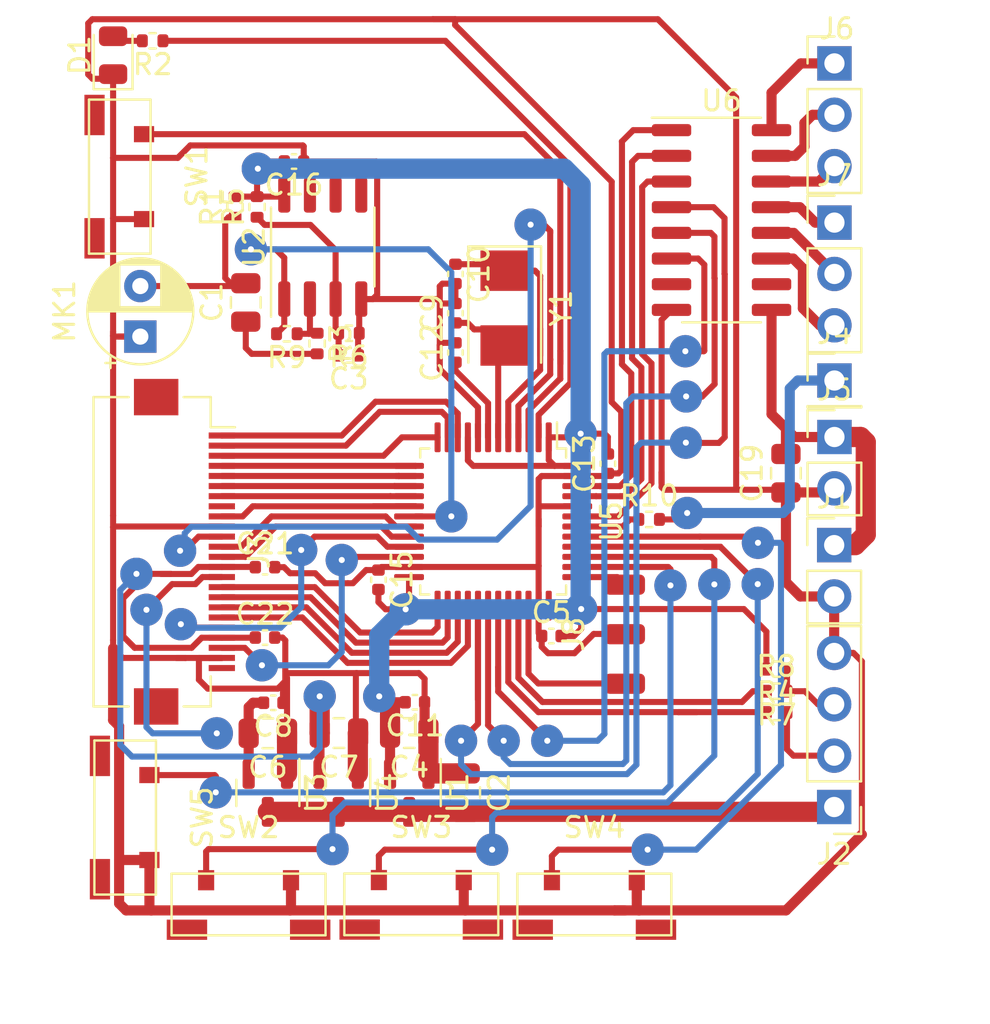
<source format=kicad_pcb>
(kicad_pcb (version 20171130) (host pcbnew 5.99.0+really5.1.10+dfsg1-1)

  (general
    (thickness 1.6)
    (drawings 0)
    (tracks 652)
    (zones 0)
    (modules 50)
    (nets 63)
  )

  (page A4)
  (layers
    (0 F.Cu signal)
    (31 B.Cu signal)
    (32 B.Adhes user)
    (33 F.Adhes user)
    (34 B.Paste user)
    (35 F.Paste user)
    (36 B.SilkS user)
    (37 F.SilkS user)
    (38 B.Mask user)
    (39 F.Mask user)
    (40 Dwgs.User user)
    (41 Cmts.User user)
    (42 Eco1.User user)
    (43 Eco2.User user)
    (44 Edge.Cuts user)
    (45 Margin user)
    (46 B.CrtYd user)
    (47 F.CrtYd user)
    (48 B.Fab user)
    (49 F.Fab user)
  )

  (setup
    (last_trace_width 0.3)
    (user_trace_width 0.3)
    (user_trace_width 0.5)
    (user_trace_width 1)
    (user_trace_width 2)
    (trace_clearance 0.2)
    (zone_clearance 0.508)
    (zone_45_only no)
    (trace_min 0.2)
    (via_size 0.8)
    (via_drill 0.4)
    (via_min_size 0.4)
    (via_min_drill 0.3)
    (user_via 1.6 0.3)
    (uvia_size 0.3)
    (uvia_drill 0.1)
    (uvias_allowed no)
    (uvia_min_size 0.2)
    (uvia_min_drill 0.1)
    (edge_width 0.05)
    (segment_width 0.2)
    (pcb_text_width 0.3)
    (pcb_text_size 1.5 1.5)
    (mod_edge_width 0.12)
    (mod_text_size 1 1)
    (mod_text_width 0.15)
    (pad_size 1.524 1.524)
    (pad_drill 0.762)
    (pad_to_mask_clearance 0)
    (aux_axis_origin 0 0)
    (visible_elements FFFFFF7F)
    (pcbplotparams
      (layerselection 0x00000_ffffffff)
      (usegerberextensions false)
      (usegerberattributes true)
      (usegerberadvancedattributes true)
      (creategerberjobfile true)
      (excludeedgelayer true)
      (linewidth 0.020000)
      (plotframeref false)
      (viasonmask false)
      (mode 1)
      (useauxorigin false)
      (hpglpennumber 1)
      (hpglpenspeed 20)
      (hpglpendiameter 15.000000)
      (psnegative true)
      (psa4output false)
      (plotreference true)
      (plotvalue true)
      (plotinvisibletext false)
      (padsonsilk false)
      (subtractmaskfromsilk false)
      (outputformat 5)
      (mirror false)
      (drillshape 0)
      (scaleselection 1)
      (outputdirectory ""))
  )

  (net 0 "")
  (net 1 "Net-(C1-Pad2)")
  (net 2 "Net-(C1-Pad1)")
  (net 3 GND)
  (net 4 "Net-(C3-Pad2)")
  (net 5 +3V3)
  (net 6 +1V2)
  (net 7 +2V8)
  (net 8 "Net-(C9-Pad1)")
  (net 9 "Net-(C10-Pad1)")
  (net 10 "Net-(C12-Pad1)")
  (net 11 +5V)
  (net 12 +5VA)
  (net 13 "Net-(D1-Pad2)")
  (net 14 "Net-(J2-Pad3)")
  (net 15 "Net-(J2-Pad2)")
  (net 16 "Net-(J4-Pad1)")
  (net 17 "Net-(J6-Pad3)")
  (net 18 "Net-(J6-Pad2)")
  (net 19 "Net-(J6-Pad1)")
  (net 20 "Net-(J7-Pad3)")
  (net 21 "Net-(J7-Pad2)")
  (net 22 "Net-(J7-Pad1)")
  (net 23 /CAM_ON)
  (net 24 "Net-(R3-Pad1)")
  (net 25 /DP)
  (net 26 /DM)
  (net 27 /MIC)
  (net 28 /LED_LINE)
  (net 29 /SW_CAM)
  (net 30 /SW_B)
  (net 31 /SW_G)
  (net 32 /SW_R)
  (net 33 /SW_ON)
  (net 34 /LED2_R)
  (net 35 /LED2_G)
  (net 36 /LED2_B)
  (net 37 /SWCLK)
  (net 38 /SWDIO)
  (net 39 /LED1_B)
  (net 40 /LED1_G)
  (net 41 /LED1_R)
  (net 42 /CAM_RST)
  (net 43 /CAM_VSYNC)
  (net 44 /CAM_PWDN)
  (net 45 /CAM_HSYNC)
  (net 46 /CAM_IO)
  (net 47 /CAM_SCK)
  (net 48 /CAM9)
  (net 49 /CAM_XCLK)
  (net 50 /CAM7)
  (net 51 /CAM6)
  (net 52 /CAM5)
  (net 53 /CAM4)
  (net 54 /CAM3)
  (net 55 /CAM2)
  (net 56 /CAM1)
  (net 57 /CAM0)
  (net 58 /CAM8)
  (net 59 "Net-(U6-Pad10)")
  (net 60 "Net-(U6-Pad7)")
  (net 61 "Net-(J3-Pad24)")
  (net 62 "Net-(J3-Pad8)")

  (net_class Default "This is the default net class."
    (clearance 0.2)
    (trace_width 0.25)
    (via_dia 0.8)
    (via_drill 0.4)
    (uvia_dia 0.3)
    (uvia_drill 0.1)
    (add_net +1V2)
    (add_net +2V8)
    (add_net +3V3)
    (add_net +5V)
    (add_net +5VA)
    (add_net /CAM0)
    (add_net /CAM1)
    (add_net /CAM2)
    (add_net /CAM3)
    (add_net /CAM4)
    (add_net /CAM5)
    (add_net /CAM6)
    (add_net /CAM7)
    (add_net /CAM8)
    (add_net /CAM9)
    (add_net /CAM_HSYNC)
    (add_net /CAM_IO)
    (add_net /CAM_ON)
    (add_net /CAM_PWDN)
    (add_net /CAM_RST)
    (add_net /CAM_SCK)
    (add_net /CAM_VSYNC)
    (add_net /CAM_XCLK)
    (add_net /DM)
    (add_net /DP)
    (add_net /LED1_B)
    (add_net /LED1_G)
    (add_net /LED1_R)
    (add_net /LED2_B)
    (add_net /LED2_G)
    (add_net /LED2_R)
    (add_net /LED_LINE)
    (add_net /MIC)
    (add_net /SWCLK)
    (add_net /SWDIO)
    (add_net /SW_B)
    (add_net /SW_CAM)
    (add_net /SW_G)
    (add_net /SW_ON)
    (add_net /SW_R)
    (add_net GND)
    (add_net "Net-(C1-Pad1)")
    (add_net "Net-(C1-Pad2)")
    (add_net "Net-(C10-Pad1)")
    (add_net "Net-(C12-Pad1)")
    (add_net "Net-(C3-Pad2)")
    (add_net "Net-(C9-Pad1)")
    (add_net "Net-(D1-Pad2)")
    (add_net "Net-(J2-Pad2)")
    (add_net "Net-(J2-Pad3)")
    (add_net "Net-(J3-Pad24)")
    (add_net "Net-(J3-Pad8)")
    (add_net "Net-(J4-Pad1)")
    (add_net "Net-(J6-Pad1)")
    (add_net "Net-(J6-Pad2)")
    (add_net "Net-(J6-Pad3)")
    (add_net "Net-(J7-Pad1)")
    (add_net "Net-(J7-Pad2)")
    (add_net "Net-(J7-Pad3)")
    (add_net "Net-(R3-Pad1)")
    (add_net "Net-(U6-Pad10)")
    (add_net "Net-(U6-Pad7)")
  )

  (module local:smd_sw_ali (layer F.Cu) (tedit 6263C3F4) (tstamp 626471A8)
    (at 101.0793 79.7941 90)
    (path /627398CC)
    (fp_text reference SW5 (at 0 3.81 90) (layer F.SilkS)
      (effects (font (size 1 1) (thickness 0.15)))
    )
    (fp_text value SW_ON (at 0 -5.08 90) (layer F.Fab)
      (effects (font (size 1 1) (thickness 0.15)))
    )
    (fp_line (start -3.81 -1.524) (end 3.81 -1.524) (layer F.SilkS) (width 0.12))
    (fp_line (start 3.81 -1.524) (end 3.81 1.524) (layer F.SilkS) (width 0.12))
    (fp_line (start 3.81 1.524) (end -3.81 1.524) (layer F.SilkS) (width 0.12))
    (fp_line (start -3.81 1.524) (end -3.81 -1.524) (layer F.SilkS) (width 0.12))
    (pad 0 smd rect (at -3.05 -1.25 90) (size 2 1) (layers F.Cu F.Paste F.Mask))
    (pad 0 smd rect (at 3.05 -1.25 90) (size 2 1) (layers F.Cu F.Paste F.Mask))
    (pad 1 smd rect (at -2.1 1.2 90) (size 0.8 1) (layers F.Cu F.Paste F.Mask)
      (net 3 GND))
    (pad 2 smd rect (at 2.1 1.2 90) (size 0.8 1) (layers F.Cu F.Paste F.Mask)
      (net 33 /SW_ON))
  )

  (module local:smd_sw_ali (layer F.Cu) (tedit 6263C3F4) (tstamp 6264719C)
    (at 124.2994 84.0929 180)
    (path /627395B4)
    (fp_text reference SW4 (at 0 3.81) (layer F.SilkS)
      (effects (font (size 1 1) (thickness 0.15)))
    )
    (fp_text value SW_B (at 0 -5.08) (layer F.Fab)
      (effects (font (size 1 1) (thickness 0.15)))
    )
    (fp_line (start -3.81 -1.524) (end 3.81 -1.524) (layer F.SilkS) (width 0.12))
    (fp_line (start 3.81 -1.524) (end 3.81 1.524) (layer F.SilkS) (width 0.12))
    (fp_line (start 3.81 1.524) (end -3.81 1.524) (layer F.SilkS) (width 0.12))
    (fp_line (start -3.81 1.524) (end -3.81 -1.524) (layer F.SilkS) (width 0.12))
    (pad 0 smd rect (at -3.05 -1.25 180) (size 2 1) (layers F.Cu F.Paste F.Mask))
    (pad 0 smd rect (at 3.05 -1.25 180) (size 2 1) (layers F.Cu F.Paste F.Mask))
    (pad 1 smd rect (at -2.1 1.2 180) (size 0.8 1) (layers F.Cu F.Paste F.Mask)
      (net 3 GND))
    (pad 2 smd rect (at 2.1 1.2 180) (size 0.8 1) (layers F.Cu F.Paste F.Mask)
      (net 32 /SW_R))
  )

  (module local:smd_sw_ali (layer F.Cu) (tedit 6263C3F4) (tstamp 62647190)
    (at 115.7351 84.0867 180)
    (path /62739285)
    (fp_text reference SW3 (at 0 3.81) (layer F.SilkS)
      (effects (font (size 1 1) (thickness 0.15)))
    )
    (fp_text value SW_G (at 0 -5.08) (layer F.Fab)
      (effects (font (size 1 1) (thickness 0.15)))
    )
    (fp_line (start -3.81 -1.524) (end 3.81 -1.524) (layer F.SilkS) (width 0.12))
    (fp_line (start 3.81 -1.524) (end 3.81 1.524) (layer F.SilkS) (width 0.12))
    (fp_line (start 3.81 1.524) (end -3.81 1.524) (layer F.SilkS) (width 0.12))
    (fp_line (start -3.81 1.524) (end -3.81 -1.524) (layer F.SilkS) (width 0.12))
    (pad 0 smd rect (at -3.05 -1.25 180) (size 2 1) (layers F.Cu F.Paste F.Mask))
    (pad 0 smd rect (at 3.05 -1.25 180) (size 2 1) (layers F.Cu F.Paste F.Mask))
    (pad 1 smd rect (at -2.1 1.2 180) (size 0.8 1) (layers F.Cu F.Paste F.Mask)
      (net 3 GND))
    (pad 2 smd rect (at 2.1 1.2 180) (size 0.8 1) (layers F.Cu F.Paste F.Mask)
      (net 31 /SW_G))
  )

  (module local:smd_sw_ali (layer F.Cu) (tedit 6263C3F4) (tstamp 62647184)
    (at 107.186 84.094 180)
    (path /62731FA3)
    (fp_text reference SW2 (at 0 3.81) (layer F.SilkS)
      (effects (font (size 1 1) (thickness 0.15)))
    )
    (fp_text value SW_R (at 0 -5.08) (layer F.Fab)
      (effects (font (size 1 1) (thickness 0.15)))
    )
    (fp_line (start -3.81 -1.524) (end 3.81 -1.524) (layer F.SilkS) (width 0.12))
    (fp_line (start 3.81 -1.524) (end 3.81 1.524) (layer F.SilkS) (width 0.12))
    (fp_line (start 3.81 1.524) (end -3.81 1.524) (layer F.SilkS) (width 0.12))
    (fp_line (start -3.81 1.524) (end -3.81 -1.524) (layer F.SilkS) (width 0.12))
    (pad 0 smd rect (at -3.05 -1.25 180) (size 2 1) (layers F.Cu F.Paste F.Mask))
    (pad 0 smd rect (at 3.05 -1.25 180) (size 2 1) (layers F.Cu F.Paste F.Mask))
    (pad 1 smd rect (at -2.1 1.2 180) (size 0.8 1) (layers F.Cu F.Paste F.Mask)
      (net 3 GND))
    (pad 2 smd rect (at 2.1 1.2 180) (size 0.8 1) (layers F.Cu F.Paste F.Mask)
      (net 30 /SW_B))
  )

  (module local:smd_sw_ali (layer F.Cu) (tedit 6263C3F4) (tstamp 62647178)
    (at 100.8126 48.0949 90)
    (path /627CEFBB)
    (fp_text reference SW1 (at 0 3.81 90) (layer F.SilkS)
      (effects (font (size 1 1) (thickness 0.15)))
    )
    (fp_text value SW_CAM (at 0 -5.08 90) (layer F.Fab)
      (effects (font (size 1 1) (thickness 0.15)))
    )
    (fp_line (start -3.81 -1.524) (end 3.81 -1.524) (layer F.SilkS) (width 0.12))
    (fp_line (start 3.81 -1.524) (end 3.81 1.524) (layer F.SilkS) (width 0.12))
    (fp_line (start 3.81 1.524) (end -3.81 1.524) (layer F.SilkS) (width 0.12))
    (fp_line (start -3.81 1.524) (end -3.81 -1.524) (layer F.SilkS) (width 0.12))
    (pad 0 smd rect (at -3.05 -1.25 90) (size 2 1) (layers F.Cu F.Paste F.Mask))
    (pad 0 smd rect (at 3.05 -1.25 90) (size 2 1) (layers F.Cu F.Paste F.Mask))
    (pad 1 smd rect (at -2.1 1.2 90) (size 0.8 1) (layers F.Cu F.Paste F.Mask)
      (net 3 GND))
    (pad 2 smd rect (at 2.1 1.2 90) (size 0.8 1) (layers F.Cu F.Paste F.Mask)
      (net 29 /SW_CAM))
  )

  (module Crystal:Crystal_SMD_5032-2Pin_5.0x3.2mm (layer F.Cu) (tedit 5A0FD1B2) (tstamp 62647B0A)
    (at 119.8626 54.5973 270)
    (descr "SMD Crystal SERIES SMD2520/2 http://www.icbase.com/File/PDF/HKC/HKC00061008.pdf, 5.0x3.2mm^2 package")
    (tags "SMD SMT crystal")
    (path /6274F29D)
    (attr smd)
    (fp_text reference Y1 (at 0 -2.8 90) (layer F.SilkS)
      (effects (font (size 1 1) (thickness 0.15)))
    )
    (fp_text value 8M (at 0 2.8 90) (layer F.Fab)
      (effects (font (size 1 1) (thickness 0.15)))
    )
    (fp_line (start -2.3 -1.6) (end 2.3 -1.6) (layer F.Fab) (width 0.1))
    (fp_line (start 2.3 -1.6) (end 2.5 -1.4) (layer F.Fab) (width 0.1))
    (fp_line (start 2.5 -1.4) (end 2.5 1.4) (layer F.Fab) (width 0.1))
    (fp_line (start 2.5 1.4) (end 2.3 1.6) (layer F.Fab) (width 0.1))
    (fp_line (start 2.3 1.6) (end -2.3 1.6) (layer F.Fab) (width 0.1))
    (fp_line (start -2.3 1.6) (end -2.5 1.4) (layer F.Fab) (width 0.1))
    (fp_line (start -2.5 1.4) (end -2.5 -1.4) (layer F.Fab) (width 0.1))
    (fp_line (start -2.5 -1.4) (end -2.3 -1.6) (layer F.Fab) (width 0.1))
    (fp_line (start -2.5 0.6) (end -1.5 1.6) (layer F.Fab) (width 0.1))
    (fp_line (start 2.7 -1.8) (end -3.05 -1.8) (layer F.SilkS) (width 0.12))
    (fp_line (start -3.05 -1.8) (end -3.05 1.8) (layer F.SilkS) (width 0.12))
    (fp_line (start -3.05 1.8) (end 2.7 1.8) (layer F.SilkS) (width 0.12))
    (fp_line (start -3.1 -1.9) (end -3.1 1.9) (layer F.CrtYd) (width 0.05))
    (fp_line (start -3.1 1.9) (end 3.1 1.9) (layer F.CrtYd) (width 0.05))
    (fp_line (start 3.1 1.9) (end 3.1 -1.9) (layer F.CrtYd) (width 0.05))
    (fp_line (start 3.1 -1.9) (end -3.1 -1.9) (layer F.CrtYd) (width 0.05))
    (fp_circle (center 0 0) (end 0.4 0) (layer F.Adhes) (width 0.1))
    (fp_circle (center 0 0) (end 0.333333 0) (layer F.Adhes) (width 0.133333))
    (fp_circle (center 0 0) (end 0.213333 0) (layer F.Adhes) (width 0.133333))
    (fp_circle (center 0 0) (end 0.093333 0) (layer F.Adhes) (width 0.186667))
    (fp_text user %R (at 0 0 90) (layer F.Fab)
      (effects (font (size 1 1) (thickness 0.15)))
    )
    (pad 2 smd rect (at 1.85 0 270) (size 2 2.4) (layers F.Cu F.Paste F.Mask)
      (net 8 "Net-(C9-Pad1)"))
    (pad 1 smd rect (at -1.85 0 270) (size 2 2.4) (layers F.Cu F.Paste F.Mask)
      (net 9 "Net-(C10-Pad1)"))
    (model ${KICAD6_3DMODEL_DIR}/Crystal.3dshapes/Crystal_SMD_5032-2Pin_5.0x3.2mm.wrl
      (at (xyz 0 0 0))
      (scale (xyz 1 1 1))
      (rotate (xyz 0 0 0))
    )
  )

  (module Connector_PinHeader_2.54mm:PinHeader_1x04_P2.54mm_Vertical (layer F.Cu) (tedit 59FED5CC) (tstamp 62645D4A)
    (at 136.1694 79.2734 180)
    (descr "Through hole straight pin header, 1x04, 2.54mm pitch, single row")
    (tags "Through hole pin header THT 1x04 2.54mm single row")
    (path /62989544)
    (fp_text reference J2 (at 0 -2.33) (layer F.SilkS)
      (effects (font (size 1 1) (thickness 0.15)))
    )
    (fp_text value USB_A (at 0 9.95) (layer F.Fab)
      (effects (font (size 1 1) (thickness 0.15)))
    )
    (fp_line (start -0.635 -1.27) (end 1.27 -1.27) (layer F.Fab) (width 0.1))
    (fp_line (start 1.27 -1.27) (end 1.27 8.89) (layer F.Fab) (width 0.1))
    (fp_line (start 1.27 8.89) (end -1.27 8.89) (layer F.Fab) (width 0.1))
    (fp_line (start -1.27 8.89) (end -1.27 -0.635) (layer F.Fab) (width 0.1))
    (fp_line (start -1.27 -0.635) (end -0.635 -1.27) (layer F.Fab) (width 0.1))
    (fp_line (start -1.33 8.95) (end 1.33 8.95) (layer F.SilkS) (width 0.12))
    (fp_line (start -1.33 1.27) (end -1.33 8.95) (layer F.SilkS) (width 0.12))
    (fp_line (start 1.33 1.27) (end 1.33 8.95) (layer F.SilkS) (width 0.12))
    (fp_line (start -1.33 1.27) (end 1.33 1.27) (layer F.SilkS) (width 0.12))
    (fp_line (start -1.33 0) (end -1.33 -1.33) (layer F.SilkS) (width 0.12))
    (fp_line (start -1.33 -1.33) (end 0 -1.33) (layer F.SilkS) (width 0.12))
    (fp_line (start -1.8 -1.8) (end -1.8 9.4) (layer F.CrtYd) (width 0.05))
    (fp_line (start -1.8 9.4) (end 1.8 9.4) (layer F.CrtYd) (width 0.05))
    (fp_line (start 1.8 9.4) (end 1.8 -1.8) (layer F.CrtYd) (width 0.05))
    (fp_line (start 1.8 -1.8) (end -1.8 -1.8) (layer F.CrtYd) (width 0.05))
    (fp_text user %R (at 0 3.81 90) (layer F.Fab)
      (effects (font (size 1 1) (thickness 0.15)))
    )
    (pad 4 thru_hole oval (at 0 7.62 180) (size 1.7 1.7) (drill 1) (layers *.Cu *.Mask)
      (net 3 GND))
    (pad 3 thru_hole oval (at 0 5.08 180) (size 1.7 1.7) (drill 1) (layers *.Cu *.Mask)
      (net 14 "Net-(J2-Pad3)"))
    (pad 2 thru_hole oval (at 0 2.54 180) (size 1.7 1.7) (drill 1) (layers *.Cu *.Mask)
      (net 15 "Net-(J2-Pad2)"))
    (pad 1 thru_hole rect (at 0 0 180) (size 1.7 1.7) (drill 1) (layers *.Cu *.Mask)
      (net 11 +5V))
    (model ${KICAD6_3DMODEL_DIR}/Connector_PinHeader_2.54mm.3dshapes/PinHeader_1x04_P2.54mm_Vertical.wrl
      (at (xyz 0 0 0))
      (scale (xyz 1 1 1))
      (rotate (xyz 0 0 0))
    )
  )

  (module Connector_PinHeader_2.54mm:PinHeader_1x01_P2.54mm_Vertical (layer F.Cu) (tedit 59FED5CC) (tstamp 626346B9)
    (at 136.1821 58.1787)
    (descr "Through hole straight pin header, 1x01, 2.54mm pitch, single row")
    (tags "Through hole pin header THT 1x01 2.54mm single row")
    (path /62FA5796)
    (fp_text reference J4 (at 0 -2.33) (layer F.SilkS)
      (effects (font (size 1 1) (thickness 0.15)))
    )
    (fp_text value WS_DO (at 0 2.33) (layer F.Fab)
      (effects (font (size 1 1) (thickness 0.15)))
    )
    (fp_line (start 1.8 -1.8) (end -1.8 -1.8) (layer F.CrtYd) (width 0.05))
    (fp_line (start 1.8 1.8) (end 1.8 -1.8) (layer F.CrtYd) (width 0.05))
    (fp_line (start -1.8 1.8) (end 1.8 1.8) (layer F.CrtYd) (width 0.05))
    (fp_line (start -1.8 -1.8) (end -1.8 1.8) (layer F.CrtYd) (width 0.05))
    (fp_line (start -1.33 -1.33) (end 0 -1.33) (layer F.SilkS) (width 0.12))
    (fp_line (start -1.33 0) (end -1.33 -1.33) (layer F.SilkS) (width 0.12))
    (fp_line (start -1.33 1.27) (end 1.33 1.27) (layer F.SilkS) (width 0.12))
    (fp_line (start 1.33 1.27) (end 1.33 1.33) (layer F.SilkS) (width 0.12))
    (fp_line (start -1.33 1.27) (end -1.33 1.33) (layer F.SilkS) (width 0.12))
    (fp_line (start -1.33 1.33) (end 1.33 1.33) (layer F.SilkS) (width 0.12))
    (fp_line (start -1.27 -0.635) (end -0.635 -1.27) (layer F.Fab) (width 0.1))
    (fp_line (start -1.27 1.27) (end -1.27 -0.635) (layer F.Fab) (width 0.1))
    (fp_line (start 1.27 1.27) (end -1.27 1.27) (layer F.Fab) (width 0.1))
    (fp_line (start 1.27 -1.27) (end 1.27 1.27) (layer F.Fab) (width 0.1))
    (fp_line (start -0.635 -1.27) (end 1.27 -1.27) (layer F.Fab) (width 0.1))
    (fp_text user %R (at 0 0 90) (layer F.Fab)
      (effects (font (size 1 1) (thickness 0.15)))
    )
    (pad 1 thru_hole rect (at 0 0) (size 1.7 1.7) (drill 1) (layers *.Cu *.Mask)
      (net 16 "Net-(J4-Pad1)"))
    (model ${KICAD6_3DMODEL_DIR}/Connector_PinHeader_2.54mm.3dshapes/PinHeader_1x01_P2.54mm_Vertical.wrl
      (at (xyz 0 0 0))
      (scale (xyz 1 1 1))
      (rotate (xyz 0 0 0))
    )
  )

  (module Package_SO:SOIC-16_3.9x9.9mm_P1.27mm (layer F.Cu) (tedit 5D9F72B1) (tstamp 6263E994)
    (at 130.5941 50.2412)
    (descr "SOIC, 16 Pin (JEDEC MS-012AC, https://www.analog.com/media/en/package-pcb-resources/package/pkg_pdf/soic_narrow-r/r_16.pdf), generated with kicad-footprint-generator ipc_gullwing_generator.py")
    (tags "SOIC SO")
    (path /627D0B75)
    (attr smd)
    (fp_text reference U6 (at 0 -5.9) (layer F.SilkS)
      (effects (font (size 1 1) (thickness 0.15)))
    )
    (fp_text value ULN2003 (at 0 5.9) (layer F.Fab)
      (effects (font (size 1 1) (thickness 0.15)))
    )
    (fp_line (start 0 5.06) (end 1.95 5.06) (layer F.SilkS) (width 0.12))
    (fp_line (start 0 5.06) (end -1.95 5.06) (layer F.SilkS) (width 0.12))
    (fp_line (start 0 -5.06) (end 1.95 -5.06) (layer F.SilkS) (width 0.12))
    (fp_line (start 0 -5.06) (end -3.45 -5.06) (layer F.SilkS) (width 0.12))
    (fp_line (start -0.975 -4.95) (end 1.95 -4.95) (layer F.Fab) (width 0.1))
    (fp_line (start 1.95 -4.95) (end 1.95 4.95) (layer F.Fab) (width 0.1))
    (fp_line (start 1.95 4.95) (end -1.95 4.95) (layer F.Fab) (width 0.1))
    (fp_line (start -1.95 4.95) (end -1.95 -3.975) (layer F.Fab) (width 0.1))
    (fp_line (start -1.95 -3.975) (end -0.975 -4.95) (layer F.Fab) (width 0.1))
    (fp_line (start -3.7 -5.2) (end -3.7 5.2) (layer F.CrtYd) (width 0.05))
    (fp_line (start -3.7 5.2) (end 3.7 5.2) (layer F.CrtYd) (width 0.05))
    (fp_line (start 3.7 5.2) (end 3.7 -5.2) (layer F.CrtYd) (width 0.05))
    (fp_line (start 3.7 -5.2) (end -3.7 -5.2) (layer F.CrtYd) (width 0.05))
    (fp_text user %R (at 0 0) (layer F.Fab)
      (effects (font (size 0.98 0.98) (thickness 0.15)))
    )
    (pad 16 smd roundrect (at 2.475 -4.445) (size 1.95 0.6) (layers F.Cu F.Paste F.Mask) (roundrect_rratio 0.25)
      (net 19 "Net-(J6-Pad1)"))
    (pad 15 smd roundrect (at 2.475 -3.175) (size 1.95 0.6) (layers F.Cu F.Paste F.Mask) (roundrect_rratio 0.25)
      (net 18 "Net-(J6-Pad2)"))
    (pad 14 smd roundrect (at 2.475 -1.905) (size 1.95 0.6) (layers F.Cu F.Paste F.Mask) (roundrect_rratio 0.25)
      (net 17 "Net-(J6-Pad3)"))
    (pad 13 smd roundrect (at 2.475 -0.635) (size 1.95 0.6) (layers F.Cu F.Paste F.Mask) (roundrect_rratio 0.25)
      (net 22 "Net-(J7-Pad1)"))
    (pad 12 smd roundrect (at 2.475 0.635) (size 1.95 0.6) (layers F.Cu F.Paste F.Mask) (roundrect_rratio 0.25)
      (net 21 "Net-(J7-Pad2)"))
    (pad 11 smd roundrect (at 2.475 1.905) (size 1.95 0.6) (layers F.Cu F.Paste F.Mask) (roundrect_rratio 0.25)
      (net 20 "Net-(J7-Pad3)"))
    (pad 10 smd roundrect (at 2.475 3.175) (size 1.95 0.6) (layers F.Cu F.Paste F.Mask) (roundrect_rratio 0.25)
      (net 59 "Net-(U6-Pad10)"))
    (pad 9 smd roundrect (at 2.475 4.445) (size 1.95 0.6) (layers F.Cu F.Paste F.Mask) (roundrect_rratio 0.25)
      (net 12 +5VA))
    (pad 8 smd roundrect (at -2.475 4.445) (size 1.95 0.6) (layers F.Cu F.Paste F.Mask) (roundrect_rratio 0.25)
      (net 3 GND))
    (pad 7 smd roundrect (at -2.475 3.175) (size 1.95 0.6) (layers F.Cu F.Paste F.Mask) (roundrect_rratio 0.25)
      (net 60 "Net-(U6-Pad7)"))
    (pad 6 smd roundrect (at -2.475 1.905) (size 1.95 0.6) (layers F.Cu F.Paste F.Mask) (roundrect_rratio 0.25)
      (net 39 /LED1_B))
    (pad 5 smd roundrect (at -2.475 0.635) (size 1.95 0.6) (layers F.Cu F.Paste F.Mask) (roundrect_rratio 0.25)
      (net 40 /LED1_G))
    (pad 4 smd roundrect (at -2.475 -0.635) (size 1.95 0.6) (layers F.Cu F.Paste F.Mask) (roundrect_rratio 0.25)
      (net 41 /LED1_R))
    (pad 3 smd roundrect (at -2.475 -1.905) (size 1.95 0.6) (layers F.Cu F.Paste F.Mask) (roundrect_rratio 0.25)
      (net 36 /LED2_B))
    (pad 2 smd roundrect (at -2.475 -3.175) (size 1.95 0.6) (layers F.Cu F.Paste F.Mask) (roundrect_rratio 0.25)
      (net 35 /LED2_G))
    (pad 1 smd roundrect (at -2.475 -4.445) (size 1.95 0.6) (layers F.Cu F.Paste F.Mask) (roundrect_rratio 0.25)
      (net 34 /LED2_R))
    (model ${KICAD6_3DMODEL_DIR}/Package_SO.3dshapes/SOIC-16_3.9x9.9mm_P1.27mm.wrl
      (at (xyz 0 0 0))
      (scale (xyz 1 1 1))
      (rotate (xyz 0 0 0))
    )
  )

  (module Package_QFP:LQFP-48_7x7mm_P0.5mm (layer F.Cu) (tedit 5D9F72AF) (tstamp 6263E972)
    (at 119.2911 65.151 270)
    (descr "LQFP, 48 Pin (https://www.analog.com/media/en/technical-documentation/data-sheets/ltc2358-16.pdf), generated with kicad-footprint-generator ipc_gullwing_generator.py")
    (tags "LQFP QFP")
    (path /62626B31)
    (attr smd)
    (fp_text reference U5 (at 0 -5.85 90) (layer F.SilkS)
      (effects (font (size 1 1) (thickness 0.15)))
    )
    (fp_text value STM32F103C8Tx (at 0 5.85 90) (layer F.Fab)
      (effects (font (size 1 1) (thickness 0.15)))
    )
    (fp_line (start 3.16 3.61) (end 3.61 3.61) (layer F.SilkS) (width 0.12))
    (fp_line (start 3.61 3.61) (end 3.61 3.16) (layer F.SilkS) (width 0.12))
    (fp_line (start -3.16 3.61) (end -3.61 3.61) (layer F.SilkS) (width 0.12))
    (fp_line (start -3.61 3.61) (end -3.61 3.16) (layer F.SilkS) (width 0.12))
    (fp_line (start 3.16 -3.61) (end 3.61 -3.61) (layer F.SilkS) (width 0.12))
    (fp_line (start 3.61 -3.61) (end 3.61 -3.16) (layer F.SilkS) (width 0.12))
    (fp_line (start -3.16 -3.61) (end -3.61 -3.61) (layer F.SilkS) (width 0.12))
    (fp_line (start -3.61 -3.61) (end -3.61 -3.16) (layer F.SilkS) (width 0.12))
    (fp_line (start -3.61 -3.16) (end -4.9 -3.16) (layer F.SilkS) (width 0.12))
    (fp_line (start -2.5 -3.5) (end 3.5 -3.5) (layer F.Fab) (width 0.1))
    (fp_line (start 3.5 -3.5) (end 3.5 3.5) (layer F.Fab) (width 0.1))
    (fp_line (start 3.5 3.5) (end -3.5 3.5) (layer F.Fab) (width 0.1))
    (fp_line (start -3.5 3.5) (end -3.5 -2.5) (layer F.Fab) (width 0.1))
    (fp_line (start -3.5 -2.5) (end -2.5 -3.5) (layer F.Fab) (width 0.1))
    (fp_line (start 0 -5.15) (end -3.15 -5.15) (layer F.CrtYd) (width 0.05))
    (fp_line (start -3.15 -5.15) (end -3.15 -3.75) (layer F.CrtYd) (width 0.05))
    (fp_line (start -3.15 -3.75) (end -3.75 -3.75) (layer F.CrtYd) (width 0.05))
    (fp_line (start -3.75 -3.75) (end -3.75 -3.15) (layer F.CrtYd) (width 0.05))
    (fp_line (start -3.75 -3.15) (end -5.15 -3.15) (layer F.CrtYd) (width 0.05))
    (fp_line (start -5.15 -3.15) (end -5.15 0) (layer F.CrtYd) (width 0.05))
    (fp_line (start 0 -5.15) (end 3.15 -5.15) (layer F.CrtYd) (width 0.05))
    (fp_line (start 3.15 -5.15) (end 3.15 -3.75) (layer F.CrtYd) (width 0.05))
    (fp_line (start 3.15 -3.75) (end 3.75 -3.75) (layer F.CrtYd) (width 0.05))
    (fp_line (start 3.75 -3.75) (end 3.75 -3.15) (layer F.CrtYd) (width 0.05))
    (fp_line (start 3.75 -3.15) (end 5.15 -3.15) (layer F.CrtYd) (width 0.05))
    (fp_line (start 5.15 -3.15) (end 5.15 0) (layer F.CrtYd) (width 0.05))
    (fp_line (start 0 5.15) (end -3.15 5.15) (layer F.CrtYd) (width 0.05))
    (fp_line (start -3.15 5.15) (end -3.15 3.75) (layer F.CrtYd) (width 0.05))
    (fp_line (start -3.15 3.75) (end -3.75 3.75) (layer F.CrtYd) (width 0.05))
    (fp_line (start -3.75 3.75) (end -3.75 3.15) (layer F.CrtYd) (width 0.05))
    (fp_line (start -3.75 3.15) (end -5.15 3.15) (layer F.CrtYd) (width 0.05))
    (fp_line (start -5.15 3.15) (end -5.15 0) (layer F.CrtYd) (width 0.05))
    (fp_line (start 0 5.15) (end 3.15 5.15) (layer F.CrtYd) (width 0.05))
    (fp_line (start 3.15 5.15) (end 3.15 3.75) (layer F.CrtYd) (width 0.05))
    (fp_line (start 3.15 3.75) (end 3.75 3.75) (layer F.CrtYd) (width 0.05))
    (fp_line (start 3.75 3.75) (end 3.75 3.15) (layer F.CrtYd) (width 0.05))
    (fp_line (start 3.75 3.15) (end 5.15 3.15) (layer F.CrtYd) (width 0.05))
    (fp_line (start 5.15 3.15) (end 5.15 0) (layer F.CrtYd) (width 0.05))
    (fp_text user %R (at 0 0 90) (layer F.Fab)
      (effects (font (size 1 1) (thickness 0.15)))
    )
    (pad 48 smd roundrect (at -2.75 -4.1625 270) (size 0.3 1.475) (layers F.Cu F.Paste F.Mask) (roundrect_rratio 0.25)
      (net 5 +3V3))
    (pad 47 smd roundrect (at -2.25 -4.1625 270) (size 0.3 1.475) (layers F.Cu F.Paste F.Mask) (roundrect_rratio 0.25)
      (net 3 GND))
    (pad 46 smd roundrect (at -1.75 -4.1625 270) (size 0.3 1.475) (layers F.Cu F.Paste F.Mask) (roundrect_rratio 0.25)
      (net 34 /LED2_R))
    (pad 45 smd roundrect (at -1.25 -4.1625 270) (size 0.3 1.475) (layers F.Cu F.Paste F.Mask) (roundrect_rratio 0.25)
      (net 35 /LED2_G))
    (pad 44 smd roundrect (at -0.75 -4.1625 270) (size 0.3 1.475) (layers F.Cu F.Paste F.Mask) (roundrect_rratio 0.25)
      (net 3 GND))
    (pad 43 smd roundrect (at -0.25 -4.1625 270) (size 0.3 1.475) (layers F.Cu F.Paste F.Mask) (roundrect_rratio 0.25)
      (net 36 /LED2_B))
    (pad 42 smd roundrect (at 0.25 -4.1625 270) (size 0.3 1.475) (layers F.Cu F.Paste F.Mask) (roundrect_rratio 0.25)
      (net 28 /LED_LINE))
    (pad 41 smd roundrect (at 0.75 -4.1625 270) (size 0.3 1.475) (layers F.Cu F.Paste F.Mask) (roundrect_rratio 0.25)
      (net 32 /SW_R))
    (pad 40 smd roundrect (at 1.25 -4.1625 270) (size 0.3 1.475) (layers F.Cu F.Paste F.Mask) (roundrect_rratio 0.25)
      (net 31 /SW_G))
    (pad 39 smd roundrect (at 1.75 -4.1625 270) (size 0.3 1.475) (layers F.Cu F.Paste F.Mask) (roundrect_rratio 0.25)
      (net 30 /SW_B))
    (pad 38 smd roundrect (at 2.25 -4.1625 270) (size 0.3 1.475) (layers F.Cu F.Paste F.Mask) (roundrect_rratio 0.25)
      (net 33 /SW_ON))
    (pad 37 smd roundrect (at 2.75 -4.1625 270) (size 0.3 1.475) (layers F.Cu F.Paste F.Mask) (roundrect_rratio 0.25)
      (net 37 /SWCLK))
    (pad 36 smd roundrect (at 4.1625 -2.75 270) (size 1.475 0.3) (layers F.Cu F.Paste F.Mask) (roundrect_rratio 0.25)
      (net 5 +3V3))
    (pad 35 smd roundrect (at 4.1625 -2.25 270) (size 1.475 0.3) (layers F.Cu F.Paste F.Mask) (roundrect_rratio 0.25)
      (net 3 GND))
    (pad 34 smd roundrect (at 4.1625 -1.75 270) (size 1.475 0.3) (layers F.Cu F.Paste F.Mask) (roundrect_rratio 0.25)
      (net 38 /SWDIO))
    (pad 33 smd roundrect (at 4.1625 -1.25 270) (size 1.475 0.3) (layers F.Cu F.Paste F.Mask) (roundrect_rratio 0.25)
      (net 25 /DP))
    (pad 32 smd roundrect (at 4.1625 -0.75 270) (size 1.475 0.3) (layers F.Cu F.Paste F.Mask) (roundrect_rratio 0.25)
      (net 26 /DM))
    (pad 31 smd roundrect (at 4.1625 -0.25 270) (size 1.475 0.3) (layers F.Cu F.Paste F.Mask) (roundrect_rratio 0.25)
      (net 39 /LED1_B))
    (pad 30 smd roundrect (at 4.1625 0.25 270) (size 1.475 0.3) (layers F.Cu F.Paste F.Mask) (roundrect_rratio 0.25)
      (net 40 /LED1_G))
    (pad 29 smd roundrect (at 4.1625 0.75 270) (size 1.475 0.3) (layers F.Cu F.Paste F.Mask) (roundrect_rratio 0.25)
      (net 41 /LED1_R))
    (pad 28 smd roundrect (at 4.1625 1.25 270) (size 1.475 0.3) (layers F.Cu F.Paste F.Mask) (roundrect_rratio 0.25)
      (net 42 /CAM_RST))
    (pad 27 smd roundrect (at 4.1625 1.75 270) (size 1.475 0.3) (layers F.Cu F.Paste F.Mask) (roundrect_rratio 0.25)
      (net 43 /CAM_VSYNC))
    (pad 26 smd roundrect (at 4.1625 2.25 270) (size 1.475 0.3) (layers F.Cu F.Paste F.Mask) (roundrect_rratio 0.25)
      (net 44 /CAM_PWDN))
    (pad 25 smd roundrect (at 4.1625 2.75 270) (size 1.475 0.3) (layers F.Cu F.Paste F.Mask) (roundrect_rratio 0.25)
      (net 45 /CAM_HSYNC))
    (pad 24 smd roundrect (at 2.75 4.1625 270) (size 0.3 1.475) (layers F.Cu F.Paste F.Mask) (roundrect_rratio 0.25)
      (net 5 +3V3))
    (pad 23 smd roundrect (at 2.25 4.1625 270) (size 0.3 1.475) (layers F.Cu F.Paste F.Mask) (roundrect_rratio 0.25)
      (net 3 GND))
    (pad 22 smd roundrect (at 1.75 4.1625 270) (size 0.3 1.475) (layers F.Cu F.Paste F.Mask) (roundrect_rratio 0.25)
      (net 46 /CAM_IO))
    (pad 21 smd roundrect (at 1.25 4.1625 270) (size 0.3 1.475) (layers F.Cu F.Paste F.Mask) (roundrect_rratio 0.25)
      (net 47 /CAM_SCK))
    (pad 20 smd roundrect (at 0.75 4.1625 270) (size 0.3 1.475) (layers F.Cu F.Paste F.Mask) (roundrect_rratio 0.25)
      (net 48 /CAM9))
    (pad 19 smd roundrect (at 0.25 4.1625 270) (size 0.3 1.475) (layers F.Cu F.Paste F.Mask) (roundrect_rratio 0.25)
      (net 49 /CAM_XCLK))
    (pad 18 smd roundrect (at -0.25 4.1625 270) (size 0.3 1.475) (layers F.Cu F.Paste F.Mask) (roundrect_rratio 0.25)
      (net 27 /MIC))
    (pad 17 smd roundrect (at -0.75 4.1625 270) (size 0.3 1.475) (layers F.Cu F.Paste F.Mask) (roundrect_rratio 0.25)
      (net 50 /CAM7))
    (pad 16 smd roundrect (at -1.25 4.1625 270) (size 0.3 1.475) (layers F.Cu F.Paste F.Mask) (roundrect_rratio 0.25)
      (net 51 /CAM6))
    (pad 15 smd roundrect (at -1.75 4.1625 270) (size 0.3 1.475) (layers F.Cu F.Paste F.Mask) (roundrect_rratio 0.25)
      (net 52 /CAM5))
    (pad 14 smd roundrect (at -2.25 4.1625 270) (size 0.3 1.475) (layers F.Cu F.Paste F.Mask) (roundrect_rratio 0.25)
      (net 53 /CAM4))
    (pad 13 smd roundrect (at -2.75 4.1625 270) (size 0.3 1.475) (layers F.Cu F.Paste F.Mask) (roundrect_rratio 0.25)
      (net 54 /CAM3))
    (pad 12 smd roundrect (at -4.1625 2.75 270) (size 1.475 0.3) (layers F.Cu F.Paste F.Mask) (roundrect_rratio 0.25)
      (net 55 /CAM2))
    (pad 11 smd roundrect (at -4.1625 2.25 270) (size 1.475 0.3) (layers F.Cu F.Paste F.Mask) (roundrect_rratio 0.25)
      (net 56 /CAM1))
    (pad 10 smd roundrect (at -4.1625 1.75 270) (size 1.475 0.3) (layers F.Cu F.Paste F.Mask) (roundrect_rratio 0.25)
      (net 57 /CAM0))
    (pad 9 smd roundrect (at -4.1625 1.25 270) (size 1.475 0.3) (layers F.Cu F.Paste F.Mask) (roundrect_rratio 0.25)
      (net 5 +3V3))
    (pad 8 smd roundrect (at -4.1625 0.75 270) (size 1.475 0.3) (layers F.Cu F.Paste F.Mask) (roundrect_rratio 0.25)
      (net 3 GND))
    (pad 7 smd roundrect (at -4.1625 0.25 270) (size 1.475 0.3) (layers F.Cu F.Paste F.Mask) (roundrect_rratio 0.25)
      (net 10 "Net-(C12-Pad1)"))
    (pad 6 smd roundrect (at -4.1625 -0.25 270) (size 1.475 0.3) (layers F.Cu F.Paste F.Mask) (roundrect_rratio 0.25)
      (net 8 "Net-(C9-Pad1)"))
    (pad 5 smd roundrect (at -4.1625 -0.75 270) (size 1.475 0.3) (layers F.Cu F.Paste F.Mask) (roundrect_rratio 0.25)
      (net 9 "Net-(C10-Pad1)"))
    (pad 4 smd roundrect (at -4.1625 -1.25 270) (size 1.475 0.3) (layers F.Cu F.Paste F.Mask) (roundrect_rratio 0.25)
      (net 58 /CAM8))
    (pad 3 smd roundrect (at -4.1625 -1.75 270) (size 1.475 0.3) (layers F.Cu F.Paste F.Mask) (roundrect_rratio 0.25)
      (net 29 /SW_CAM))
    (pad 2 smd roundrect (at -4.1625 -2.25 270) (size 1.475 0.3) (layers F.Cu F.Paste F.Mask) (roundrect_rratio 0.25)
      (net 23 /CAM_ON))
    (pad 1 smd roundrect (at -4.1625 -2.75 270) (size 1.475 0.3) (layers F.Cu F.Paste F.Mask) (roundrect_rratio 0.25)
      (net 5 +3V3))
    (model ${KICAD6_3DMODEL_DIR}/Package_QFP.3dshapes/LQFP-48_7x7mm_P0.5mm.wrl
      (at (xyz 0 0 0))
      (scale (xyz 1 1 1))
      (rotate (xyz 0 0 0))
    )
  )

  (module Package_TO_SOT_SMD:SOT-23 (layer F.Cu) (tedit 5FA16958) (tstamp 626490C1)
    (at 111.6457 78.5749 270)
    (descr "SOT, 3 Pin (https://www.jedec.org/system/files/docs/to-236h.pdf variant AB), generated with kicad-footprint-generator ipc_gullwing_generator.py")
    (tags "SOT TO_SOT_SMD")
    (path /626CADF2)
    (attr smd)
    (fp_text reference U4 (at 0 -2.4 90) (layer F.SilkS)
      (effects (font (size 1 1) (thickness 0.15)))
    )
    (fp_text value XC6206P282MR (at 0 2.4 90) (layer F.Fab)
      (effects (font (size 1 1) (thickness 0.15)))
    )
    (fp_line (start 0 1.56) (end 0.65 1.56) (layer F.SilkS) (width 0.12))
    (fp_line (start 0 1.56) (end -0.65 1.56) (layer F.SilkS) (width 0.12))
    (fp_line (start 0 -1.56) (end 0.65 -1.56) (layer F.SilkS) (width 0.12))
    (fp_line (start 0 -1.56) (end -1.675 -1.56) (layer F.SilkS) (width 0.12))
    (fp_line (start -0.325 -1.45) (end 0.65 -1.45) (layer F.Fab) (width 0.1))
    (fp_line (start 0.65 -1.45) (end 0.65 1.45) (layer F.Fab) (width 0.1))
    (fp_line (start 0.65 1.45) (end -0.65 1.45) (layer F.Fab) (width 0.1))
    (fp_line (start -0.65 1.45) (end -0.65 -1.125) (layer F.Fab) (width 0.1))
    (fp_line (start -0.65 -1.125) (end -0.325 -1.45) (layer F.Fab) (width 0.1))
    (fp_line (start -1.92 -1.7) (end -1.92 1.7) (layer F.CrtYd) (width 0.05))
    (fp_line (start -1.92 1.7) (end 1.92 1.7) (layer F.CrtYd) (width 0.05))
    (fp_line (start 1.92 1.7) (end 1.92 -1.7) (layer F.CrtYd) (width 0.05))
    (fp_line (start 1.92 -1.7) (end -1.92 -1.7) (layer F.CrtYd) (width 0.05))
    (fp_text user %R (at 0 0 90) (layer F.Fab)
      (effects (font (size 0.32 0.32) (thickness 0.05)))
    )
    (pad 3 smd roundrect (at 0.9375 0 270) (size 1.475 0.6) (layers F.Cu F.Paste F.Mask) (roundrect_rratio 0.25)
      (net 11 +5V))
    (pad 2 smd roundrect (at -0.9375 0.95 270) (size 1.475 0.6) (layers F.Cu F.Paste F.Mask) (roundrect_rratio 0.25)
      (net 7 +2V8))
    (pad 1 smd roundrect (at -0.9375 -0.95 270) (size 1.475 0.6) (layers F.Cu F.Paste F.Mask) (roundrect_rratio 0.25)
      (net 3 GND))
    (model ${KICAD6_3DMODEL_DIR}/Package_TO_SOT_SMD.3dshapes/SOT-23.wrl
      (at (xyz 0 0 0))
      (scale (xyz 1 1 1))
      (rotate (xyz 0 0 0))
    )
  )

  (module Package_TO_SOT_SMD:SOT-23 (layer F.Cu) (tedit 5FA16958) (tstamp 62649274)
    (at 108.1405 78.5749 270)
    (descr "SOT, 3 Pin (https://www.jedec.org/system/files/docs/to-236h.pdf variant AB), generated with kicad-footprint-generator ipc_gullwing_generator.py")
    (tags "SOT TO_SOT_SMD")
    (path /62648039)
    (attr smd)
    (fp_text reference U3 (at 0 -2.4 90) (layer F.SilkS)
      (effects (font (size 1 1) (thickness 0.15)))
    )
    (fp_text value XC6206P122MR (at 0 2.4 90) (layer F.Fab)
      (effects (font (size 1 1) (thickness 0.15)))
    )
    (fp_line (start 0 1.56) (end 0.65 1.56) (layer F.SilkS) (width 0.12))
    (fp_line (start 0 1.56) (end -0.65 1.56) (layer F.SilkS) (width 0.12))
    (fp_line (start 0 -1.56) (end 0.65 -1.56) (layer F.SilkS) (width 0.12))
    (fp_line (start 0 -1.56) (end -1.675 -1.56) (layer F.SilkS) (width 0.12))
    (fp_line (start -0.325 -1.45) (end 0.65 -1.45) (layer F.Fab) (width 0.1))
    (fp_line (start 0.65 -1.45) (end 0.65 1.45) (layer F.Fab) (width 0.1))
    (fp_line (start 0.65 1.45) (end -0.65 1.45) (layer F.Fab) (width 0.1))
    (fp_line (start -0.65 1.45) (end -0.65 -1.125) (layer F.Fab) (width 0.1))
    (fp_line (start -0.65 -1.125) (end -0.325 -1.45) (layer F.Fab) (width 0.1))
    (fp_line (start -1.92 -1.7) (end -1.92 1.7) (layer F.CrtYd) (width 0.05))
    (fp_line (start -1.92 1.7) (end 1.92 1.7) (layer F.CrtYd) (width 0.05))
    (fp_line (start 1.92 1.7) (end 1.92 -1.7) (layer F.CrtYd) (width 0.05))
    (fp_line (start 1.92 -1.7) (end -1.92 -1.7) (layer F.CrtYd) (width 0.05))
    (fp_text user %R (at 0 0 90) (layer F.Fab)
      (effects (font (size 0.32 0.32) (thickness 0.05)))
    )
    (pad 3 smd roundrect (at 0.9375 0 270) (size 1.475 0.6) (layers F.Cu F.Paste F.Mask) (roundrect_rratio 0.25)
      (net 11 +5V))
    (pad 2 smd roundrect (at -0.9375 0.95 270) (size 1.475 0.6) (layers F.Cu F.Paste F.Mask) (roundrect_rratio 0.25)
      (net 6 +1V2))
    (pad 1 smd roundrect (at -0.9375 -0.95 270) (size 1.475 0.6) (layers F.Cu F.Paste F.Mask) (roundrect_rratio 0.25)
      (net 3 GND))
    (model ${KICAD6_3DMODEL_DIR}/Package_TO_SOT_SMD.3dshapes/SOT-23.wrl
      (at (xyz 0 0 0))
      (scale (xyz 1 1 1))
      (rotate (xyz 0 0 0))
    )
  )

  (module Package_SO:SO-8_3.9x4.9mm_P1.27mm (layer F.Cu) (tedit 5D9F72B1) (tstamp 6263E8ED)
    (at 110.8583 51.5747 90)
    (descr "SO, 8 Pin (https://www.nxp.com/docs/en/data-sheet/PCF8523.pdf), generated with kicad-footprint-generator ipc_gullwing_generator.py")
    (tags "SO SO")
    (path /62A11297)
    (attr smd)
    (fp_text reference U2 (at 0 -3.4 90) (layer F.SilkS)
      (effects (font (size 1 1) (thickness 0.15)))
    )
    (fp_text value LM358 (at 0 3.4 90) (layer F.Fab)
      (effects (font (size 1 1) (thickness 0.15)))
    )
    (fp_line (start 0 2.56) (end 1.95 2.56) (layer F.SilkS) (width 0.12))
    (fp_line (start 0 2.56) (end -1.95 2.56) (layer F.SilkS) (width 0.12))
    (fp_line (start 0 -2.56) (end 1.95 -2.56) (layer F.SilkS) (width 0.12))
    (fp_line (start 0 -2.56) (end -3.45 -2.56) (layer F.SilkS) (width 0.12))
    (fp_line (start -0.975 -2.45) (end 1.95 -2.45) (layer F.Fab) (width 0.1))
    (fp_line (start 1.95 -2.45) (end 1.95 2.45) (layer F.Fab) (width 0.1))
    (fp_line (start 1.95 2.45) (end -1.95 2.45) (layer F.Fab) (width 0.1))
    (fp_line (start -1.95 2.45) (end -1.95 -1.475) (layer F.Fab) (width 0.1))
    (fp_line (start -1.95 -1.475) (end -0.975 -2.45) (layer F.Fab) (width 0.1))
    (fp_line (start -3.7 -2.7) (end -3.7 2.7) (layer F.CrtYd) (width 0.05))
    (fp_line (start -3.7 2.7) (end 3.7 2.7) (layer F.CrtYd) (width 0.05))
    (fp_line (start 3.7 2.7) (end 3.7 -2.7) (layer F.CrtYd) (width 0.05))
    (fp_line (start 3.7 -2.7) (end -3.7 -2.7) (layer F.CrtYd) (width 0.05))
    (fp_text user %R (at 0 0 90) (layer F.Fab)
      (effects (font (size 0.98 0.98) (thickness 0.15)))
    )
    (pad 8 smd roundrect (at 2.575 -1.905 90) (size 1.75 0.6) (layers F.Cu F.Paste F.Mask) (roundrect_rratio 0.25)
      (net 5 +3V3))
    (pad 7 smd roundrect (at 2.575 -0.635 90) (size 1.75 0.6) (layers F.Cu F.Paste F.Mask) (roundrect_rratio 0.25))
    (pad 6 smd roundrect (at 2.575 0.635 90) (size 1.75 0.6) (layers F.Cu F.Paste F.Mask) (roundrect_rratio 0.25))
    (pad 5 smd roundrect (at 2.575 1.905 90) (size 1.75 0.6) (layers F.Cu F.Paste F.Mask) (roundrect_rratio 0.25))
    (pad 4 smd roundrect (at -2.575 1.905 90) (size 1.75 0.6) (layers F.Cu F.Paste F.Mask) (roundrect_rratio 0.25)
      (net 3 GND))
    (pad 3 smd roundrect (at -2.575 0.635 90) (size 1.75 0.6) (layers F.Cu F.Paste F.Mask) (roundrect_rratio 0.25)
      (net 4 "Net-(C3-Pad2)"))
    (pad 2 smd roundrect (at -2.575 -0.635 90) (size 1.75 0.6) (layers F.Cu F.Paste F.Mask) (roundrect_rratio 0.25)
      (net 24 "Net-(R3-Pad1)"))
    (pad 1 smd roundrect (at -2.575 -1.905 90) (size 1.75 0.6) (layers F.Cu F.Paste F.Mask) (roundrect_rratio 0.25)
      (net 27 /MIC))
    (model ${KICAD6_3DMODEL_DIR}/Package_SO.3dshapes/SO-8_3.9x4.9mm_P1.27mm.wrl
      (at (xyz 0 0 0))
      (scale (xyz 1 1 1))
      (rotate (xyz 0 0 0))
    )
  )

  (module Package_TO_SOT_SMD:SOT-23 (layer F.Cu) (tedit 5FA16958) (tstamp 626490FD)
    (at 115.1382 78.5749 270)
    (descr "SOT, 3 Pin (https://www.jedec.org/system/files/docs/to-236h.pdf variant AB), generated with kicad-footprint-generator ipc_gullwing_generator.py")
    (tags "SOT TO_SOT_SMD")
    (path /6263A6F9)
    (attr smd)
    (fp_text reference U1 (at 0 -2.4 90) (layer F.SilkS)
      (effects (font (size 1 1) (thickness 0.15)))
    )
    (fp_text value XC6206P33MR (at 0 2.4 90) (layer F.Fab)
      (effects (font (size 1 1) (thickness 0.15)))
    )
    (fp_line (start 0 1.56) (end 0.65 1.56) (layer F.SilkS) (width 0.12))
    (fp_line (start 0 1.56) (end -0.65 1.56) (layer F.SilkS) (width 0.12))
    (fp_line (start 0 -1.56) (end 0.65 -1.56) (layer F.SilkS) (width 0.12))
    (fp_line (start 0 -1.56) (end -1.675 -1.56) (layer F.SilkS) (width 0.12))
    (fp_line (start -0.325 -1.45) (end 0.65 -1.45) (layer F.Fab) (width 0.1))
    (fp_line (start 0.65 -1.45) (end 0.65 1.45) (layer F.Fab) (width 0.1))
    (fp_line (start 0.65 1.45) (end -0.65 1.45) (layer F.Fab) (width 0.1))
    (fp_line (start -0.65 1.45) (end -0.65 -1.125) (layer F.Fab) (width 0.1))
    (fp_line (start -0.65 -1.125) (end -0.325 -1.45) (layer F.Fab) (width 0.1))
    (fp_line (start -1.92 -1.7) (end -1.92 1.7) (layer F.CrtYd) (width 0.05))
    (fp_line (start -1.92 1.7) (end 1.92 1.7) (layer F.CrtYd) (width 0.05))
    (fp_line (start 1.92 1.7) (end 1.92 -1.7) (layer F.CrtYd) (width 0.05))
    (fp_line (start 1.92 -1.7) (end -1.92 -1.7) (layer F.CrtYd) (width 0.05))
    (fp_text user %R (at 0 0 90) (layer F.Fab)
      (effects (font (size 0.32 0.32) (thickness 0.05)))
    )
    (pad 3 smd roundrect (at 0.9375 0 270) (size 1.475 0.6) (layers F.Cu F.Paste F.Mask) (roundrect_rratio 0.25)
      (net 11 +5V))
    (pad 2 smd roundrect (at -0.9375 0.95 270) (size 1.475 0.6) (layers F.Cu F.Paste F.Mask) (roundrect_rratio 0.25)
      (net 5 +3V3))
    (pad 1 smd roundrect (at -0.9375 -0.95 270) (size 1.475 0.6) (layers F.Cu F.Paste F.Mask) (roundrect_rratio 0.25)
      (net 3 GND))
    (model ${KICAD6_3DMODEL_DIR}/Package_TO_SOT_SMD.3dshapes/SOT-23.wrl
      (at (xyz 0 0 0))
      (scale (xyz 1 1 1))
      (rotate (xyz 0 0 0))
    )
  )

  (module Resistor_SMD:R_0402_1005Metric (layer F.Cu) (tedit 5F68FEEE) (tstamp 6263E841)
    (at 127.0107 65.0494)
    (descr "Resistor SMD 0402 (1005 Metric), square (rectangular) end terminal, IPC_7351 nominal, (Body size source: IPC-SM-782 page 72, https://www.pcb-3d.com/wordpress/wp-content/uploads/ipc-sm-782a_amendment_1_and_2.pdf), generated with kicad-footprint-generator")
    (tags resistor)
    (path /62FAD996)
    (attr smd)
    (fp_text reference R10 (at 0 -1.17) (layer F.SilkS)
      (effects (font (size 1 1) (thickness 0.15)))
    )
    (fp_text value 75R (at 0 1.17) (layer F.Fab)
      (effects (font (size 1 1) (thickness 0.15)))
    )
    (fp_line (start -0.525 0.27) (end -0.525 -0.27) (layer F.Fab) (width 0.1))
    (fp_line (start -0.525 -0.27) (end 0.525 -0.27) (layer F.Fab) (width 0.1))
    (fp_line (start 0.525 -0.27) (end 0.525 0.27) (layer F.Fab) (width 0.1))
    (fp_line (start 0.525 0.27) (end -0.525 0.27) (layer F.Fab) (width 0.1))
    (fp_line (start -0.153641 -0.38) (end 0.153641 -0.38) (layer F.SilkS) (width 0.12))
    (fp_line (start -0.153641 0.38) (end 0.153641 0.38) (layer F.SilkS) (width 0.12))
    (fp_line (start -0.93 0.47) (end -0.93 -0.47) (layer F.CrtYd) (width 0.05))
    (fp_line (start -0.93 -0.47) (end 0.93 -0.47) (layer F.CrtYd) (width 0.05))
    (fp_line (start 0.93 -0.47) (end 0.93 0.47) (layer F.CrtYd) (width 0.05))
    (fp_line (start 0.93 0.47) (end -0.93 0.47) (layer F.CrtYd) (width 0.05))
    (fp_text user %R (at 0 0) (layer F.Fab)
      (effects (font (size 0.26 0.26) (thickness 0.04)))
    )
    (pad 2 smd roundrect (at 0.51 0) (size 0.54 0.64) (layers F.Cu F.Paste F.Mask) (roundrect_rratio 0.25)
      (net 16 "Net-(J4-Pad1)"))
    (pad 1 smd roundrect (at -0.51 0) (size 0.54 0.64) (layers F.Cu F.Paste F.Mask) (roundrect_rratio 0.25)
      (net 28 /LED_LINE))
    (model ${KICAD6_3DMODEL_DIR}/Resistor_SMD.3dshapes/R_0402_1005Metric.wrl
      (at (xyz 0 0 0))
      (scale (xyz 1 1 1))
      (rotate (xyz 0 0 0))
    )
  )

  (module Resistor_SMD:R_0402_1005Metric (layer F.Cu) (tedit 5F68FEEE) (tstamp 6263E830)
    (at 109.0803 55.8673 180)
    (descr "Resistor SMD 0402 (1005 Metric), square (rectangular) end terminal, IPC_7351 nominal, (Body size source: IPC-SM-782 page 72, https://www.pcb-3d.com/wordpress/wp-content/uploads/ipc-sm-782a_amendment_1_and_2.pdf), generated with kicad-footprint-generator")
    (tags resistor)
    (path /62A328D5)
    (attr smd)
    (fp_text reference R9 (at 0 -1.17) (layer F.SilkS)
      (effects (font (size 1 1) (thickness 0.15)))
    )
    (fp_text value 100k (at 0 1.17) (layer F.Fab)
      (effects (font (size 1 1) (thickness 0.15)))
    )
    (fp_line (start -0.525 0.27) (end -0.525 -0.27) (layer F.Fab) (width 0.1))
    (fp_line (start -0.525 -0.27) (end 0.525 -0.27) (layer F.Fab) (width 0.1))
    (fp_line (start 0.525 -0.27) (end 0.525 0.27) (layer F.Fab) (width 0.1))
    (fp_line (start 0.525 0.27) (end -0.525 0.27) (layer F.Fab) (width 0.1))
    (fp_line (start -0.153641 -0.38) (end 0.153641 -0.38) (layer F.SilkS) (width 0.12))
    (fp_line (start -0.153641 0.38) (end 0.153641 0.38) (layer F.SilkS) (width 0.12))
    (fp_line (start -0.93 0.47) (end -0.93 -0.47) (layer F.CrtYd) (width 0.05))
    (fp_line (start -0.93 -0.47) (end 0.93 -0.47) (layer F.CrtYd) (width 0.05))
    (fp_line (start 0.93 -0.47) (end 0.93 0.47) (layer F.CrtYd) (width 0.05))
    (fp_line (start 0.93 0.47) (end -0.93 0.47) (layer F.CrtYd) (width 0.05))
    (fp_text user %R (at 0 0) (layer F.Fab)
      (effects (font (size 0.26 0.26) (thickness 0.04)))
    )
    (pad 2 smd roundrect (at 0.51 0 180) (size 0.54 0.64) (layers F.Cu F.Paste F.Mask) (roundrect_rratio 0.25)
      (net 27 /MIC))
    (pad 1 smd roundrect (at -0.51 0 180) (size 0.54 0.64) (layers F.Cu F.Paste F.Mask) (roundrect_rratio 0.25)
      (net 24 "Net-(R3-Pad1)"))
    (model ${KICAD6_3DMODEL_DIR}/Resistor_SMD.3dshapes/R_0402_1005Metric.wrl
      (at (xyz 0 0 0))
      (scale (xyz 1 1 1))
      (rotate (xyz 0 0 0))
    )
  )

  (module Resistor_SMD:R_0402_1005Metric (layer F.Cu) (tedit 5F68FEEE) (tstamp 6263E81F)
    (at 133.3246 74.5998 180)
    (descr "Resistor SMD 0402 (1005 Metric), square (rectangular) end terminal, IPC_7351 nominal, (Body size source: IPC-SM-782 page 72, https://www.pcb-3d.com/wordpress/wp-content/uploads/ipc-sm-782a_amendment_1_and_2.pdf), generated with kicad-footprint-generator")
    (tags resistor)
    (path /62FAA071)
    (attr smd)
    (fp_text reference R8 (at 0.0254 2.286) (layer F.SilkS)
      (effects (font (size 1 1) (thickness 0.15)))
    )
    (fp_text value 75R (at 0 1.17) (layer F.Fab)
      (effects (font (size 1 1) (thickness 0.15)))
    )
    (fp_line (start -0.525 0.27) (end -0.525 -0.27) (layer F.Fab) (width 0.1))
    (fp_line (start -0.525 -0.27) (end 0.525 -0.27) (layer F.Fab) (width 0.1))
    (fp_line (start 0.525 -0.27) (end 0.525 0.27) (layer F.Fab) (width 0.1))
    (fp_line (start 0.525 0.27) (end -0.525 0.27) (layer F.Fab) (width 0.1))
    (fp_line (start -0.153641 -0.38) (end 0.153641 -0.38) (layer F.SilkS) (width 0.12))
    (fp_line (start -0.153641 0.38) (end 0.153641 0.38) (layer F.SilkS) (width 0.12))
    (fp_line (start -0.93 0.47) (end -0.93 -0.47) (layer F.CrtYd) (width 0.05))
    (fp_line (start -0.93 -0.47) (end 0.93 -0.47) (layer F.CrtYd) (width 0.05))
    (fp_line (start 0.93 -0.47) (end 0.93 0.47) (layer F.CrtYd) (width 0.05))
    (fp_line (start 0.93 0.47) (end -0.93 0.47) (layer F.CrtYd) (width 0.05))
    (fp_text user %R (at 0 0) (layer F.Fab)
      (effects (font (size 0.26 0.26) (thickness 0.04)))
    )
    (pad 2 smd roundrect (at 0.51 0 180) (size 0.54 0.64) (layers F.Cu F.Paste F.Mask) (roundrect_rratio 0.25)
      (net 26 /DM))
    (pad 1 smd roundrect (at -0.51 0 180) (size 0.54 0.64) (layers F.Cu F.Paste F.Mask) (roundrect_rratio 0.25)
      (net 15 "Net-(J2-Pad2)"))
    (model ${KICAD6_3DMODEL_DIR}/Resistor_SMD.3dshapes/R_0402_1005Metric.wrl
      (at (xyz 0 0 0))
      (scale (xyz 1 1 1))
      (rotate (xyz 0 0 0))
    )
  )

  (module Resistor_SMD:R_0402_1005Metric (layer F.Cu) (tedit 5F68FEEE) (tstamp 62630958)
    (at 133.3246 73.5457 180)
    (descr "Resistor SMD 0402 (1005 Metric), square (rectangular) end terminal, IPC_7351 nominal, (Body size source: IPC-SM-782 page 72, https://www.pcb-3d.com/wordpress/wp-content/uploads/ipc-sm-782a_amendment_1_and_2.pdf), generated with kicad-footprint-generator")
    (tags resistor)
    (path /62FAB442)
    (attr smd)
    (fp_text reference R7 (at 0 -1.17) (layer F.SilkS)
      (effects (font (size 1 1) (thickness 0.15)))
    )
    (fp_text value 75R (at 0 1.17) (layer F.Fab)
      (effects (font (size 1 1) (thickness 0.15)))
    )
    (fp_line (start -0.525 0.27) (end -0.525 -0.27) (layer F.Fab) (width 0.1))
    (fp_line (start -0.525 -0.27) (end 0.525 -0.27) (layer F.Fab) (width 0.1))
    (fp_line (start 0.525 -0.27) (end 0.525 0.27) (layer F.Fab) (width 0.1))
    (fp_line (start 0.525 0.27) (end -0.525 0.27) (layer F.Fab) (width 0.1))
    (fp_line (start -0.153641 -0.38) (end 0.153641 -0.38) (layer F.SilkS) (width 0.12))
    (fp_line (start -0.153641 0.38) (end 0.153641 0.38) (layer F.SilkS) (width 0.12))
    (fp_line (start -0.93 0.47) (end -0.93 -0.47) (layer F.CrtYd) (width 0.05))
    (fp_line (start -0.93 -0.47) (end 0.93 -0.47) (layer F.CrtYd) (width 0.05))
    (fp_line (start 0.93 -0.47) (end 0.93 0.47) (layer F.CrtYd) (width 0.05))
    (fp_line (start 0.93 0.47) (end -0.93 0.47) (layer F.CrtYd) (width 0.05))
    (fp_text user %R (at 0 0) (layer F.Fab)
      (effects (font (size 0.26 0.26) (thickness 0.04)))
    )
    (pad 2 smd roundrect (at 0.51 0 180) (size 0.54 0.64) (layers F.Cu F.Paste F.Mask) (roundrect_rratio 0.25)
      (net 25 /DP))
    (pad 1 smd roundrect (at -0.51 0 180) (size 0.54 0.64) (layers F.Cu F.Paste F.Mask) (roundrect_rratio 0.25)
      (net 14 "Net-(J2-Pad3)"))
    (model ${KICAD6_3DMODEL_DIR}/Resistor_SMD.3dshapes/R_0402_1005Metric.wrl
      (at (xyz 0 0 0))
      (scale (xyz 1 1 1))
      (rotate (xyz 0 0 0))
    )
  )

  (module Resistor_SMD:R_0402_1005Metric (layer F.Cu) (tedit 5F68FEEE) (tstamp 6263E7FD)
    (at 112.1537 55.8419 180)
    (descr "Resistor SMD 0402 (1005 Metric), square (rectangular) end terminal, IPC_7351 nominal, (Body size source: IPC-SM-782 page 72, https://www.pcb-3d.com/wordpress/wp-content/uploads/ipc-sm-782a_amendment_1_and_2.pdf), generated with kicad-footprint-generator")
    (tags resistor)
    (path /62A5F249)
    (attr smd)
    (fp_text reference R6 (at 0 -1.17) (layer F.SilkS)
      (effects (font (size 1 1) (thickness 0.15)))
    )
    (fp_text value 100k (at 0 1.17) (layer F.Fab)
      (effects (font (size 1 1) (thickness 0.15)))
    )
    (fp_line (start -0.525 0.27) (end -0.525 -0.27) (layer F.Fab) (width 0.1))
    (fp_line (start -0.525 -0.27) (end 0.525 -0.27) (layer F.Fab) (width 0.1))
    (fp_line (start 0.525 -0.27) (end 0.525 0.27) (layer F.Fab) (width 0.1))
    (fp_line (start 0.525 0.27) (end -0.525 0.27) (layer F.Fab) (width 0.1))
    (fp_line (start -0.153641 -0.38) (end 0.153641 -0.38) (layer F.SilkS) (width 0.12))
    (fp_line (start -0.153641 0.38) (end 0.153641 0.38) (layer F.SilkS) (width 0.12))
    (fp_line (start -0.93 0.47) (end -0.93 -0.47) (layer F.CrtYd) (width 0.05))
    (fp_line (start -0.93 -0.47) (end 0.93 -0.47) (layer F.CrtYd) (width 0.05))
    (fp_line (start 0.93 -0.47) (end 0.93 0.47) (layer F.CrtYd) (width 0.05))
    (fp_line (start 0.93 0.47) (end -0.93 0.47) (layer F.CrtYd) (width 0.05))
    (fp_text user %R (at 0 0) (layer F.Fab)
      (effects (font (size 0.26 0.26) (thickness 0.04)))
    )
    (pad 2 smd roundrect (at 0.51 0 180) (size 0.54 0.64) (layers F.Cu F.Paste F.Mask) (roundrect_rratio 0.25)
      (net 4 "Net-(C3-Pad2)"))
    (pad 1 smd roundrect (at -0.51 0 180) (size 0.54 0.64) (layers F.Cu F.Paste F.Mask) (roundrect_rratio 0.25)
      (net 3 GND))
    (model ${KICAD6_3DMODEL_DIR}/Resistor_SMD.3dshapes/R_0402_1005Metric.wrl
      (at (xyz 0 0 0))
      (scale (xyz 1 1 1))
      (rotate (xyz 0 0 0))
    )
  )

  (module Resistor_SMD:R_0402_1005Metric (layer F.Cu) (tedit 5F68FEEE) (tstamp 6263E7EC)
    (at 107.6071 49.5935 90)
    (descr "Resistor SMD 0402 (1005 Metric), square (rectangular) end terminal, IPC_7351 nominal, (Body size source: IPC-SM-782 page 72, https://www.pcb-3d.com/wordpress/wp-content/uploads/ipc-sm-782a_amendment_1_and_2.pdf), generated with kicad-footprint-generator")
    (tags resistor)
    (path /62A337FF)
    (attr smd)
    (fp_text reference R5 (at 0 -1.17 90) (layer F.SilkS)
      (effects (font (size 1 1) (thickness 0.15)))
    )
    (fp_text value 100k (at 0 1.17 90) (layer F.Fab)
      (effects (font (size 1 1) (thickness 0.15)))
    )
    (fp_line (start -0.525 0.27) (end -0.525 -0.27) (layer F.Fab) (width 0.1))
    (fp_line (start -0.525 -0.27) (end 0.525 -0.27) (layer F.Fab) (width 0.1))
    (fp_line (start 0.525 -0.27) (end 0.525 0.27) (layer F.Fab) (width 0.1))
    (fp_line (start 0.525 0.27) (end -0.525 0.27) (layer F.Fab) (width 0.1))
    (fp_line (start -0.153641 -0.38) (end 0.153641 -0.38) (layer F.SilkS) (width 0.12))
    (fp_line (start -0.153641 0.38) (end 0.153641 0.38) (layer F.SilkS) (width 0.12))
    (fp_line (start -0.93 0.47) (end -0.93 -0.47) (layer F.CrtYd) (width 0.05))
    (fp_line (start -0.93 -0.47) (end 0.93 -0.47) (layer F.CrtYd) (width 0.05))
    (fp_line (start 0.93 -0.47) (end 0.93 0.47) (layer F.CrtYd) (width 0.05))
    (fp_line (start 0.93 0.47) (end -0.93 0.47) (layer F.CrtYd) (width 0.05))
    (fp_text user %R (at 0 0 90) (layer F.Fab)
      (effects (font (size 0.26 0.26) (thickness 0.04)))
    )
    (pad 2 smd roundrect (at 0.51 0 90) (size 0.54 0.64) (layers F.Cu F.Paste F.Mask) (roundrect_rratio 0.25)
      (net 5 +3V3))
    (pad 1 smd roundrect (at -0.51 0 90) (size 0.54 0.64) (layers F.Cu F.Paste F.Mask) (roundrect_rratio 0.25)
      (net 4 "Net-(C3-Pad2)"))
    (model ${KICAD6_3DMODEL_DIR}/Resistor_SMD.3dshapes/R_0402_1005Metric.wrl
      (at (xyz 0 0 0))
      (scale (xyz 1 1 1))
      (rotate (xyz 0 0 0))
    )
  )

  (module Resistor_SMD:R_0402_1005Metric (layer F.Cu) (tedit 5F68FEEE) (tstamp 6263E7DB)
    (at 133.3246 72.4535 180)
    (descr "Resistor SMD 0402 (1005 Metric), square (rectangular) end terminal, IPC_7351 nominal, (Body size source: IPC-SM-782 page 72, https://www.pcb-3d.com/wordpress/wp-content/uploads/ipc-sm-782a_amendment_1_and_2.pdf), generated with kicad-footprint-generator")
    (tags resistor)
    (path /62BB3116)
    (attr smd)
    (fp_text reference R4 (at 0 -1.17) (layer F.SilkS)
      (effects (font (size 1 1) (thickness 0.15)))
    )
    (fp_text value 100k (at 0 1.17) (layer F.Fab)
      (effects (font (size 1 1) (thickness 0.15)))
    )
    (fp_line (start -0.525 0.27) (end -0.525 -0.27) (layer F.Fab) (width 0.1))
    (fp_line (start -0.525 -0.27) (end 0.525 -0.27) (layer F.Fab) (width 0.1))
    (fp_line (start 0.525 -0.27) (end 0.525 0.27) (layer F.Fab) (width 0.1))
    (fp_line (start 0.525 0.27) (end -0.525 0.27) (layer F.Fab) (width 0.1))
    (fp_line (start -0.153641 -0.38) (end 0.153641 -0.38) (layer F.SilkS) (width 0.12))
    (fp_line (start -0.153641 0.38) (end 0.153641 0.38) (layer F.SilkS) (width 0.12))
    (fp_line (start -0.93 0.47) (end -0.93 -0.47) (layer F.CrtYd) (width 0.05))
    (fp_line (start -0.93 -0.47) (end 0.93 -0.47) (layer F.CrtYd) (width 0.05))
    (fp_line (start 0.93 -0.47) (end 0.93 0.47) (layer F.CrtYd) (width 0.05))
    (fp_line (start 0.93 0.47) (end -0.93 0.47) (layer F.CrtYd) (width 0.05))
    (fp_text user %R (at 0 0) (layer F.Fab)
      (effects (font (size 0.26 0.26) (thickness 0.04)))
    )
    (pad 2 smd roundrect (at 0.51 0 180) (size 0.54 0.64) (layers F.Cu F.Paste F.Mask) (roundrect_rratio 0.25)
      (net 5 +3V3))
    (pad 1 smd roundrect (at -0.51 0 180) (size 0.54 0.64) (layers F.Cu F.Paste F.Mask) (roundrect_rratio 0.25)
      (net 14 "Net-(J2-Pad3)"))
    (model ${KICAD6_3DMODEL_DIR}/Resistor_SMD.3dshapes/R_0402_1005Metric.wrl
      (at (xyz 0 0 0))
      (scale (xyz 1 1 1))
      (rotate (xyz 0 0 0))
    )
  )

  (module Resistor_SMD:R_0402_1005Metric (layer F.Cu) (tedit 5F68FEEE) (tstamp 6263E7CA)
    (at 110.5789 56.3499 270)
    (descr "Resistor SMD 0402 (1005 Metric), square (rectangular) end terminal, IPC_7351 nominal, (Body size source: IPC-SM-782 page 72, https://www.pcb-3d.com/wordpress/wp-content/uploads/ipc-sm-782a_amendment_1_and_2.pdf), generated with kicad-footprint-generator")
    (tags resistor)
    (path /62A34AE0)
    (attr smd)
    (fp_text reference R3 (at 0 -1.17 90) (layer F.SilkS)
      (effects (font (size 1 1) (thickness 0.15)))
    )
    (fp_text value 1k (at 0 1.17 90) (layer F.Fab)
      (effects (font (size 1 1) (thickness 0.15)))
    )
    (fp_line (start -0.525 0.27) (end -0.525 -0.27) (layer F.Fab) (width 0.1))
    (fp_line (start -0.525 -0.27) (end 0.525 -0.27) (layer F.Fab) (width 0.1))
    (fp_line (start 0.525 -0.27) (end 0.525 0.27) (layer F.Fab) (width 0.1))
    (fp_line (start 0.525 0.27) (end -0.525 0.27) (layer F.Fab) (width 0.1))
    (fp_line (start -0.153641 -0.38) (end 0.153641 -0.38) (layer F.SilkS) (width 0.12))
    (fp_line (start -0.153641 0.38) (end 0.153641 0.38) (layer F.SilkS) (width 0.12))
    (fp_line (start -0.93 0.47) (end -0.93 -0.47) (layer F.CrtYd) (width 0.05))
    (fp_line (start -0.93 -0.47) (end 0.93 -0.47) (layer F.CrtYd) (width 0.05))
    (fp_line (start 0.93 -0.47) (end 0.93 0.47) (layer F.CrtYd) (width 0.05))
    (fp_line (start 0.93 0.47) (end -0.93 0.47) (layer F.CrtYd) (width 0.05))
    (fp_text user %R (at 0 0 90) (layer F.Fab)
      (effects (font (size 0.26 0.26) (thickness 0.04)))
    )
    (pad 2 smd roundrect (at 0.51 0 270) (size 0.54 0.64) (layers F.Cu F.Paste F.Mask) (roundrect_rratio 0.25)
      (net 2 "Net-(C1-Pad1)"))
    (pad 1 smd roundrect (at -0.51 0 270) (size 0.54 0.64) (layers F.Cu F.Paste F.Mask) (roundrect_rratio 0.25)
      (net 24 "Net-(R3-Pad1)"))
    (model ${KICAD6_3DMODEL_DIR}/Resistor_SMD.3dshapes/R_0402_1005Metric.wrl
      (at (xyz 0 0 0))
      (scale (xyz 1 1 1))
      (rotate (xyz 0 0 0))
    )
  )

  (module Resistor_SMD:R_0402_1005Metric (layer F.Cu) (tedit 5F68FEEE) (tstamp 6263E7B9)
    (at 102.4382 41.3766 180)
    (descr "Resistor SMD 0402 (1005 Metric), square (rectangular) end terminal, IPC_7351 nominal, (Body size source: IPC-SM-782 page 72, https://www.pcb-3d.com/wordpress/wp-content/uploads/ipc-sm-782a_amendment_1_and_2.pdf), generated with kicad-footprint-generator")
    (tags resistor)
    (path /628D0706)
    (attr smd)
    (fp_text reference R2 (at 0 -1.17) (layer F.SilkS)
      (effects (font (size 1 1) (thickness 0.15)))
    )
    (fp_text value 100R (at 0 1.17) (layer F.Fab)
      (effects (font (size 1 1) (thickness 0.15)))
    )
    (fp_line (start -0.525 0.27) (end -0.525 -0.27) (layer F.Fab) (width 0.1))
    (fp_line (start -0.525 -0.27) (end 0.525 -0.27) (layer F.Fab) (width 0.1))
    (fp_line (start 0.525 -0.27) (end 0.525 0.27) (layer F.Fab) (width 0.1))
    (fp_line (start 0.525 0.27) (end -0.525 0.27) (layer F.Fab) (width 0.1))
    (fp_line (start -0.153641 -0.38) (end 0.153641 -0.38) (layer F.SilkS) (width 0.12))
    (fp_line (start -0.153641 0.38) (end 0.153641 0.38) (layer F.SilkS) (width 0.12))
    (fp_line (start -0.93 0.47) (end -0.93 -0.47) (layer F.CrtYd) (width 0.05))
    (fp_line (start -0.93 -0.47) (end 0.93 -0.47) (layer F.CrtYd) (width 0.05))
    (fp_line (start 0.93 -0.47) (end 0.93 0.47) (layer F.CrtYd) (width 0.05))
    (fp_line (start 0.93 0.47) (end -0.93 0.47) (layer F.CrtYd) (width 0.05))
    (fp_text user %R (at 0 0) (layer F.Fab)
      (effects (font (size 0.26 0.26) (thickness 0.04)))
    )
    (pad 2 smd roundrect (at 0.51 0 180) (size 0.54 0.64) (layers F.Cu F.Paste F.Mask) (roundrect_rratio 0.25)
      (net 13 "Net-(D1-Pad2)"))
    (pad 1 smd roundrect (at -0.51 0 180) (size 0.54 0.64) (layers F.Cu F.Paste F.Mask) (roundrect_rratio 0.25)
      (net 23 /CAM_ON))
    (model ${KICAD6_3DMODEL_DIR}/Resistor_SMD.3dshapes/R_0402_1005Metric.wrl
      (at (xyz 0 0 0))
      (scale (xyz 1 1 1))
      (rotate (xyz 0 0 0))
    )
  )

  (module Resistor_SMD:R_0402_1005Metric (layer F.Cu) (tedit 5F68FEEE) (tstamp 6263E7A8)
    (at 106.5149 49.5935 90)
    (descr "Resistor SMD 0402 (1005 Metric), square (rectangular) end terminal, IPC_7351 nominal, (Body size source: IPC-SM-782 page 72, https://www.pcb-3d.com/wordpress/wp-content/uploads/ipc-sm-782a_amendment_1_and_2.pdf), generated with kicad-footprint-generator")
    (tags resistor)
    (path /62A816C7)
    (attr smd)
    (fp_text reference R1 (at 0 -1.17 90) (layer F.SilkS)
      (effects (font (size 1 1) (thickness 0.15)))
    )
    (fp_text value 10k (at 0 1.17 90) (layer F.Fab)
      (effects (font (size 1 1) (thickness 0.15)))
    )
    (fp_line (start -0.525 0.27) (end -0.525 -0.27) (layer F.Fab) (width 0.1))
    (fp_line (start -0.525 -0.27) (end 0.525 -0.27) (layer F.Fab) (width 0.1))
    (fp_line (start 0.525 -0.27) (end 0.525 0.27) (layer F.Fab) (width 0.1))
    (fp_line (start 0.525 0.27) (end -0.525 0.27) (layer F.Fab) (width 0.1))
    (fp_line (start -0.153641 -0.38) (end 0.153641 -0.38) (layer F.SilkS) (width 0.12))
    (fp_line (start -0.153641 0.38) (end 0.153641 0.38) (layer F.SilkS) (width 0.12))
    (fp_line (start -0.93 0.47) (end -0.93 -0.47) (layer F.CrtYd) (width 0.05))
    (fp_line (start -0.93 -0.47) (end 0.93 -0.47) (layer F.CrtYd) (width 0.05))
    (fp_line (start 0.93 -0.47) (end 0.93 0.47) (layer F.CrtYd) (width 0.05))
    (fp_line (start 0.93 0.47) (end -0.93 0.47) (layer F.CrtYd) (width 0.05))
    (fp_text user %R (at 0 0 90) (layer F.Fab)
      (effects (font (size 0.26 0.26) (thickness 0.04)))
    )
    (pad 2 smd roundrect (at 0.51 0 90) (size 0.54 0.64) (layers F.Cu F.Paste F.Mask) (roundrect_rratio 0.25)
      (net 5 +3V3))
    (pad 1 smd roundrect (at -0.51 0 90) (size 0.54 0.64) (layers F.Cu F.Paste F.Mask) (roundrect_rratio 0.25)
      (net 1 "Net-(C1-Pad2)"))
    (model ${KICAD6_3DMODEL_DIR}/Resistor_SMD.3dshapes/R_0402_1005Metric.wrl
      (at (xyz 0 0 0))
      (scale (xyz 1 1 1))
      (rotate (xyz 0 0 0))
    )
  )

  (module Capacitor_THT:CP_Radial_D5.0mm_P2.50mm (layer F.Cu) (tedit 5AE50EF0) (tstamp 6263E797)
    (at 101.8286 56.007 90)
    (descr "CP, Radial series, Radial, pin pitch=2.50mm, , diameter=5mm, Electrolytic Capacitor")
    (tags "CP Radial series Radial pin pitch 2.50mm  diameter 5mm Electrolytic Capacitor")
    (path /62B4FE27)
    (fp_text reference MK1 (at 1.25 -3.75 90) (layer F.SilkS)
      (effects (font (size 1 1) (thickness 0.15)))
    )
    (fp_text value Microphone (at 1.25 3.75 90) (layer F.Fab)
      (effects (font (size 1 1) (thickness 0.15)))
    )
    (fp_circle (center 1.25 0) (end 3.75 0) (layer F.Fab) (width 0.1))
    (fp_circle (center 1.25 0) (end 3.87 0) (layer F.SilkS) (width 0.12))
    (fp_circle (center 1.25 0) (end 4 0) (layer F.CrtYd) (width 0.05))
    (fp_line (start -0.883605 -1.0875) (end -0.383605 -1.0875) (layer F.Fab) (width 0.1))
    (fp_line (start -0.633605 -1.3375) (end -0.633605 -0.8375) (layer F.Fab) (width 0.1))
    (fp_line (start 1.25 -2.58) (end 1.25 2.58) (layer F.SilkS) (width 0.12))
    (fp_line (start 1.29 -2.58) (end 1.29 2.58) (layer F.SilkS) (width 0.12))
    (fp_line (start 1.33 -2.579) (end 1.33 2.579) (layer F.SilkS) (width 0.12))
    (fp_line (start 1.37 -2.578) (end 1.37 2.578) (layer F.SilkS) (width 0.12))
    (fp_line (start 1.41 -2.576) (end 1.41 2.576) (layer F.SilkS) (width 0.12))
    (fp_line (start 1.45 -2.573) (end 1.45 2.573) (layer F.SilkS) (width 0.12))
    (fp_line (start 1.49 -2.569) (end 1.49 -1.04) (layer F.SilkS) (width 0.12))
    (fp_line (start 1.49 1.04) (end 1.49 2.569) (layer F.SilkS) (width 0.12))
    (fp_line (start 1.53 -2.565) (end 1.53 -1.04) (layer F.SilkS) (width 0.12))
    (fp_line (start 1.53 1.04) (end 1.53 2.565) (layer F.SilkS) (width 0.12))
    (fp_line (start 1.57 -2.561) (end 1.57 -1.04) (layer F.SilkS) (width 0.12))
    (fp_line (start 1.57 1.04) (end 1.57 2.561) (layer F.SilkS) (width 0.12))
    (fp_line (start 1.61 -2.556) (end 1.61 -1.04) (layer F.SilkS) (width 0.12))
    (fp_line (start 1.61 1.04) (end 1.61 2.556) (layer F.SilkS) (width 0.12))
    (fp_line (start 1.65 -2.55) (end 1.65 -1.04) (layer F.SilkS) (width 0.12))
    (fp_line (start 1.65 1.04) (end 1.65 2.55) (layer F.SilkS) (width 0.12))
    (fp_line (start 1.69 -2.543) (end 1.69 -1.04) (layer F.SilkS) (width 0.12))
    (fp_line (start 1.69 1.04) (end 1.69 2.543) (layer F.SilkS) (width 0.12))
    (fp_line (start 1.73 -2.536) (end 1.73 -1.04) (layer F.SilkS) (width 0.12))
    (fp_line (start 1.73 1.04) (end 1.73 2.536) (layer F.SilkS) (width 0.12))
    (fp_line (start 1.77 -2.528) (end 1.77 -1.04) (layer F.SilkS) (width 0.12))
    (fp_line (start 1.77 1.04) (end 1.77 2.528) (layer F.SilkS) (width 0.12))
    (fp_line (start 1.81 -2.52) (end 1.81 -1.04) (layer F.SilkS) (width 0.12))
    (fp_line (start 1.81 1.04) (end 1.81 2.52) (layer F.SilkS) (width 0.12))
    (fp_line (start 1.85 -2.511) (end 1.85 -1.04) (layer F.SilkS) (width 0.12))
    (fp_line (start 1.85 1.04) (end 1.85 2.511) (layer F.SilkS) (width 0.12))
    (fp_line (start 1.89 -2.501) (end 1.89 -1.04) (layer F.SilkS) (width 0.12))
    (fp_line (start 1.89 1.04) (end 1.89 2.501) (layer F.SilkS) (width 0.12))
    (fp_line (start 1.93 -2.491) (end 1.93 -1.04) (layer F.SilkS) (width 0.12))
    (fp_line (start 1.93 1.04) (end 1.93 2.491) (layer F.SilkS) (width 0.12))
    (fp_line (start 1.971 -2.48) (end 1.971 -1.04) (layer F.SilkS) (width 0.12))
    (fp_line (start 1.971 1.04) (end 1.971 2.48) (layer F.SilkS) (width 0.12))
    (fp_line (start 2.011 -2.468) (end 2.011 -1.04) (layer F.SilkS) (width 0.12))
    (fp_line (start 2.011 1.04) (end 2.011 2.468) (layer F.SilkS) (width 0.12))
    (fp_line (start 2.051 -2.455) (end 2.051 -1.04) (layer F.SilkS) (width 0.12))
    (fp_line (start 2.051 1.04) (end 2.051 2.455) (layer F.SilkS) (width 0.12))
    (fp_line (start 2.091 -2.442) (end 2.091 -1.04) (layer F.SilkS) (width 0.12))
    (fp_line (start 2.091 1.04) (end 2.091 2.442) (layer F.SilkS) (width 0.12))
    (fp_line (start 2.131 -2.428) (end 2.131 -1.04) (layer F.SilkS) (width 0.12))
    (fp_line (start 2.131 1.04) (end 2.131 2.428) (layer F.SilkS) (width 0.12))
    (fp_line (start 2.171 -2.414) (end 2.171 -1.04) (layer F.SilkS) (width 0.12))
    (fp_line (start 2.171 1.04) (end 2.171 2.414) (layer F.SilkS) (width 0.12))
    (fp_line (start 2.211 -2.398) (end 2.211 -1.04) (layer F.SilkS) (width 0.12))
    (fp_line (start 2.211 1.04) (end 2.211 2.398) (layer F.SilkS) (width 0.12))
    (fp_line (start 2.251 -2.382) (end 2.251 -1.04) (layer F.SilkS) (width 0.12))
    (fp_line (start 2.251 1.04) (end 2.251 2.382) (layer F.SilkS) (width 0.12))
    (fp_line (start 2.291 -2.365) (end 2.291 -1.04) (layer F.SilkS) (width 0.12))
    (fp_line (start 2.291 1.04) (end 2.291 2.365) (layer F.SilkS) (width 0.12))
    (fp_line (start 2.331 -2.348) (end 2.331 -1.04) (layer F.SilkS) (width 0.12))
    (fp_line (start 2.331 1.04) (end 2.331 2.348) (layer F.SilkS) (width 0.12))
    (fp_line (start 2.371 -2.329) (end 2.371 -1.04) (layer F.SilkS) (width 0.12))
    (fp_line (start 2.371 1.04) (end 2.371 2.329) (layer F.SilkS) (width 0.12))
    (fp_line (start 2.411 -2.31) (end 2.411 -1.04) (layer F.SilkS) (width 0.12))
    (fp_line (start 2.411 1.04) (end 2.411 2.31) (layer F.SilkS) (width 0.12))
    (fp_line (start 2.451 -2.29) (end 2.451 -1.04) (layer F.SilkS) (width 0.12))
    (fp_line (start 2.451 1.04) (end 2.451 2.29) (layer F.SilkS) (width 0.12))
    (fp_line (start 2.491 -2.268) (end 2.491 -1.04) (layer F.SilkS) (width 0.12))
    (fp_line (start 2.491 1.04) (end 2.491 2.268) (layer F.SilkS) (width 0.12))
    (fp_line (start 2.531 -2.247) (end 2.531 -1.04) (layer F.SilkS) (width 0.12))
    (fp_line (start 2.531 1.04) (end 2.531 2.247) (layer F.SilkS) (width 0.12))
    (fp_line (start 2.571 -2.224) (end 2.571 -1.04) (layer F.SilkS) (width 0.12))
    (fp_line (start 2.571 1.04) (end 2.571 2.224) (layer F.SilkS) (width 0.12))
    (fp_line (start 2.611 -2.2) (end 2.611 -1.04) (layer F.SilkS) (width 0.12))
    (fp_line (start 2.611 1.04) (end 2.611 2.2) (layer F.SilkS) (width 0.12))
    (fp_line (start 2.651 -2.175) (end 2.651 -1.04) (layer F.SilkS) (width 0.12))
    (fp_line (start 2.651 1.04) (end 2.651 2.175) (layer F.SilkS) (width 0.12))
    (fp_line (start 2.691 -2.149) (end 2.691 -1.04) (layer F.SilkS) (width 0.12))
    (fp_line (start 2.691 1.04) (end 2.691 2.149) (layer F.SilkS) (width 0.12))
    (fp_line (start 2.731 -2.122) (end 2.731 -1.04) (layer F.SilkS) (width 0.12))
    (fp_line (start 2.731 1.04) (end 2.731 2.122) (layer F.SilkS) (width 0.12))
    (fp_line (start 2.771 -2.095) (end 2.771 -1.04) (layer F.SilkS) (width 0.12))
    (fp_line (start 2.771 1.04) (end 2.771 2.095) (layer F.SilkS) (width 0.12))
    (fp_line (start 2.811 -2.065) (end 2.811 -1.04) (layer F.SilkS) (width 0.12))
    (fp_line (start 2.811 1.04) (end 2.811 2.065) (layer F.SilkS) (width 0.12))
    (fp_line (start 2.851 -2.035) (end 2.851 -1.04) (layer F.SilkS) (width 0.12))
    (fp_line (start 2.851 1.04) (end 2.851 2.035) (layer F.SilkS) (width 0.12))
    (fp_line (start 2.891 -2.004) (end 2.891 -1.04) (layer F.SilkS) (width 0.12))
    (fp_line (start 2.891 1.04) (end 2.891 2.004) (layer F.SilkS) (width 0.12))
    (fp_line (start 2.931 -1.971) (end 2.931 -1.04) (layer F.SilkS) (width 0.12))
    (fp_line (start 2.931 1.04) (end 2.931 1.971) (layer F.SilkS) (width 0.12))
    (fp_line (start 2.971 -1.937) (end 2.971 -1.04) (layer F.SilkS) (width 0.12))
    (fp_line (start 2.971 1.04) (end 2.971 1.937) (layer F.SilkS) (width 0.12))
    (fp_line (start 3.011 -1.901) (end 3.011 -1.04) (layer F.SilkS) (width 0.12))
    (fp_line (start 3.011 1.04) (end 3.011 1.901) (layer F.SilkS) (width 0.12))
    (fp_line (start 3.051 -1.864) (end 3.051 -1.04) (layer F.SilkS) (width 0.12))
    (fp_line (start 3.051 1.04) (end 3.051 1.864) (layer F.SilkS) (width 0.12))
    (fp_line (start 3.091 -1.826) (end 3.091 -1.04) (layer F.SilkS) (width 0.12))
    (fp_line (start 3.091 1.04) (end 3.091 1.826) (layer F.SilkS) (width 0.12))
    (fp_line (start 3.131 -1.785) (end 3.131 -1.04) (layer F.SilkS) (width 0.12))
    (fp_line (start 3.131 1.04) (end 3.131 1.785) (layer F.SilkS) (width 0.12))
    (fp_line (start 3.171 -1.743) (end 3.171 -1.04) (layer F.SilkS) (width 0.12))
    (fp_line (start 3.171 1.04) (end 3.171 1.743) (layer F.SilkS) (width 0.12))
    (fp_line (start 3.211 -1.699) (end 3.211 -1.04) (layer F.SilkS) (width 0.12))
    (fp_line (start 3.211 1.04) (end 3.211 1.699) (layer F.SilkS) (width 0.12))
    (fp_line (start 3.251 -1.653) (end 3.251 -1.04) (layer F.SilkS) (width 0.12))
    (fp_line (start 3.251 1.04) (end 3.251 1.653) (layer F.SilkS) (width 0.12))
    (fp_line (start 3.291 -1.605) (end 3.291 -1.04) (layer F.SilkS) (width 0.12))
    (fp_line (start 3.291 1.04) (end 3.291 1.605) (layer F.SilkS) (width 0.12))
    (fp_line (start 3.331 -1.554) (end 3.331 -1.04) (layer F.SilkS) (width 0.12))
    (fp_line (start 3.331 1.04) (end 3.331 1.554) (layer F.SilkS) (width 0.12))
    (fp_line (start 3.371 -1.5) (end 3.371 -1.04) (layer F.SilkS) (width 0.12))
    (fp_line (start 3.371 1.04) (end 3.371 1.5) (layer F.SilkS) (width 0.12))
    (fp_line (start 3.411 -1.443) (end 3.411 -1.04) (layer F.SilkS) (width 0.12))
    (fp_line (start 3.411 1.04) (end 3.411 1.443) (layer F.SilkS) (width 0.12))
    (fp_line (start 3.451 -1.383) (end 3.451 -1.04) (layer F.SilkS) (width 0.12))
    (fp_line (start 3.451 1.04) (end 3.451 1.383) (layer F.SilkS) (width 0.12))
    (fp_line (start 3.491 -1.319) (end 3.491 -1.04) (layer F.SilkS) (width 0.12))
    (fp_line (start 3.491 1.04) (end 3.491 1.319) (layer F.SilkS) (width 0.12))
    (fp_line (start 3.531 -1.251) (end 3.531 -1.04) (layer F.SilkS) (width 0.12))
    (fp_line (start 3.531 1.04) (end 3.531 1.251) (layer F.SilkS) (width 0.12))
    (fp_line (start 3.571 -1.178) (end 3.571 1.178) (layer F.SilkS) (width 0.12))
    (fp_line (start 3.611 -1.098) (end 3.611 1.098) (layer F.SilkS) (width 0.12))
    (fp_line (start 3.651 -1.011) (end 3.651 1.011) (layer F.SilkS) (width 0.12))
    (fp_line (start 3.691 -0.915) (end 3.691 0.915) (layer F.SilkS) (width 0.12))
    (fp_line (start 3.731 -0.805) (end 3.731 0.805) (layer F.SilkS) (width 0.12))
    (fp_line (start 3.771 -0.677) (end 3.771 0.677) (layer F.SilkS) (width 0.12))
    (fp_line (start 3.811 -0.518) (end 3.811 0.518) (layer F.SilkS) (width 0.12))
    (fp_line (start 3.851 -0.284) (end 3.851 0.284) (layer F.SilkS) (width 0.12))
    (fp_line (start -1.554775 -1.475) (end -1.054775 -1.475) (layer F.SilkS) (width 0.12))
    (fp_line (start -1.304775 -1.725) (end -1.304775 -1.225) (layer F.SilkS) (width 0.12))
    (fp_text user %R (at 1.25 0 90) (layer F.Fab)
      (effects (font (size 1 1) (thickness 0.15)))
    )
    (pad 2 thru_hole circle (at 2.5 0 90) (size 1.6 1.6) (drill 0.8) (layers *.Cu *.Mask)
      (net 1 "Net-(C1-Pad2)"))
    (pad 1 thru_hole rect (at 0 0 90) (size 1.6 1.6) (drill 0.8) (layers *.Cu *.Mask)
      (net 3 GND))
    (model ${KICAD6_3DMODEL_DIR}/Capacitor_THT.3dshapes/CP_Radial_D5.0mm_P2.50mm.wrl
      (at (xyz 0 0 0))
      (scale (xyz 1 1 1))
      (rotate (xyz 0 0 0))
    )
  )

  (module local:3WIRE_PADS (layer F.Cu) (tedit 5F60B96E) (tstamp 6263E425)
    (at 125.8062 70.7263 90)
    (descr "Wire Pad, Square, SMD Pad,  5mm x 10mm,")
    (tags "MesurementPoint Square SMDPad 5mmx10mm ")
    (path /62990571)
    (attr virtual)
    (fp_text reference J8 (at 0 -2.54 90) (layer F.SilkS)
      (effects (font (size 1 1) (thickness 0.15)))
    )
    (fp_text value SWD (at 0 2.54 90) (layer F.Fab)
      (effects (font (size 1 1) (thickness 0.15)))
    )
    (fp_line (start -0.63 1.27) (end -0.63 -1.27) (layer F.Fab) (width 0.1))
    (fp_line (start 0.63 1.27) (end -0.63 1.27) (layer F.Fab) (width 0.1))
    (fp_line (start 0.63 -1.27) (end 0.63 1.27) (layer F.Fab) (width 0.1))
    (fp_line (start -0.63 -1.27) (end 0.63 -1.27) (layer F.Fab) (width 0.1))
    (fp_line (start -0.63 -1.27) (end -0.63 1.27) (layer F.CrtYd) (width 0.05))
    (fp_line (start -0.63 1.27) (end 0.63 1.27) (layer F.CrtYd) (width 0.05))
    (fp_line (start 0.63 1.27) (end 0.63 -1.27) (layer F.CrtYd) (width 0.05))
    (fp_line (start 0.63 -1.27) (end -0.63 -1.27) (layer F.CrtYd) (width 0.05))
    (fp_line (start 3.08 -1.27) (end 3.08 1.27) (layer F.Fab) (width 0.1))
    (fp_line (start 3.08 1.27) (end 3.08 -1.27) (layer F.CrtYd) (width 0.05))
    (fp_line (start 1.82 -1.27) (end 1.82 1.27) (layer F.CrtYd) (width 0.05))
    (fp_line (start 3.08 -1.27) (end 1.82 -1.27) (layer F.CrtYd) (width 0.05))
    (fp_line (start 1.82 1.27) (end 3.08 1.27) (layer F.CrtYd) (width 0.05))
    (fp_line (start 1.82 1.27) (end 1.82 -1.27) (layer F.Fab) (width 0.1))
    (fp_line (start 3.08 1.27) (end 1.82 1.27) (layer F.Fab) (width 0.1))
    (fp_line (start 1.82 -1.27) (end 3.08 -1.27) (layer F.Fab) (width 0.1))
    (fp_line (start -1.82 -1.27) (end -1.82 1.27) (layer F.Fab) (width 0.1))
    (fp_line (start -1.82 1.27) (end -1.82 -1.27) (layer F.CrtYd) (width 0.05))
    (fp_line (start -3.08 -1.27) (end -3.08 1.27) (layer F.CrtYd) (width 0.05))
    (fp_line (start -1.82 -1.27) (end -3.08 -1.27) (layer F.CrtYd) (width 0.05))
    (fp_line (start -3.08 1.27) (end -1.82 1.27) (layer F.CrtYd) (width 0.05))
    (fp_line (start -3.08 1.27) (end -3.08 -1.27) (layer F.Fab) (width 0.1))
    (fp_line (start -1.82 1.27) (end -3.08 1.27) (layer F.Fab) (width 0.1))
    (fp_line (start -3.08 -1.27) (end -1.82 -1.27) (layer F.Fab) (width 0.1))
    (fp_text user %R (at 1.75 -5.25 90) (layer F.Fab)
      (effects (font (size 1 1) (thickness 0.15)))
    )
    (pad 1 smd roundrect (at -2.45 0 90) (size 1 2) (layers F.Cu F.Paste F.Mask) (roundrect_rratio 0.25)
      (net 38 /SWDIO))
    (pad 3 smd roundrect (at 2.45 0 90) (size 1 2) (layers F.Cu F.Paste F.Mask) (roundrect_rratio 0.25)
      (net 37 /SWCLK))
    (pad 2 smd roundrect (at 0 0 90) (size 1 2) (layers F.Cu F.Paste F.Mask) (roundrect_rratio 0.25)
      (net 3 GND))
  )

  (module Connector_PinHeader_2.54mm:PinHeader_1x03_P2.54mm_Vertical (layer F.Cu) (tedit 59FED5CC) (tstamp 6263E405)
    (at 136.1821 50.3682)
    (descr "Through hole straight pin header, 1x03, 2.54mm pitch, single row")
    (tags "Through hole pin header THT 1x03 2.54mm single row")
    (path /62897CE6)
    (fp_text reference J7 (at 0 -2.33) (layer F.SilkS)
      (effects (font (size 1 1) (thickness 0.15)))
    )
    (fp_text value led2 (at 0 7.41) (layer F.Fab)
      (effects (font (size 1 1) (thickness 0.15)))
    )
    (fp_line (start -0.635 -1.27) (end 1.27 -1.27) (layer F.Fab) (width 0.1))
    (fp_line (start 1.27 -1.27) (end 1.27 6.35) (layer F.Fab) (width 0.1))
    (fp_line (start 1.27 6.35) (end -1.27 6.35) (layer F.Fab) (width 0.1))
    (fp_line (start -1.27 6.35) (end -1.27 -0.635) (layer F.Fab) (width 0.1))
    (fp_line (start -1.27 -0.635) (end -0.635 -1.27) (layer F.Fab) (width 0.1))
    (fp_line (start -1.33 6.41) (end 1.33 6.41) (layer F.SilkS) (width 0.12))
    (fp_line (start -1.33 1.27) (end -1.33 6.41) (layer F.SilkS) (width 0.12))
    (fp_line (start 1.33 1.27) (end 1.33 6.41) (layer F.SilkS) (width 0.12))
    (fp_line (start -1.33 1.27) (end 1.33 1.27) (layer F.SilkS) (width 0.12))
    (fp_line (start -1.33 0) (end -1.33 -1.33) (layer F.SilkS) (width 0.12))
    (fp_line (start -1.33 -1.33) (end 0 -1.33) (layer F.SilkS) (width 0.12))
    (fp_line (start -1.8 -1.8) (end -1.8 6.85) (layer F.CrtYd) (width 0.05))
    (fp_line (start -1.8 6.85) (end 1.8 6.85) (layer F.CrtYd) (width 0.05))
    (fp_line (start 1.8 6.85) (end 1.8 -1.8) (layer F.CrtYd) (width 0.05))
    (fp_line (start 1.8 -1.8) (end -1.8 -1.8) (layer F.CrtYd) (width 0.05))
    (fp_text user %R (at 0 2.54 90) (layer F.Fab)
      (effects (font (size 1 1) (thickness 0.15)))
    )
    (pad 3 thru_hole oval (at 0 5.08) (size 1.7 1.7) (drill 1) (layers *.Cu *.Mask)
      (net 20 "Net-(J7-Pad3)"))
    (pad 2 thru_hole oval (at 0 2.54) (size 1.7 1.7) (drill 1) (layers *.Cu *.Mask)
      (net 21 "Net-(J7-Pad2)"))
    (pad 1 thru_hole rect (at 0 0) (size 1.7 1.7) (drill 1) (layers *.Cu *.Mask)
      (net 22 "Net-(J7-Pad1)"))
    (model ${KICAD6_3DMODEL_DIR}/Connector_PinHeader_2.54mm.3dshapes/PinHeader_1x03_P2.54mm_Vertical.wrl
      (at (xyz 0 0 0))
      (scale (xyz 1 1 1))
      (rotate (xyz 0 0 0))
    )
  )

  (module Connector_PinHeader_2.54mm:PinHeader_1x03_P2.54mm_Vertical (layer F.Cu) (tedit 59FED5CC) (tstamp 6263E3EE)
    (at 136.1821 42.4942)
    (descr "Through hole straight pin header, 1x03, 2.54mm pitch, single row")
    (tags "Through hole pin header THT 1x03 2.54mm single row")
    (path /6289764C)
    (fp_text reference J6 (at 0.127 -1.7145) (layer F.SilkS)
      (effects (font (size 1 1) (thickness 0.15)))
    )
    (fp_text value led1 (at 0 7.41) (layer F.Fab)
      (effects (font (size 1 1) (thickness 0.15)))
    )
    (fp_line (start -0.635 -1.27) (end 1.27 -1.27) (layer F.Fab) (width 0.1))
    (fp_line (start 1.27 -1.27) (end 1.27 6.35) (layer F.Fab) (width 0.1))
    (fp_line (start 1.27 6.35) (end -1.27 6.35) (layer F.Fab) (width 0.1))
    (fp_line (start -1.27 6.35) (end -1.27 -0.635) (layer F.Fab) (width 0.1))
    (fp_line (start -1.27 -0.635) (end -0.635 -1.27) (layer F.Fab) (width 0.1))
    (fp_line (start -1.33 6.41) (end 1.33 6.41) (layer F.SilkS) (width 0.12))
    (fp_line (start -1.33 1.27) (end -1.33 6.41) (layer F.SilkS) (width 0.12))
    (fp_line (start 1.33 1.27) (end 1.33 6.41) (layer F.SilkS) (width 0.12))
    (fp_line (start -1.33 1.27) (end 1.33 1.27) (layer F.SilkS) (width 0.12))
    (fp_line (start -1.33 0) (end -1.33 -1.33) (layer F.SilkS) (width 0.12))
    (fp_line (start -1.33 -1.33) (end 0 -1.33) (layer F.SilkS) (width 0.12))
    (fp_line (start -1.8 -1.8) (end -1.8 6.85) (layer F.CrtYd) (width 0.05))
    (fp_line (start -1.8 6.85) (end 1.8 6.85) (layer F.CrtYd) (width 0.05))
    (fp_line (start 1.8 6.85) (end 1.8 -1.8) (layer F.CrtYd) (width 0.05))
    (fp_line (start 1.8 -1.8) (end -1.8 -1.8) (layer F.CrtYd) (width 0.05))
    (fp_text user %R (at 0 2.54 90) (layer F.Fab)
      (effects (font (size 1 1) (thickness 0.15)))
    )
    (pad 3 thru_hole oval (at 0 5.08) (size 1.7 1.7) (drill 1) (layers *.Cu *.Mask)
      (net 17 "Net-(J6-Pad3)"))
    (pad 2 thru_hole oval (at 0 2.54) (size 1.7 1.7) (drill 1) (layers *.Cu *.Mask)
      (net 18 "Net-(J6-Pad2)"))
    (pad 1 thru_hole rect (at 0 0) (size 1.7 1.7) (drill 1) (layers *.Cu *.Mask)
      (net 19 "Net-(J6-Pad1)"))
    (model ${KICAD6_3DMODEL_DIR}/Connector_PinHeader_2.54mm.3dshapes/PinHeader_1x03_P2.54mm_Vertical.wrl
      (at (xyz 0 0 0))
      (scale (xyz 1 1 1))
      (rotate (xyz 0 0 0))
    )
  )

  (module Connector_PinHeader_2.54mm:PinHeader_1x02_P2.54mm_Vertical (layer F.Cu) (tedit 59FED5CC) (tstamp 6263E3D7)
    (at 136.1821 60.9727)
    (descr "Through hole straight pin header, 1x02, 2.54mm pitch, single row")
    (tags "Through hole pin header THT 1x02 2.54mm single row")
    (path /62AB9A3C)
    (fp_text reference J5 (at 0 -2.33) (layer F.SilkS)
      (effects (font (size 1 1) (thickness 0.15)))
    )
    (fp_text value WS_POWER (at 0 4.87) (layer F.Fab)
      (effects (font (size 1 1) (thickness 0.15)))
    )
    (fp_line (start -0.635 -1.27) (end 1.27 -1.27) (layer F.Fab) (width 0.1))
    (fp_line (start 1.27 -1.27) (end 1.27 3.81) (layer F.Fab) (width 0.1))
    (fp_line (start 1.27 3.81) (end -1.27 3.81) (layer F.Fab) (width 0.1))
    (fp_line (start -1.27 3.81) (end -1.27 -0.635) (layer F.Fab) (width 0.1))
    (fp_line (start -1.27 -0.635) (end -0.635 -1.27) (layer F.Fab) (width 0.1))
    (fp_line (start -1.33 3.87) (end 1.33 3.87) (layer F.SilkS) (width 0.12))
    (fp_line (start -1.33 1.27) (end -1.33 3.87) (layer F.SilkS) (width 0.12))
    (fp_line (start 1.33 1.27) (end 1.33 3.87) (layer F.SilkS) (width 0.12))
    (fp_line (start -1.33 1.27) (end 1.33 1.27) (layer F.SilkS) (width 0.12))
    (fp_line (start -1.33 0) (end -1.33 -1.33) (layer F.SilkS) (width 0.12))
    (fp_line (start -1.33 -1.33) (end 0 -1.33) (layer F.SilkS) (width 0.12))
    (fp_line (start -1.8 -1.8) (end -1.8 4.35) (layer F.CrtYd) (width 0.05))
    (fp_line (start -1.8 4.35) (end 1.8 4.35) (layer F.CrtYd) (width 0.05))
    (fp_line (start 1.8 4.35) (end 1.8 -1.8) (layer F.CrtYd) (width 0.05))
    (fp_line (start 1.8 -1.8) (end -1.8 -1.8) (layer F.CrtYd) (width 0.05))
    (fp_text user %R (at 0 1.27 90) (layer F.Fab)
      (effects (font (size 1 1) (thickness 0.15)))
    )
    (pad 2 thru_hole oval (at 0 2.54) (size 1.7 1.7) (drill 1) (layers *.Cu *.Mask)
      (net 3 GND))
    (pad 1 thru_hole rect (at 0 0) (size 1.7 1.7) (drill 1) (layers *.Cu *.Mask)
      (net 12 +5VA))
    (model ${KICAD6_3DMODEL_DIR}/Connector_PinHeader_2.54mm.3dshapes/PinHeader_1x02_P2.54mm_Vertical.wrl
      (at (xyz 0 0 0))
      (scale (xyz 1 1 1))
      (rotate (xyz 0 0 0))
    )
  )

  (module Connector_FFC-FPC:Hirose_FH12-24S-0.5SH_1x24-1MP_P0.50mm_Horizontal (layer F.Cu) (tedit 5D24667B) (tstamp 6263E3AC)
    (at 104.013 66.6496 270)
    (descr "Hirose FH12, FFC/FPC connector, FH12-24S-0.5SH, 24 Pins per row (https://www.hirose.com/product/en/products/FH12/FH12-24S-0.5SH(55)/), generated with kicad-footprint-generator")
    (tags "connector Hirose FH12 horizontal")
    (path /6262A7D0)
    (attr smd)
    (fp_text reference J3 (at 0 -3.7 90) (layer F.SilkS)
      (effects (font (size 1 1) (thickness 0.15)))
    )
    (fp_text value OV2640 (at 0 5.6 90) (layer F.Fab)
      (effects (font (size 1 1) (thickness 0.15)))
    )
    (fp_line (start 0 -1.2) (end -7.55 -1.2) (layer F.Fab) (width 0.1))
    (fp_line (start -7.55 -1.2) (end -7.55 3.4) (layer F.Fab) (width 0.1))
    (fp_line (start -7.55 3.4) (end -6.95 3.4) (layer F.Fab) (width 0.1))
    (fp_line (start -6.95 3.4) (end -6.95 3.7) (layer F.Fab) (width 0.1))
    (fp_line (start -6.95 3.7) (end -7.45 3.7) (layer F.Fab) (width 0.1))
    (fp_line (start -7.45 3.7) (end -7.45 4.4) (layer F.Fab) (width 0.1))
    (fp_line (start -7.45 4.4) (end 0 4.4) (layer F.Fab) (width 0.1))
    (fp_line (start 0 -1.2) (end 7.55 -1.2) (layer F.Fab) (width 0.1))
    (fp_line (start 7.55 -1.2) (end 7.55 3.4) (layer F.Fab) (width 0.1))
    (fp_line (start 7.55 3.4) (end 6.95 3.4) (layer F.Fab) (width 0.1))
    (fp_line (start 6.95 3.4) (end 6.95 3.7) (layer F.Fab) (width 0.1))
    (fp_line (start 6.95 3.7) (end 7.45 3.7) (layer F.Fab) (width 0.1))
    (fp_line (start 7.45 3.7) (end 7.45 4.4) (layer F.Fab) (width 0.1))
    (fp_line (start 7.45 4.4) (end 0 4.4) (layer F.Fab) (width 0.1))
    (fp_line (start -6.16 -1.3) (end -7.65 -1.3) (layer F.SilkS) (width 0.12))
    (fp_line (start -7.65 -1.3) (end -7.65 0.04) (layer F.SilkS) (width 0.12))
    (fp_line (start 6.16 -1.3) (end 7.65 -1.3) (layer F.SilkS) (width 0.12))
    (fp_line (start 7.65 -1.3) (end 7.65 0.04) (layer F.SilkS) (width 0.12))
    (fp_line (start -7.65 2.76) (end -7.65 4.5) (layer F.SilkS) (width 0.12))
    (fp_line (start -7.65 4.5) (end 7.65 4.5) (layer F.SilkS) (width 0.12))
    (fp_line (start 7.65 4.5) (end 7.65 2.76) (layer F.SilkS) (width 0.12))
    (fp_line (start -6.16 -1.3) (end -6.16 -2.5) (layer F.SilkS) (width 0.12))
    (fp_line (start -6.25 -1.2) (end -5.75 -0.492893) (layer F.Fab) (width 0.1))
    (fp_line (start -5.75 -0.492893) (end -5.25 -1.2) (layer F.Fab) (width 0.1))
    (fp_line (start -9.05 -3) (end -9.05 4.9) (layer F.CrtYd) (width 0.05))
    (fp_line (start -9.05 4.9) (end 9.05 4.9) (layer F.CrtYd) (width 0.05))
    (fp_line (start 9.05 4.9) (end 9.05 -3) (layer F.CrtYd) (width 0.05))
    (fp_line (start 9.05 -3) (end -9.05 -3) (layer F.CrtYd) (width 0.05))
    (fp_text user %R (at 0 3.7 90) (layer F.Fab)
      (effects (font (size 1 1) (thickness 0.15)))
    )
    (pad 24 smd rect (at 5.75 -1.85 270) (size 0.3 1.3) (layers F.Cu F.Paste F.Mask)
      (net 61 "Net-(J3-Pad24)"))
    (pad 23 smd rect (at 5.25 -1.85 270) (size 0.3 1.3) (layers F.Cu F.Paste F.Mask)
      (net 3 GND))
    (pad 22 smd rect (at 4.75 -1.85 270) (size 0.3 1.3) (layers F.Cu F.Paste F.Mask)
      (net 46 /CAM_IO))
    (pad 21 smd rect (at 4.25 -1.85 270) (size 0.3 1.3) (layers F.Cu F.Paste F.Mask)
      (net 7 +2V8))
    (pad 20 smd rect (at 3.75 -1.85 270) (size 0.3 1.3) (layers F.Cu F.Paste F.Mask)
      (net 47 /CAM_SCK))
    (pad 19 smd rect (at 3.25 -1.85 270) (size 0.3 1.3) (layers F.Cu F.Paste F.Mask)
      (net 42 /CAM_RST))
    (pad 18 smd rect (at 2.75 -1.85 270) (size 0.3 1.3) (layers F.Cu F.Paste F.Mask)
      (net 43 /CAM_VSYNC))
    (pad 17 smd rect (at 2.25 -1.85 270) (size 0.3 1.3) (layers F.Cu F.Paste F.Mask)
      (net 44 /CAM_PWDN))
    (pad 16 smd rect (at 1.75 -1.85 270) (size 0.3 1.3) (layers F.Cu F.Paste F.Mask)
      (net 45 /CAM_HSYNC))
    (pad 15 smd rect (at 1.25 -1.85 270) (size 0.3 1.3) (layers F.Cu F.Paste F.Mask)
      (net 6 +1V2))
    (pad 14 smd rect (at 0.75 -1.85 270) (size 0.3 1.3) (layers F.Cu F.Paste F.Mask)
      (net 7 +2V8))
    (pad 13 smd rect (at 0.25 -1.85 270) (size 0.3 1.3) (layers F.Cu F.Paste F.Mask)
      (net 48 /CAM9))
    (pad 12 smd rect (at -0.25 -1.85 270) (size 0.3 1.3) (layers F.Cu F.Paste F.Mask)
      (net 49 /CAM_XCLK))
    (pad 11 smd rect (at -0.75 -1.85 270) (size 0.3 1.3) (layers F.Cu F.Paste F.Mask)
      (net 58 /CAM8))
    (pad 10 smd rect (at -1.25 -1.85 270) (size 0.3 1.3) (layers F.Cu F.Paste F.Mask)
      (net 3 GND))
    (pad 9 smd rect (at -1.75 -1.85 270) (size 0.3 1.3) (layers F.Cu F.Paste F.Mask)
      (net 50 /CAM7))
    (pad 8 smd rect (at -2.25 -1.85 270) (size 0.3 1.3) (layers F.Cu F.Paste F.Mask)
      (net 62 "Net-(J3-Pad8)"))
    (pad 7 smd rect (at -2.75 -1.85 270) (size 0.3 1.3) (layers F.Cu F.Paste F.Mask)
      (net 51 /CAM6))
    (pad 6 smd rect (at -3.25 -1.85 270) (size 0.3 1.3) (layers F.Cu F.Paste F.Mask)
      (net 52 /CAM5))
    (pad 5 smd rect (at -3.75 -1.85 270) (size 0.3 1.3) (layers F.Cu F.Paste F.Mask)
      (net 53 /CAM4))
    (pad 4 smd rect (at -4.25 -1.85 270) (size 0.3 1.3) (layers F.Cu F.Paste F.Mask)
      (net 54 /CAM3))
    (pad 3 smd rect (at -4.75 -1.85 270) (size 0.3 1.3) (layers F.Cu F.Paste F.Mask)
      (net 55 /CAM2))
    (pad 2 smd rect (at -5.25 -1.85 270) (size 0.3 1.3) (layers F.Cu F.Paste F.Mask)
      (net 56 /CAM1))
    (pad 1 smd rect (at -5.75 -1.85 270) (size 0.3 1.3) (layers F.Cu F.Paste F.Mask)
      (net 57 /CAM0))
    (pad MP smd rect (at -7.65 1.4 270) (size 1.8 2.2) (layers F.Cu F.Paste F.Mask))
    (pad MP smd rect (at 7.65 1.4 270) (size 1.8 2.2) (layers F.Cu F.Paste F.Mask))
    (model ${KICAD6_3DMODEL_DIR}/Connector_FFC-FPC.3dshapes/Hirose_FH12-24S-0.5SH_1x24-1MP_P0.50mm_Horizontal.wrl
      (at (xyz 0 0 0))
      (scale (xyz 1 1 1))
      (rotate (xyz 0 0 0))
    )
  )

  (module Connector_PinHeader_2.54mm:PinHeader_1x02_P2.54mm_Vertical (layer F.Cu) (tedit 59FED5CC) (tstamp 6263E1C6)
    (at 136.1694 66.3194)
    (descr "Through hole straight pin header, 1x02, 2.54mm pitch, single row")
    (tags "Through hole pin header THT 1x02 2.54mm single row")
    (path /6299310F)
    (fp_text reference J1 (at 0 -2.33) (layer F.SilkS)
      (effects (font (size 1 1) (thickness 0.15)))
    )
    (fp_text value Conn_Coaxial_Power (at 0 4.87) (layer F.Fab)
      (effects (font (size 1 1) (thickness 0.15)))
    )
    (fp_line (start -0.635 -1.27) (end 1.27 -1.27) (layer F.Fab) (width 0.1))
    (fp_line (start 1.27 -1.27) (end 1.27 3.81) (layer F.Fab) (width 0.1))
    (fp_line (start 1.27 3.81) (end -1.27 3.81) (layer F.Fab) (width 0.1))
    (fp_line (start -1.27 3.81) (end -1.27 -0.635) (layer F.Fab) (width 0.1))
    (fp_line (start -1.27 -0.635) (end -0.635 -1.27) (layer F.Fab) (width 0.1))
    (fp_line (start -1.33 3.87) (end 1.33 3.87) (layer F.SilkS) (width 0.12))
    (fp_line (start -1.33 1.27) (end -1.33 3.87) (layer F.SilkS) (width 0.12))
    (fp_line (start 1.33 1.27) (end 1.33 3.87) (layer F.SilkS) (width 0.12))
    (fp_line (start -1.33 1.27) (end 1.33 1.27) (layer F.SilkS) (width 0.12))
    (fp_line (start -1.33 0) (end -1.33 -1.33) (layer F.SilkS) (width 0.12))
    (fp_line (start -1.33 -1.33) (end 0 -1.33) (layer F.SilkS) (width 0.12))
    (fp_line (start -1.8 -1.8) (end -1.8 4.35) (layer F.CrtYd) (width 0.05))
    (fp_line (start -1.8 4.35) (end 1.8 4.35) (layer F.CrtYd) (width 0.05))
    (fp_line (start 1.8 4.35) (end 1.8 -1.8) (layer F.CrtYd) (width 0.05))
    (fp_line (start 1.8 -1.8) (end -1.8 -1.8) (layer F.CrtYd) (width 0.05))
    (fp_text user %R (at 0 1.27 90) (layer F.Fab)
      (effects (font (size 1 1) (thickness 0.15)))
    )
    (pad 2 thru_hole oval (at 0 2.54) (size 1.7 1.7) (drill 1) (layers *.Cu *.Mask)
      (net 3 GND))
    (pad 1 thru_hole rect (at 0 0) (size 1.7 1.7) (drill 1) (layers *.Cu *.Mask)
      (net 12 +5VA))
    (model ${KICAD6_3DMODEL_DIR}/Connector_PinHeader_2.54mm.3dshapes/PinHeader_1x02_P2.54mm_Vertical.wrl
      (at (xyz 0 0 0))
      (scale (xyz 1 1 1))
      (rotate (xyz 0 0 0))
    )
  )

  (module LED_SMD:LED_0805_2012Metric (layer F.Cu) (tedit 5F68FEF1) (tstamp 6263E1B0)
    (at 100.4824 42.0878 90)
    (descr "LED SMD 0805 (2012 Metric), square (rectangular) end terminal, IPC_7351 nominal, (Body size source: https://docs.google.com/spreadsheets/d/1BsfQQcO9C6DZCsRaXUlFlo91Tg2WpOkGARC1WS5S8t0/edit?usp=sharing), generated with kicad-footprint-generator")
    (tags LED)
    (path /628CCF99)
    (attr smd)
    (fp_text reference D1 (at 0 -1.65 90) (layer F.SilkS)
      (effects (font (size 1 1) (thickness 0.15)))
    )
    (fp_text value LED (at 0 1.65 90) (layer F.Fab)
      (effects (font (size 1 1) (thickness 0.15)))
    )
    (fp_line (start 1 -0.6) (end -0.7 -0.6) (layer F.Fab) (width 0.1))
    (fp_line (start -0.7 -0.6) (end -1 -0.3) (layer F.Fab) (width 0.1))
    (fp_line (start -1 -0.3) (end -1 0.6) (layer F.Fab) (width 0.1))
    (fp_line (start -1 0.6) (end 1 0.6) (layer F.Fab) (width 0.1))
    (fp_line (start 1 0.6) (end 1 -0.6) (layer F.Fab) (width 0.1))
    (fp_line (start 1 -0.96) (end -1.685 -0.96) (layer F.SilkS) (width 0.12))
    (fp_line (start -1.685 -0.96) (end -1.685 0.96) (layer F.SilkS) (width 0.12))
    (fp_line (start -1.685 0.96) (end 1 0.96) (layer F.SilkS) (width 0.12))
    (fp_line (start -1.68 0.95) (end -1.68 -0.95) (layer F.CrtYd) (width 0.05))
    (fp_line (start -1.68 -0.95) (end 1.68 -0.95) (layer F.CrtYd) (width 0.05))
    (fp_line (start 1.68 -0.95) (end 1.68 0.95) (layer F.CrtYd) (width 0.05))
    (fp_line (start 1.68 0.95) (end -1.68 0.95) (layer F.CrtYd) (width 0.05))
    (fp_text user %R (at 0 0 90) (layer F.Fab)
      (effects (font (size 0.5 0.5) (thickness 0.08)))
    )
    (pad 2 smd roundrect (at 0.9375 0 90) (size 0.975 1.4) (layers F.Cu F.Paste F.Mask) (roundrect_rratio 0.25)
      (net 13 "Net-(D1-Pad2)"))
    (pad 1 smd roundrect (at -0.9375 0 90) (size 0.975 1.4) (layers F.Cu F.Paste F.Mask) (roundrect_rratio 0.25)
      (net 3 GND))
    (model ${KICAD6_3DMODEL_DIR}/LED_SMD.3dshapes/LED_0805_2012Metric.wrl
      (at (xyz 0 0 0))
      (scale (xyz 1 1 1))
      (rotate (xyz 0 0 0))
    )
  )

  (module Capacitor_SMD:C_0402_1005Metric (layer F.Cu) (tedit 5F68FEEE) (tstamp 6263E115)
    (at 108.0008 70.8914)
    (descr "Capacitor SMD 0402 (1005 Metric), square (rectangular) end terminal, IPC_7351 nominal, (Body size source: IPC-SM-782 page 76, https://www.pcb-3d.com/wordpress/wp-content/uploads/ipc-sm-782a_amendment_1_and_2.pdf), generated with kicad-footprint-generator")
    (tags capacitor)
    (path /626AB78A)
    (attr smd)
    (fp_text reference C22 (at 0 -1.16) (layer F.SilkS)
      (effects (font (size 1 1) (thickness 0.15)))
    )
    (fp_text value 0.1uF (at 0 1.16) (layer F.Fab)
      (effects (font (size 1 1) (thickness 0.15)))
    )
    (fp_line (start -0.5 0.25) (end -0.5 -0.25) (layer F.Fab) (width 0.1))
    (fp_line (start -0.5 -0.25) (end 0.5 -0.25) (layer F.Fab) (width 0.1))
    (fp_line (start 0.5 -0.25) (end 0.5 0.25) (layer F.Fab) (width 0.1))
    (fp_line (start 0.5 0.25) (end -0.5 0.25) (layer F.Fab) (width 0.1))
    (fp_line (start -0.107836 -0.36) (end 0.107836 -0.36) (layer F.SilkS) (width 0.12))
    (fp_line (start -0.107836 0.36) (end 0.107836 0.36) (layer F.SilkS) (width 0.12))
    (fp_line (start -0.91 0.46) (end -0.91 -0.46) (layer F.CrtYd) (width 0.05))
    (fp_line (start -0.91 -0.46) (end 0.91 -0.46) (layer F.CrtYd) (width 0.05))
    (fp_line (start 0.91 -0.46) (end 0.91 0.46) (layer F.CrtYd) (width 0.05))
    (fp_line (start 0.91 0.46) (end -0.91 0.46) (layer F.CrtYd) (width 0.05))
    (fp_text user %R (at 0 0) (layer F.Fab)
      (effects (font (size 0.25 0.25) (thickness 0.04)))
    )
    (pad 2 smd roundrect (at 0.48 0) (size 0.56 0.62) (layers F.Cu F.Paste F.Mask) (roundrect_rratio 0.25)
      (net 3 GND))
    (pad 1 smd roundrect (at -0.48 0) (size 0.56 0.62) (layers F.Cu F.Paste F.Mask) (roundrect_rratio 0.25)
      (net 7 +2V8))
    (model ${KICAD6_3DMODEL_DIR}/Capacitor_SMD.3dshapes/C_0402_1005Metric.wrl
      (at (xyz 0 0 0))
      (scale (xyz 1 1 1))
      (rotate (xyz 0 0 0))
    )
  )

  (module Capacitor_SMD:C_0402_1005Metric (layer F.Cu) (tedit 5F68FEEE) (tstamp 6263E104)
    (at 108.0008 67.4116)
    (descr "Capacitor SMD 0402 (1005 Metric), square (rectangular) end terminal, IPC_7351 nominal, (Body size source: IPC-SM-782 page 76, https://www.pcb-3d.com/wordpress/wp-content/uploads/ipc-sm-782a_amendment_1_and_2.pdf), generated with kicad-footprint-generator")
    (tags capacitor)
    (path /6263C9FA)
    (attr smd)
    (fp_text reference C21 (at 0 -1.16) (layer F.SilkS)
      (effects (font (size 1 1) (thickness 0.15)))
    )
    (fp_text value 0.1uF (at 0 1.16) (layer F.Fab)
      (effects (font (size 1 1) (thickness 0.15)))
    )
    (fp_line (start -0.5 0.25) (end -0.5 -0.25) (layer F.Fab) (width 0.1))
    (fp_line (start -0.5 -0.25) (end 0.5 -0.25) (layer F.Fab) (width 0.1))
    (fp_line (start 0.5 -0.25) (end 0.5 0.25) (layer F.Fab) (width 0.1))
    (fp_line (start 0.5 0.25) (end -0.5 0.25) (layer F.Fab) (width 0.1))
    (fp_line (start -0.107836 -0.36) (end 0.107836 -0.36) (layer F.SilkS) (width 0.12))
    (fp_line (start -0.107836 0.36) (end 0.107836 0.36) (layer F.SilkS) (width 0.12))
    (fp_line (start -0.91 0.46) (end -0.91 -0.46) (layer F.CrtYd) (width 0.05))
    (fp_line (start -0.91 -0.46) (end 0.91 -0.46) (layer F.CrtYd) (width 0.05))
    (fp_line (start 0.91 -0.46) (end 0.91 0.46) (layer F.CrtYd) (width 0.05))
    (fp_line (start 0.91 0.46) (end -0.91 0.46) (layer F.CrtYd) (width 0.05))
    (fp_text user %R (at 0 0) (layer F.Fab)
      (effects (font (size 0.25 0.25) (thickness 0.04)))
    )
    (pad 2 smd roundrect (at 0.48 0) (size 0.56 0.62) (layers F.Cu F.Paste F.Mask) (roundrect_rratio 0.25)
      (net 3 GND))
    (pad 1 smd roundrect (at -0.48 0) (size 0.56 0.62) (layers F.Cu F.Paste F.Mask) (roundrect_rratio 0.25)
      (net 7 +2V8))
    (model ${KICAD6_3DMODEL_DIR}/Capacitor_SMD.3dshapes/C_0402_1005Metric.wrl
      (at (xyz 0 0 0))
      (scale (xyz 1 1 1))
      (rotate (xyz 0 0 0))
    )
  )

  (module Capacitor_SMD:C_0805_2012Metric (layer F.Cu) (tedit 5F68FEEE) (tstamp 6263E0E2)
    (at 133.7818 62.7634 90)
    (descr "Capacitor SMD 0805 (2012 Metric), square (rectangular) end terminal, IPC_7351 nominal, (Body size source: IPC-SM-782 page 76, https://www.pcb-3d.com/wordpress/wp-content/uploads/ipc-sm-782a_amendment_1_and_2.pdf, https://docs.google.com/spreadsheets/d/1BsfQQcO9C6DZCsRaXUlFlo91Tg2WpOkGARC1WS5S8t0/edit?usp=sharing), generated with kicad-footprint-generator")
    (tags capacitor)
    (path /6296EA15)
    (attr smd)
    (fp_text reference C19 (at 0 -1.68 90) (layer F.SilkS)
      (effects (font (size 1 1) (thickness 0.15)))
    )
    (fp_text value 10uF (at 0 1.68 90) (layer F.Fab)
      (effects (font (size 1 1) (thickness 0.15)))
    )
    (fp_line (start -1 0.625) (end -1 -0.625) (layer F.Fab) (width 0.1))
    (fp_line (start -1 -0.625) (end 1 -0.625) (layer F.Fab) (width 0.1))
    (fp_line (start 1 -0.625) (end 1 0.625) (layer F.Fab) (width 0.1))
    (fp_line (start 1 0.625) (end -1 0.625) (layer F.Fab) (width 0.1))
    (fp_line (start -0.261252 -0.735) (end 0.261252 -0.735) (layer F.SilkS) (width 0.12))
    (fp_line (start -0.261252 0.735) (end 0.261252 0.735) (layer F.SilkS) (width 0.12))
    (fp_line (start -1.7 0.98) (end -1.7 -0.98) (layer F.CrtYd) (width 0.05))
    (fp_line (start -1.7 -0.98) (end 1.7 -0.98) (layer F.CrtYd) (width 0.05))
    (fp_line (start 1.7 -0.98) (end 1.7 0.98) (layer F.CrtYd) (width 0.05))
    (fp_line (start 1.7 0.98) (end -1.7 0.98) (layer F.CrtYd) (width 0.05))
    (fp_text user %R (at 0 0 90) (layer F.Fab)
      (effects (font (size 0.5 0.5) (thickness 0.08)))
    )
    (pad 2 smd roundrect (at 0.95 0 90) (size 1 1.45) (layers F.Cu F.Paste F.Mask) (roundrect_rratio 0.25)
      (net 12 +5VA))
    (pad 1 smd roundrect (at -0.95 0 90) (size 1 1.45) (layers F.Cu F.Paste F.Mask) (roundrect_rratio 0.25)
      (net 3 GND))
    (model ${KICAD6_3DMODEL_DIR}/Capacitor_SMD.3dshapes/C_0805_2012Metric.wrl
      (at (xyz 0 0 0))
      (scale (xyz 1 1 1))
      (rotate (xyz 0 0 0))
    )
  )

  (module Capacitor_SMD:C_0402_1005Metric (layer F.Cu) (tedit 5F68FEEE) (tstamp 6263E0AF)
    (at 109.4359 47.3456 180)
    (descr "Capacitor SMD 0402 (1005 Metric), square (rectangular) end terminal, IPC_7351 nominal, (Body size source: IPC-SM-782 page 76, https://www.pcb-3d.com/wordpress/wp-content/uploads/ipc-sm-782a_amendment_1_and_2.pdf), generated with kicad-footprint-generator")
    (tags capacitor)
    (path /628EAC4E)
    (attr smd)
    (fp_text reference C16 (at 0 -1.16) (layer F.SilkS)
      (effects (font (size 1 1) (thickness 0.15)))
    )
    (fp_text value 0.1uF (at 0 1.16) (layer F.Fab)
      (effects (font (size 1 1) (thickness 0.15)))
    )
    (fp_line (start -0.5 0.25) (end -0.5 -0.25) (layer F.Fab) (width 0.1))
    (fp_line (start -0.5 -0.25) (end 0.5 -0.25) (layer F.Fab) (width 0.1))
    (fp_line (start 0.5 -0.25) (end 0.5 0.25) (layer F.Fab) (width 0.1))
    (fp_line (start 0.5 0.25) (end -0.5 0.25) (layer F.Fab) (width 0.1))
    (fp_line (start -0.107836 -0.36) (end 0.107836 -0.36) (layer F.SilkS) (width 0.12))
    (fp_line (start -0.107836 0.36) (end 0.107836 0.36) (layer F.SilkS) (width 0.12))
    (fp_line (start -0.91 0.46) (end -0.91 -0.46) (layer F.CrtYd) (width 0.05))
    (fp_line (start -0.91 -0.46) (end 0.91 -0.46) (layer F.CrtYd) (width 0.05))
    (fp_line (start 0.91 -0.46) (end 0.91 0.46) (layer F.CrtYd) (width 0.05))
    (fp_line (start 0.91 0.46) (end -0.91 0.46) (layer F.CrtYd) (width 0.05))
    (fp_text user %R (at 0 0) (layer F.Fab)
      (effects (font (size 0.25 0.25) (thickness 0.04)))
    )
    (pad 2 smd roundrect (at 0.48 0 180) (size 0.56 0.62) (layers F.Cu F.Paste F.Mask) (roundrect_rratio 0.25)
      (net 5 +3V3))
    (pad 1 smd roundrect (at -0.48 0 180) (size 0.56 0.62) (layers F.Cu F.Paste F.Mask) (roundrect_rratio 0.25)
      (net 3 GND))
    (model ${KICAD6_3DMODEL_DIR}/Capacitor_SMD.3dshapes/C_0402_1005Metric.wrl
      (at (xyz 0 0 0))
      (scale (xyz 1 1 1))
      (rotate (xyz 0 0 0))
    )
  )

  (module Capacitor_SMD:C_0402_1005Metric (layer F.Cu) (tedit 5F68FEEE) (tstamp 6263E09E)
    (at 113.6142 68.0339 270)
    (descr "Capacitor SMD 0402 (1005 Metric), square (rectangular) end terminal, IPC_7351 nominal, (Body size source: IPC-SM-782 page 76, https://www.pcb-3d.com/wordpress/wp-content/uploads/ipc-sm-782a_amendment_1_and_2.pdf), generated with kicad-footprint-generator")
    (tags capacitor)
    (path /628D8B88)
    (attr smd)
    (fp_text reference C15 (at 0 -1.16 90) (layer F.SilkS)
      (effects (font (size 1 1) (thickness 0.15)))
    )
    (fp_text value 0.1uF (at 0 1.16 90) (layer F.Fab)
      (effects (font (size 1 1) (thickness 0.15)))
    )
    (fp_line (start -0.5 0.25) (end -0.5 -0.25) (layer F.Fab) (width 0.1))
    (fp_line (start -0.5 -0.25) (end 0.5 -0.25) (layer F.Fab) (width 0.1))
    (fp_line (start 0.5 -0.25) (end 0.5 0.25) (layer F.Fab) (width 0.1))
    (fp_line (start 0.5 0.25) (end -0.5 0.25) (layer F.Fab) (width 0.1))
    (fp_line (start -0.107836 -0.36) (end 0.107836 -0.36) (layer F.SilkS) (width 0.12))
    (fp_line (start -0.107836 0.36) (end 0.107836 0.36) (layer F.SilkS) (width 0.12))
    (fp_line (start -0.91 0.46) (end -0.91 -0.46) (layer F.CrtYd) (width 0.05))
    (fp_line (start -0.91 -0.46) (end 0.91 -0.46) (layer F.CrtYd) (width 0.05))
    (fp_line (start 0.91 -0.46) (end 0.91 0.46) (layer F.CrtYd) (width 0.05))
    (fp_line (start 0.91 0.46) (end -0.91 0.46) (layer F.CrtYd) (width 0.05))
    (fp_text user %R (at 0 0 90) (layer F.Fab)
      (effects (font (size 0.25 0.25) (thickness 0.04)))
    )
    (pad 2 smd roundrect (at 0.48 0 270) (size 0.56 0.62) (layers F.Cu F.Paste F.Mask) (roundrect_rratio 0.25)
      (net 5 +3V3))
    (pad 1 smd roundrect (at -0.48 0 270) (size 0.56 0.62) (layers F.Cu F.Paste F.Mask) (roundrect_rratio 0.25)
      (net 3 GND))
    (model ${KICAD6_3DMODEL_DIR}/Capacitor_SMD.3dshapes/C_0402_1005Metric.wrl
      (at (xyz 0 0 0))
      (scale (xyz 1 1 1))
      (rotate (xyz 0 0 0))
    )
  )

  (module Capacitor_SMD:C_0402_1005Metric (layer F.Cu) (tedit 5F68FEEE) (tstamp 6263E07C)
    (at 124.968 62.2935 90)
    (descr "Capacitor SMD 0402 (1005 Metric), square (rectangular) end terminal, IPC_7351 nominal, (Body size source: IPC-SM-782 page 76, https://www.pcb-3d.com/wordpress/wp-content/uploads/ipc-sm-782a_amendment_1_and_2.pdf), generated with kicad-footprint-generator")
    (tags capacitor)
    (path /628B531E)
    (attr smd)
    (fp_text reference C13 (at 0 -1.16 90) (layer F.SilkS)
      (effects (font (size 1 1) (thickness 0.15)))
    )
    (fp_text value 0.1uF (at 0 1.16 90) (layer F.Fab)
      (effects (font (size 1 1) (thickness 0.15)))
    )
    (fp_line (start -0.5 0.25) (end -0.5 -0.25) (layer F.Fab) (width 0.1))
    (fp_line (start -0.5 -0.25) (end 0.5 -0.25) (layer F.Fab) (width 0.1))
    (fp_line (start 0.5 -0.25) (end 0.5 0.25) (layer F.Fab) (width 0.1))
    (fp_line (start 0.5 0.25) (end -0.5 0.25) (layer F.Fab) (width 0.1))
    (fp_line (start -0.107836 -0.36) (end 0.107836 -0.36) (layer F.SilkS) (width 0.12))
    (fp_line (start -0.107836 0.36) (end 0.107836 0.36) (layer F.SilkS) (width 0.12))
    (fp_line (start -0.91 0.46) (end -0.91 -0.46) (layer F.CrtYd) (width 0.05))
    (fp_line (start -0.91 -0.46) (end 0.91 -0.46) (layer F.CrtYd) (width 0.05))
    (fp_line (start 0.91 -0.46) (end 0.91 0.46) (layer F.CrtYd) (width 0.05))
    (fp_line (start 0.91 0.46) (end -0.91 0.46) (layer F.CrtYd) (width 0.05))
    (fp_text user %R (at 0 0 90) (layer F.Fab)
      (effects (font (size 0.25 0.25) (thickness 0.04)))
    )
    (pad 2 smd roundrect (at 0.48 0 90) (size 0.56 0.62) (layers F.Cu F.Paste F.Mask) (roundrect_rratio 0.25)
      (net 5 +3V3))
    (pad 1 smd roundrect (at -0.48 0 90) (size 0.56 0.62) (layers F.Cu F.Paste F.Mask) (roundrect_rratio 0.25)
      (net 3 GND))
    (model ${KICAD6_3DMODEL_DIR}/Capacitor_SMD.3dshapes/C_0402_1005Metric.wrl
      (at (xyz 0 0 0))
      (scale (xyz 1 1 1))
      (rotate (xyz 0 0 0))
    )
  )

  (module Capacitor_SMD:C_0402_1005Metric (layer F.Cu) (tedit 5F68FEEE) (tstamp 6263E06B)
    (at 117.4242 56.7944 90)
    (descr "Capacitor SMD 0402 (1005 Metric), square (rectangular) end terminal, IPC_7351 nominal, (Body size source: IPC-SM-782 page 76, https://www.pcb-3d.com/wordpress/wp-content/uploads/ipc-sm-782a_amendment_1_and_2.pdf), generated with kicad-footprint-generator")
    (tags capacitor)
    (path /626F685C)
    (attr smd)
    (fp_text reference C12 (at 0 -1.16 90) (layer F.SilkS)
      (effects (font (size 1 1) (thickness 0.15)))
    )
    (fp_text value 0.1uF (at 0 1.16 90) (layer F.Fab)
      (effects (font (size 1 1) (thickness 0.15)))
    )
    (fp_line (start -0.5 0.25) (end -0.5 -0.25) (layer F.Fab) (width 0.1))
    (fp_line (start -0.5 -0.25) (end 0.5 -0.25) (layer F.Fab) (width 0.1))
    (fp_line (start 0.5 -0.25) (end 0.5 0.25) (layer F.Fab) (width 0.1))
    (fp_line (start 0.5 0.25) (end -0.5 0.25) (layer F.Fab) (width 0.1))
    (fp_line (start -0.107836 -0.36) (end 0.107836 -0.36) (layer F.SilkS) (width 0.12))
    (fp_line (start -0.107836 0.36) (end 0.107836 0.36) (layer F.SilkS) (width 0.12))
    (fp_line (start -0.91 0.46) (end -0.91 -0.46) (layer F.CrtYd) (width 0.05))
    (fp_line (start -0.91 -0.46) (end 0.91 -0.46) (layer F.CrtYd) (width 0.05))
    (fp_line (start 0.91 -0.46) (end 0.91 0.46) (layer F.CrtYd) (width 0.05))
    (fp_line (start 0.91 0.46) (end -0.91 0.46) (layer F.CrtYd) (width 0.05))
    (fp_text user %R (at 0 0 90) (layer F.Fab)
      (effects (font (size 0.25 0.25) (thickness 0.04)))
    )
    (pad 2 smd roundrect (at 0.48 0 90) (size 0.56 0.62) (layers F.Cu F.Paste F.Mask) (roundrect_rratio 0.25)
      (net 3 GND))
    (pad 1 smd roundrect (at -0.48 0 90) (size 0.56 0.62) (layers F.Cu F.Paste F.Mask) (roundrect_rratio 0.25)
      (net 10 "Net-(C12-Pad1)"))
    (model ${KICAD6_3DMODEL_DIR}/Capacitor_SMD.3dshapes/C_0402_1005Metric.wrl
      (at (xyz 0 0 0))
      (scale (xyz 1 1 1))
      (rotate (xyz 0 0 0))
    )
  )

  (module Capacitor_SMD:C_0402_1005Metric (layer F.Cu) (tedit 5F68FEEE) (tstamp 626491D7)
    (at 115.4176 74.0918 180)
    (descr "Capacitor SMD 0402 (1005 Metric), square (rectangular) end terminal, IPC_7351 nominal, (Body size source: IPC-SM-782 page 76, https://www.pcb-3d.com/wordpress/wp-content/uploads/ipc-sm-782a_amendment_1_and_2.pdf), generated with kicad-footprint-generator")
    (tags capacitor)
    (path /62879EB3)
    (attr smd)
    (fp_text reference C11 (at 0 -1.16) (layer F.SilkS)
      (effects (font (size 1 1) (thickness 0.15)))
    )
    (fp_text value 0.1uF (at 0 1.16) (layer F.Fab)
      (effects (font (size 1 1) (thickness 0.15)))
    )
    (fp_line (start -0.5 0.25) (end -0.5 -0.25) (layer F.Fab) (width 0.1))
    (fp_line (start -0.5 -0.25) (end 0.5 -0.25) (layer F.Fab) (width 0.1))
    (fp_line (start 0.5 -0.25) (end 0.5 0.25) (layer F.Fab) (width 0.1))
    (fp_line (start 0.5 0.25) (end -0.5 0.25) (layer F.Fab) (width 0.1))
    (fp_line (start -0.107836 -0.36) (end 0.107836 -0.36) (layer F.SilkS) (width 0.12))
    (fp_line (start -0.107836 0.36) (end 0.107836 0.36) (layer F.SilkS) (width 0.12))
    (fp_line (start -0.91 0.46) (end -0.91 -0.46) (layer F.CrtYd) (width 0.05))
    (fp_line (start -0.91 -0.46) (end 0.91 -0.46) (layer F.CrtYd) (width 0.05))
    (fp_line (start 0.91 -0.46) (end 0.91 0.46) (layer F.CrtYd) (width 0.05))
    (fp_line (start 0.91 0.46) (end -0.91 0.46) (layer F.CrtYd) (width 0.05))
    (fp_text user %R (at 0 0) (layer F.Fab)
      (effects (font (size 0.25 0.25) (thickness 0.04)))
    )
    (pad 2 smd roundrect (at 0.48 0 180) (size 0.56 0.62) (layers F.Cu F.Paste F.Mask) (roundrect_rratio 0.25)
      (net 5 +3V3))
    (pad 1 smd roundrect (at -0.48 0 180) (size 0.56 0.62) (layers F.Cu F.Paste F.Mask) (roundrect_rratio 0.25)
      (net 3 GND))
    (model ${KICAD6_3DMODEL_DIR}/Capacitor_SMD.3dshapes/C_0402_1005Metric.wrl
      (at (xyz 0 0 0))
      (scale (xyz 1 1 1))
      (rotate (xyz 0 0 0))
    )
  )

  (module Capacitor_SMD:C_0402_1005Metric (layer F.Cu) (tedit 5F68FEEE) (tstamp 6263E049)
    (at 117.4242 52.9082 270)
    (descr "Capacitor SMD 0402 (1005 Metric), square (rectangular) end terminal, IPC_7351 nominal, (Body size source: IPC-SM-782 page 76, https://www.pcb-3d.com/wordpress/wp-content/uploads/ipc-sm-782a_amendment_1_and_2.pdf), generated with kicad-footprint-generator")
    (tags capacitor)
    (path /62756E7A)
    (attr smd)
    (fp_text reference C10 (at 0 -1.16 90) (layer F.SilkS)
      (effects (font (size 1 1) (thickness 0.15)))
    )
    (fp_text value 0.1uF (at 0 1.16 90) (layer F.Fab)
      (effects (font (size 1 1) (thickness 0.15)))
    )
    (fp_line (start -0.5 0.25) (end -0.5 -0.25) (layer F.Fab) (width 0.1))
    (fp_line (start -0.5 -0.25) (end 0.5 -0.25) (layer F.Fab) (width 0.1))
    (fp_line (start 0.5 -0.25) (end 0.5 0.25) (layer F.Fab) (width 0.1))
    (fp_line (start 0.5 0.25) (end -0.5 0.25) (layer F.Fab) (width 0.1))
    (fp_line (start -0.107836 -0.36) (end 0.107836 -0.36) (layer F.SilkS) (width 0.12))
    (fp_line (start -0.107836 0.36) (end 0.107836 0.36) (layer F.SilkS) (width 0.12))
    (fp_line (start -0.91 0.46) (end -0.91 -0.46) (layer F.CrtYd) (width 0.05))
    (fp_line (start -0.91 -0.46) (end 0.91 -0.46) (layer F.CrtYd) (width 0.05))
    (fp_line (start 0.91 -0.46) (end 0.91 0.46) (layer F.CrtYd) (width 0.05))
    (fp_line (start 0.91 0.46) (end -0.91 0.46) (layer F.CrtYd) (width 0.05))
    (fp_text user %R (at 0 0 90) (layer F.Fab)
      (effects (font (size 0.25 0.25) (thickness 0.04)))
    )
    (pad 2 smd roundrect (at 0.48 0 270) (size 0.56 0.62) (layers F.Cu F.Paste F.Mask) (roundrect_rratio 0.25)
      (net 3 GND))
    (pad 1 smd roundrect (at -0.48 0 270) (size 0.56 0.62) (layers F.Cu F.Paste F.Mask) (roundrect_rratio 0.25)
      (net 9 "Net-(C10-Pad1)"))
    (model ${KICAD6_3DMODEL_DIR}/Capacitor_SMD.3dshapes/C_0402_1005Metric.wrl
      (at (xyz 0 0 0))
      (scale (xyz 1 1 1))
      (rotate (xyz 0 0 0))
    )
  )

  (module Capacitor_SMD:C_0402_1005Metric (layer F.Cu) (tedit 5F68FEEE) (tstamp 6263E038)
    (at 117.4242 54.8487 90)
    (descr "Capacitor SMD 0402 (1005 Metric), square (rectangular) end terminal, IPC_7351 nominal, (Body size source: IPC-SM-782 page 76, https://www.pcb-3d.com/wordpress/wp-content/uploads/ipc-sm-782a_amendment_1_and_2.pdf), generated with kicad-footprint-generator")
    (tags capacitor)
    (path /627557C8)
    (attr smd)
    (fp_text reference C9 (at 0 -1.16 90) (layer F.SilkS)
      (effects (font (size 1 1) (thickness 0.15)))
    )
    (fp_text value 0.1uF (at 0 1.16 90) (layer F.Fab)
      (effects (font (size 1 1) (thickness 0.15)))
    )
    (fp_line (start -0.5 0.25) (end -0.5 -0.25) (layer F.Fab) (width 0.1))
    (fp_line (start -0.5 -0.25) (end 0.5 -0.25) (layer F.Fab) (width 0.1))
    (fp_line (start 0.5 -0.25) (end 0.5 0.25) (layer F.Fab) (width 0.1))
    (fp_line (start 0.5 0.25) (end -0.5 0.25) (layer F.Fab) (width 0.1))
    (fp_line (start -0.107836 -0.36) (end 0.107836 -0.36) (layer F.SilkS) (width 0.12))
    (fp_line (start -0.107836 0.36) (end 0.107836 0.36) (layer F.SilkS) (width 0.12))
    (fp_line (start -0.91 0.46) (end -0.91 -0.46) (layer F.CrtYd) (width 0.05))
    (fp_line (start -0.91 -0.46) (end 0.91 -0.46) (layer F.CrtYd) (width 0.05))
    (fp_line (start 0.91 -0.46) (end 0.91 0.46) (layer F.CrtYd) (width 0.05))
    (fp_line (start 0.91 0.46) (end -0.91 0.46) (layer F.CrtYd) (width 0.05))
    (fp_text user %R (at 0 0 90) (layer F.Fab)
      (effects (font (size 0.25 0.25) (thickness 0.04)))
    )
    (pad 2 smd roundrect (at 0.48 0 90) (size 0.56 0.62) (layers F.Cu F.Paste F.Mask) (roundrect_rratio 0.25)
      (net 3 GND))
    (pad 1 smd roundrect (at -0.48 0 90) (size 0.56 0.62) (layers F.Cu F.Paste F.Mask) (roundrect_rratio 0.25)
      (net 8 "Net-(C9-Pad1)"))
    (model ${KICAD6_3DMODEL_DIR}/Capacitor_SMD.3dshapes/C_0402_1005Metric.wrl
      (at (xyz 0 0 0))
      (scale (xyz 1 1 1))
      (rotate (xyz 0 0 0))
    )
  )

  (module Capacitor_SMD:C_0402_1005Metric (layer F.Cu) (tedit 5F68FEEE) (tstamp 626491A7)
    (at 108.4098 74.1172 180)
    (descr "Capacitor SMD 0402 (1005 Metric), square (rectangular) end terminal, IPC_7351 nominal, (Body size source: IPC-SM-782 page 76, https://www.pcb-3d.com/wordpress/wp-content/uploads/ipc-sm-782a_amendment_1_and_2.pdf), generated with kicad-footprint-generator")
    (tags capacitor)
    (path /626C4284)
    (attr smd)
    (fp_text reference C8 (at 0 -1.16) (layer F.SilkS)
      (effects (font (size 1 1) (thickness 0.15)))
    )
    (fp_text value 0.1uF (at 0 1.16) (layer F.Fab)
      (effects (font (size 1 1) (thickness 0.15)))
    )
    (fp_line (start -0.5 0.25) (end -0.5 -0.25) (layer F.Fab) (width 0.1))
    (fp_line (start -0.5 -0.25) (end 0.5 -0.25) (layer F.Fab) (width 0.1))
    (fp_line (start 0.5 -0.25) (end 0.5 0.25) (layer F.Fab) (width 0.1))
    (fp_line (start 0.5 0.25) (end -0.5 0.25) (layer F.Fab) (width 0.1))
    (fp_line (start -0.107836 -0.36) (end 0.107836 -0.36) (layer F.SilkS) (width 0.12))
    (fp_line (start -0.107836 0.36) (end 0.107836 0.36) (layer F.SilkS) (width 0.12))
    (fp_line (start -0.91 0.46) (end -0.91 -0.46) (layer F.CrtYd) (width 0.05))
    (fp_line (start -0.91 -0.46) (end 0.91 -0.46) (layer F.CrtYd) (width 0.05))
    (fp_line (start 0.91 -0.46) (end 0.91 0.46) (layer F.CrtYd) (width 0.05))
    (fp_line (start 0.91 0.46) (end -0.91 0.46) (layer F.CrtYd) (width 0.05))
    (fp_text user %R (at 0 0) (layer F.Fab)
      (effects (font (size 0.25 0.25) (thickness 0.04)))
    )
    (pad 2 smd roundrect (at 0.48 0 180) (size 0.56 0.62) (layers F.Cu F.Paste F.Mask) (roundrect_rratio 0.25)
      (net 6 +1V2))
    (pad 1 smd roundrect (at -0.48 0 180) (size 0.56 0.62) (layers F.Cu F.Paste F.Mask) (roundrect_rratio 0.25)
      (net 3 GND))
    (model ${KICAD6_3DMODEL_DIR}/Capacitor_SMD.3dshapes/C_0402_1005Metric.wrl
      (at (xyz 0 0 0))
      (scale (xyz 1 1 1))
      (rotate (xyz 0 0 0))
    )
  )

  (module Capacitor_SMD:C_0805_2012Metric (layer F.Cu) (tedit 5F68FEEE) (tstamp 6263BF78)
    (at 111.6584 75.6158 180)
    (descr "Capacitor SMD 0805 (2012 Metric), square (rectangular) end terminal, IPC_7351 nominal, (Body size source: IPC-SM-782 page 76, https://www.pcb-3d.com/wordpress/wp-content/uploads/ipc-sm-782a_amendment_1_and_2.pdf, https://docs.google.com/spreadsheets/d/1BsfQQcO9C6DZCsRaXUlFlo91Tg2WpOkGARC1WS5S8t0/edit?usp=sharing), generated with kicad-footprint-generator")
    (tags capacitor)
    (path /626C3E21)
    (attr smd)
    (fp_text reference C7 (at 0 -1.68) (layer F.SilkS)
      (effects (font (size 1 1) (thickness 0.15)))
    )
    (fp_text value 10uF (at 0 1.68) (layer F.Fab)
      (effects (font (size 1 1) (thickness 0.15)))
    )
    (fp_line (start -1 0.625) (end -1 -0.625) (layer F.Fab) (width 0.1))
    (fp_line (start -1 -0.625) (end 1 -0.625) (layer F.Fab) (width 0.1))
    (fp_line (start 1 -0.625) (end 1 0.625) (layer F.Fab) (width 0.1))
    (fp_line (start 1 0.625) (end -1 0.625) (layer F.Fab) (width 0.1))
    (fp_line (start -0.261252 -0.735) (end 0.261252 -0.735) (layer F.SilkS) (width 0.12))
    (fp_line (start -0.261252 0.735) (end 0.261252 0.735) (layer F.SilkS) (width 0.12))
    (fp_line (start -1.7 0.98) (end -1.7 -0.98) (layer F.CrtYd) (width 0.05))
    (fp_line (start -1.7 -0.98) (end 1.7 -0.98) (layer F.CrtYd) (width 0.05))
    (fp_line (start 1.7 -0.98) (end 1.7 0.98) (layer F.CrtYd) (width 0.05))
    (fp_line (start 1.7 0.98) (end -1.7 0.98) (layer F.CrtYd) (width 0.05))
    (fp_text user %R (at 0 0) (layer F.Fab)
      (effects (font (size 0.5 0.5) (thickness 0.08)))
    )
    (pad 2 smd roundrect (at 0.95 0 180) (size 1 1.45) (layers F.Cu F.Paste F.Mask) (roundrect_rratio 0.25)
      (net 7 +2V8))
    (pad 1 smd roundrect (at -0.95 0 180) (size 1 1.45) (layers F.Cu F.Paste F.Mask) (roundrect_rratio 0.25)
      (net 3 GND))
    (model ${KICAD6_3DMODEL_DIR}/Capacitor_SMD.3dshapes/C_0805_2012Metric.wrl
      (at (xyz 0 0 0))
      (scale (xyz 1 1 1))
      (rotate (xyz 0 0 0))
    )
  )

  (module Capacitor_SMD:C_0805_2012Metric (layer F.Cu) (tedit 5F68FEEE) (tstamp 62649147)
    (at 108.1405 75.6285 180)
    (descr "Capacitor SMD 0805 (2012 Metric), square (rectangular) end terminal, IPC_7351 nominal, (Body size source: IPC-SM-782 page 76, https://www.pcb-3d.com/wordpress/wp-content/uploads/ipc-sm-782a_amendment_1_and_2.pdf, https://docs.google.com/spreadsheets/d/1BsfQQcO9C6DZCsRaXUlFlo91Tg2WpOkGARC1WS5S8t0/edit?usp=sharing), generated with kicad-footprint-generator")
    (tags capacitor)
    (path /626C3761)
    (attr smd)
    (fp_text reference C6 (at 0 -1.68) (layer F.SilkS)
      (effects (font (size 1 1) (thickness 0.15)))
    )
    (fp_text value 10uF (at 0 1.68) (layer F.Fab)
      (effects (font (size 1 1) (thickness 0.15)))
    )
    (fp_line (start -1 0.625) (end -1 -0.625) (layer F.Fab) (width 0.1))
    (fp_line (start -1 -0.625) (end 1 -0.625) (layer F.Fab) (width 0.1))
    (fp_line (start 1 -0.625) (end 1 0.625) (layer F.Fab) (width 0.1))
    (fp_line (start 1 0.625) (end -1 0.625) (layer F.Fab) (width 0.1))
    (fp_line (start -0.261252 -0.735) (end 0.261252 -0.735) (layer F.SilkS) (width 0.12))
    (fp_line (start -0.261252 0.735) (end 0.261252 0.735) (layer F.SilkS) (width 0.12))
    (fp_line (start -1.7 0.98) (end -1.7 -0.98) (layer F.CrtYd) (width 0.05))
    (fp_line (start -1.7 -0.98) (end 1.7 -0.98) (layer F.CrtYd) (width 0.05))
    (fp_line (start 1.7 -0.98) (end 1.7 0.98) (layer F.CrtYd) (width 0.05))
    (fp_line (start 1.7 0.98) (end -1.7 0.98) (layer F.CrtYd) (width 0.05))
    (fp_text user %R (at 0 0) (layer F.Fab)
      (effects (font (size 0.5 0.5) (thickness 0.08)))
    )
    (pad 2 smd roundrect (at 0.95 0 180) (size 1 1.45) (layers F.Cu F.Paste F.Mask) (roundrect_rratio 0.25)
      (net 6 +1V2))
    (pad 1 smd roundrect (at -0.95 0 180) (size 1 1.45) (layers F.Cu F.Paste F.Mask) (roundrect_rratio 0.25)
      (net 3 GND))
    (model ${KICAD6_3DMODEL_DIR}/Capacitor_SMD.3dshapes/C_0805_2012Metric.wrl
      (at (xyz 0 0 0))
      (scale (xyz 1 1 1))
      (rotate (xyz 0 0 0))
    )
  )

  (module Capacitor_SMD:C_0402_1005Metric (layer F.Cu) (tedit 5F68FEEE) (tstamp 6263DFF4)
    (at 122.174 70.8152)
    (descr "Capacitor SMD 0402 (1005 Metric), square (rectangular) end terminal, IPC_7351 nominal, (Body size source: IPC-SM-782 page 76, https://www.pcb-3d.com/wordpress/wp-content/uploads/ipc-sm-782a_amendment_1_and_2.pdf), generated with kicad-footprint-generator")
    (tags capacitor)
    (path /626BB417)
    (attr smd)
    (fp_text reference C5 (at 0 -1.16) (layer F.SilkS)
      (effects (font (size 1 1) (thickness 0.15)))
    )
    (fp_text value 0.1uF (at 0 1.16) (layer F.Fab)
      (effects (font (size 1 1) (thickness 0.15)))
    )
    (fp_line (start -0.5 0.25) (end -0.5 -0.25) (layer F.Fab) (width 0.1))
    (fp_line (start -0.5 -0.25) (end 0.5 -0.25) (layer F.Fab) (width 0.1))
    (fp_line (start 0.5 -0.25) (end 0.5 0.25) (layer F.Fab) (width 0.1))
    (fp_line (start 0.5 0.25) (end -0.5 0.25) (layer F.Fab) (width 0.1))
    (fp_line (start -0.107836 -0.36) (end 0.107836 -0.36) (layer F.SilkS) (width 0.12))
    (fp_line (start -0.107836 0.36) (end 0.107836 0.36) (layer F.SilkS) (width 0.12))
    (fp_line (start -0.91 0.46) (end -0.91 -0.46) (layer F.CrtYd) (width 0.05))
    (fp_line (start -0.91 -0.46) (end 0.91 -0.46) (layer F.CrtYd) (width 0.05))
    (fp_line (start 0.91 -0.46) (end 0.91 0.46) (layer F.CrtYd) (width 0.05))
    (fp_line (start 0.91 0.46) (end -0.91 0.46) (layer F.CrtYd) (width 0.05))
    (fp_text user %R (at 0 0) (layer F.Fab)
      (effects (font (size 0.25 0.25) (thickness 0.04)))
    )
    (pad 2 smd roundrect (at 0.48 0) (size 0.56 0.62) (layers F.Cu F.Paste F.Mask) (roundrect_rratio 0.25)
      (net 5 +3V3))
    (pad 1 smd roundrect (at -0.48 0) (size 0.56 0.62) (layers F.Cu F.Paste F.Mask) (roundrect_rratio 0.25)
      (net 3 GND))
    (model ${KICAD6_3DMODEL_DIR}/Capacitor_SMD.3dshapes/C_0402_1005Metric.wrl
      (at (xyz 0 0 0))
      (scale (xyz 1 1 1))
      (rotate (xyz 0 0 0))
    )
  )

  (module Capacitor_SMD:C_0805_2012Metric (layer F.Cu) (tedit 5F68FEEE) (tstamp 62649207)
    (at 115.1382 75.6158 180)
    (descr "Capacitor SMD 0805 (2012 Metric), square (rectangular) end terminal, IPC_7351 nominal, (Body size source: IPC-SM-782 page 76, https://www.pcb-3d.com/wordpress/wp-content/uploads/ipc-sm-782a_amendment_1_and_2.pdf, https://docs.google.com/spreadsheets/d/1BsfQQcO9C6DZCsRaXUlFlo91Tg2WpOkGARC1WS5S8t0/edit?usp=sharing), generated with kicad-footprint-generator")
    (tags capacitor)
    (path /626B625E)
    (attr smd)
    (fp_text reference C4 (at 0 -1.68) (layer F.SilkS)
      (effects (font (size 1 1) (thickness 0.15)))
    )
    (fp_text value 10uF (at 0 1.68) (layer F.Fab)
      (effects (font (size 1 1) (thickness 0.15)))
    )
    (fp_line (start -1 0.625) (end -1 -0.625) (layer F.Fab) (width 0.1))
    (fp_line (start -1 -0.625) (end 1 -0.625) (layer F.Fab) (width 0.1))
    (fp_line (start 1 -0.625) (end 1 0.625) (layer F.Fab) (width 0.1))
    (fp_line (start 1 0.625) (end -1 0.625) (layer F.Fab) (width 0.1))
    (fp_line (start -0.261252 -0.735) (end 0.261252 -0.735) (layer F.SilkS) (width 0.12))
    (fp_line (start -0.261252 0.735) (end 0.261252 0.735) (layer F.SilkS) (width 0.12))
    (fp_line (start -1.7 0.98) (end -1.7 -0.98) (layer F.CrtYd) (width 0.05))
    (fp_line (start -1.7 -0.98) (end 1.7 -0.98) (layer F.CrtYd) (width 0.05))
    (fp_line (start 1.7 -0.98) (end 1.7 0.98) (layer F.CrtYd) (width 0.05))
    (fp_line (start 1.7 0.98) (end -1.7 0.98) (layer F.CrtYd) (width 0.05))
    (fp_text user %R (at 0 0) (layer F.Fab)
      (effects (font (size 0.5 0.5) (thickness 0.08)))
    )
    (pad 2 smd roundrect (at 0.95 0 180) (size 1 1.45) (layers F.Cu F.Paste F.Mask) (roundrect_rratio 0.25)
      (net 5 +3V3))
    (pad 1 smd roundrect (at -0.95 0 180) (size 1 1.45) (layers F.Cu F.Paste F.Mask) (roundrect_rratio 0.25)
      (net 3 GND))
    (model ${KICAD6_3DMODEL_DIR}/Capacitor_SMD.3dshapes/C_0805_2012Metric.wrl
      (at (xyz 0 0 0))
      (scale (xyz 1 1 1))
      (rotate (xyz 0 0 0))
    )
  )

  (module Capacitor_SMD:C_0402_1005Metric (layer F.Cu) (tedit 5F68FEEE) (tstamp 6263DFD2)
    (at 112.141 56.9341 180)
    (descr "Capacitor SMD 0402 (1005 Metric), square (rectangular) end terminal, IPC_7351 nominal, (Body size source: IPC-SM-782 page 76, https://www.pcb-3d.com/wordpress/wp-content/uploads/ipc-sm-782a_amendment_1_and_2.pdf), generated with kicad-footprint-generator")
    (tags capacitor)
    (path /62A6161F)
    (attr smd)
    (fp_text reference C3 (at 0 -1.16) (layer F.SilkS)
      (effects (font (size 1 1) (thickness 0.15)))
    )
    (fp_text value 0.1uF (at 0 1.16) (layer F.Fab)
      (effects (font (size 1 1) (thickness 0.15)))
    )
    (fp_line (start -0.5 0.25) (end -0.5 -0.25) (layer F.Fab) (width 0.1))
    (fp_line (start -0.5 -0.25) (end 0.5 -0.25) (layer F.Fab) (width 0.1))
    (fp_line (start 0.5 -0.25) (end 0.5 0.25) (layer F.Fab) (width 0.1))
    (fp_line (start 0.5 0.25) (end -0.5 0.25) (layer F.Fab) (width 0.1))
    (fp_line (start -0.107836 -0.36) (end 0.107836 -0.36) (layer F.SilkS) (width 0.12))
    (fp_line (start -0.107836 0.36) (end 0.107836 0.36) (layer F.SilkS) (width 0.12))
    (fp_line (start -0.91 0.46) (end -0.91 -0.46) (layer F.CrtYd) (width 0.05))
    (fp_line (start -0.91 -0.46) (end 0.91 -0.46) (layer F.CrtYd) (width 0.05))
    (fp_line (start 0.91 -0.46) (end 0.91 0.46) (layer F.CrtYd) (width 0.05))
    (fp_line (start 0.91 0.46) (end -0.91 0.46) (layer F.CrtYd) (width 0.05))
    (fp_text user %R (at 0 0) (layer F.Fab)
      (effects (font (size 0.25 0.25) (thickness 0.04)))
    )
    (pad 2 smd roundrect (at 0.48 0 180) (size 0.56 0.62) (layers F.Cu F.Paste F.Mask) (roundrect_rratio 0.25)
      (net 4 "Net-(C3-Pad2)"))
    (pad 1 smd roundrect (at -0.48 0 180) (size 0.56 0.62) (layers F.Cu F.Paste F.Mask) (roundrect_rratio 0.25)
      (net 3 GND))
    (model ${KICAD6_3DMODEL_DIR}/Capacitor_SMD.3dshapes/C_0402_1005Metric.wrl
      (at (xyz 0 0 0))
      (scale (xyz 1 1 1))
      (rotate (xyz 0 0 0))
    )
  )

  (module Capacitor_SMD:C_0805_2012Metric (layer F.Cu) (tedit 5F68FEEE) (tstamp 6263BCA8)
    (at 117.9068 78.5622 270)
    (descr "Capacitor SMD 0805 (2012 Metric), square (rectangular) end terminal, IPC_7351 nominal, (Body size source: IPC-SM-782 page 76, https://www.pcb-3d.com/wordpress/wp-content/uploads/ipc-sm-782a_amendment_1_and_2.pdf, https://docs.google.com/spreadsheets/d/1BsfQQcO9C6DZCsRaXUlFlo91Tg2WpOkGARC1WS5S8t0/edit?usp=sharing), generated with kicad-footprint-generator")
    (tags capacitor)
    (path /626A3487)
    (attr smd)
    (fp_text reference C2 (at 0 -1.68 90) (layer F.SilkS)
      (effects (font (size 1 1) (thickness 0.15)))
    )
    (fp_text value 10uF (at 0 1.68 90) (layer F.Fab)
      (effects (font (size 1 1) (thickness 0.15)))
    )
    (fp_line (start -1 0.625) (end -1 -0.625) (layer F.Fab) (width 0.1))
    (fp_line (start -1 -0.625) (end 1 -0.625) (layer F.Fab) (width 0.1))
    (fp_line (start 1 -0.625) (end 1 0.625) (layer F.Fab) (width 0.1))
    (fp_line (start 1 0.625) (end -1 0.625) (layer F.Fab) (width 0.1))
    (fp_line (start -0.261252 -0.735) (end 0.261252 -0.735) (layer F.SilkS) (width 0.12))
    (fp_line (start -0.261252 0.735) (end 0.261252 0.735) (layer F.SilkS) (width 0.12))
    (fp_line (start -1.7 0.98) (end -1.7 -0.98) (layer F.CrtYd) (width 0.05))
    (fp_line (start -1.7 -0.98) (end 1.7 -0.98) (layer F.CrtYd) (width 0.05))
    (fp_line (start 1.7 -0.98) (end 1.7 0.98) (layer F.CrtYd) (width 0.05))
    (fp_line (start 1.7 0.98) (end -1.7 0.98) (layer F.CrtYd) (width 0.05))
    (fp_text user %R (at 0 0 90) (layer F.Fab)
      (effects (font (size 0.5 0.5) (thickness 0.08)))
    )
    (pad 2 smd roundrect (at 0.95 0 270) (size 1 1.45) (layers F.Cu F.Paste F.Mask) (roundrect_rratio 0.25)
      (net 11 +5V))
    (pad 1 smd roundrect (at -0.95 0 270) (size 1 1.45) (layers F.Cu F.Paste F.Mask) (roundrect_rratio 0.25)
      (net 3 GND))
    (model ${KICAD6_3DMODEL_DIR}/Capacitor_SMD.3dshapes/C_0805_2012Metric.wrl
      (at (xyz 0 0 0))
      (scale (xyz 1 1 1))
      (rotate (xyz 0 0 0))
    )
  )

  (module Capacitor_SMD:C_0805_2012Metric (layer F.Cu) (tedit 5F68FEEE) (tstamp 6263DFB0)
    (at 107.0483 54.3179 90)
    (descr "Capacitor SMD 0805 (2012 Metric), square (rectangular) end terminal, IPC_7351 nominal, (Body size source: IPC-SM-782 page 76, https://www.pcb-3d.com/wordpress/wp-content/uploads/ipc-sm-782a_amendment_1_and_2.pdf, https://docs.google.com/spreadsheets/d/1BsfQQcO9C6DZCsRaXUlFlo91Tg2WpOkGARC1WS5S8t0/edit?usp=sharing), generated with kicad-footprint-generator")
    (tags capacitor)
    (path /62A7F586)
    (attr smd)
    (fp_text reference C1 (at 0 -1.68 90) (layer F.SilkS)
      (effects (font (size 1 1) (thickness 0.15)))
    )
    (fp_text value 1uF (at 0 1.68 90) (layer F.Fab)
      (effects (font (size 1 1) (thickness 0.15)))
    )
    (fp_line (start -1 0.625) (end -1 -0.625) (layer F.Fab) (width 0.1))
    (fp_line (start -1 -0.625) (end 1 -0.625) (layer F.Fab) (width 0.1))
    (fp_line (start 1 -0.625) (end 1 0.625) (layer F.Fab) (width 0.1))
    (fp_line (start 1 0.625) (end -1 0.625) (layer F.Fab) (width 0.1))
    (fp_line (start -0.261252 -0.735) (end 0.261252 -0.735) (layer F.SilkS) (width 0.12))
    (fp_line (start -0.261252 0.735) (end 0.261252 0.735) (layer F.SilkS) (width 0.12))
    (fp_line (start -1.7 0.98) (end -1.7 -0.98) (layer F.CrtYd) (width 0.05))
    (fp_line (start -1.7 -0.98) (end 1.7 -0.98) (layer F.CrtYd) (width 0.05))
    (fp_line (start 1.7 -0.98) (end 1.7 0.98) (layer F.CrtYd) (width 0.05))
    (fp_line (start 1.7 0.98) (end -1.7 0.98) (layer F.CrtYd) (width 0.05))
    (fp_text user %R (at 0 0 90) (layer F.Fab)
      (effects (font (size 0.5 0.5) (thickness 0.08)))
    )
    (pad 2 smd roundrect (at 0.95 0 90) (size 1 1.45) (layers F.Cu F.Paste F.Mask) (roundrect_rratio 0.25)
      (net 1 "Net-(C1-Pad2)"))
    (pad 1 smd roundrect (at -0.95 0 90) (size 1 1.45) (layers F.Cu F.Paste F.Mask) (roundrect_rratio 0.25)
      (net 2 "Net-(C1-Pad1)"))
    (model ${KICAD6_3DMODEL_DIR}/Capacitor_SMD.3dshapes/C_0805_2012Metric.wrl
      (at (xyz 0 0 0))
      (scale (xyz 1 1 1))
      (rotate (xyz 0 0 0))
    )
  )

  (segment (start 106.1949 50.1035) (end 106.0323 50.2661) (width 0.3) (layer F.Cu) (net 1))
  (segment (start 106.5149 50.1035) (end 106.1949 50.1035) (width 0.3) (layer F.Cu) (net 1))
  (segment (start 106.0323 50.2661) (end 106.0323 53.1114) (width 0.3) (layer F.Cu) (net 1))
  (segment (start 106.2888 53.3679) (end 107.0483 53.3679) (width 0.3) (layer F.Cu) (net 1))
  (segment (start 106.0323 53.1114) (end 106.2888 53.3679) (width 0.3) (layer F.Cu) (net 1))
  (segment (start 106.9092 53.507) (end 107.0483 53.3679) (width 0.3) (layer F.Cu) (net 1))
  (segment (start 101.8286 53.507) (end 106.9092 53.507) (width 0.3) (layer F.Cu) (net 1))
  (segment (start 107.0483 55.2679) (end 107.0483 56.5658) (width 0.3) (layer F.Cu) (net 2))
  (segment (start 107.3424 56.8599) (end 110.5789 56.8599) (width 0.3) (layer F.Cu) (net 2))
  (segment (start 107.0483 56.5658) (end 107.3424 56.8599) (width 0.3) (layer F.Cu) (net 2))
  (segment (start 135.9814 63.7134) (end 136.1821 63.5127) (width 0.5) (layer F.Cu) (net 3))
  (segment (start 133.7818 63.7134) (end 135.9814 63.7134) (width 0.5) (layer F.Cu) (net 3))
  (segment (start 104.7291 71.8996) (end 105.863 71.8996) (width 0.3) (layer F.Cu) (net 3))
  (segment (start 104.7291 71.8996) (end 104.7291 72.9791) (width 0.3) (layer F.Cu) (net 3))
  (segment (start 104.7291 72.9791) (end 105.1687 73.4187) (width 0.3) (layer F.Cu) (net 3))
  (segment (start 105.1687 73.4187) (end 108.6358 73.4187) (width 0.3) (layer F.Cu) (net 3))
  (segment (start 108.6358 73.4187) (end 109.0041 73.0504) (width 0.3) (layer F.Cu) (net 3))
  (segment (start 108.8644 70.8914) (end 108.4808 70.8914) (width 0.3) (layer F.Cu) (net 3))
  (segment (start 109.0041 71.0311) (end 108.8644 70.8914) (width 0.3) (layer F.Cu) (net 3))
  (segment (start 108.4914 67.401) (end 108.4808 67.4116) (width 0.3) (layer F.Cu) (net 3))
  (segment (start 109.239499 67.710701) (end 110.482999 67.710701) (width 0.3) (layer F.Cu) (net 3))
  (segment (start 108.940398 67.4116) (end 109.239499 67.710701) (width 0.3) (layer F.Cu) (net 3))
  (segment (start 108.4808 67.4116) (end 108.940398 67.4116) (width 0.3) (layer F.Cu) (net 3))
  (segment (start 110.482999 67.710701) (end 110.978299 68.206001) (width 0.3) (layer F.Cu) (net 3))
  (segment (start 112.350101 68.206001) (end 112.097201 68.206001) (width 0.3) (layer F.Cu) (net 3))
  (segment (start 113.002202 67.5539) (end 112.350101 68.206001) (width 0.3) (layer F.Cu) (net 3))
  (segment (start 113.6142 67.5539) (end 113.002202 67.5539) (width 0.3) (layer F.Cu) (net 3))
  (segment (start 110.978299 68.206001) (end 112.097201 68.206001) (width 0.3) (layer F.Cu) (net 3))
  (segment (start 113.7671 67.401) (end 113.6142 67.5539) (width 0.3) (layer F.Cu) (net 3))
  (segment (start 115.1286 67.401) (end 113.7671 67.401) (width 0.3) (layer F.Cu) (net 3))
  (segment (start 121.5411 70.6623) (end 121.694 70.8152) (width 0.3) (layer F.Cu) (net 3))
  (segment (start 121.5411 69.3135) (end 121.5411 70.6623) (width 0.3) (layer F.Cu) (net 3))
  (segment (start 123.4536 62.901) (end 121.6935 62.901) (width 0.3) (layer F.Cu) (net 3))
  (segment (start 121.6935 62.901) (end 121.5411 63.0534) (width 0.3) (layer F.Cu) (net 3))
  (segment (start 121.5411 65.3902) (end 121.5411 65.0346) (width 0.3) (layer F.Cu) (net 3))
  (segment (start 121.5693 64.401) (end 121.5411 64.4292) (width 0.3) (layer F.Cu) (net 3))
  (segment (start 123.4536 64.401) (end 121.5693 64.401) (width 0.3) (layer F.Cu) (net 3))
  (segment (start 121.5411 64.4292) (end 121.5411 65.3902) (width 0.3) (layer F.Cu) (net 3))
  (segment (start 121.5411 63.0534) (end 121.5411 64.4292) (width 0.3) (layer F.Cu) (net 3))
  (segment (start 121.4861 67.401) (end 121.5411 67.346) (width 0.3) (layer F.Cu) (net 3))
  (segment (start 115.1286 67.401) (end 121.4861 67.401) (width 0.3) (layer F.Cu) (net 3))
  (segment (start 121.5411 67.346) (end 121.5411 65.3902) (width 0.3) (layer F.Cu) (net 3))
  (segment (start 121.5411 69.3135) (end 121.5411 67.346) (width 0.3) (layer F.Cu) (net 3))
  (segment (start 112.6083 55.8973) (end 112.6637 55.8419) (width 0.3) (layer F.Cu) (net 3))
  (segment (start 112.6083 56.9341) (end 112.6083 55.8973) (width 0.3) (layer F.Cu) (net 3))
  (segment (start 112.6637 54.2493) (end 112.7633 54.1497) (width 0.3) (layer F.Cu) (net 3))
  (segment (start 112.6637 55.8419) (end 112.6637 54.2493) (width 0.3) (layer F.Cu) (net 3))
  (segment (start 113.3379 54.1497) (end 113.5507 53.9369) (width 0.3) (layer F.Cu) (net 3))
  (segment (start 112.7633 54.1497) (end 113.3379 54.1497) (width 0.3) (layer F.Cu) (net 3))
  (segment (start 116.0882 75.6158) (end 116.0882 77.6374) (width 1) (layer F.Cu) (net 3) (tstamp 626492AC))
  (segment (start 112.5957 75.6285) (end 112.6084 75.6158) (width 1) (layer F.Cu) (net 3) (tstamp 6264929D))
  (segment (start 112.5957 77.6374) (end 112.5957 75.6285) (width 1) (layer F.Cu) (net 3) (tstamp 626492A0))
  (segment (start 109.0905 77.6374) (end 109.0905 75.6285) (width 1) (layer F.Cu) (net 3) (tstamp 626492A3))
  (segment (start 124.2695 70.7136) (end 125.8062 70.7136) (width 0.3) (layer F.Cu) (net 3))
  (segment (start 123.317 71.6661) (end 124.2695 70.7136) (width 0.3) (layer F.Cu) (net 3))
  (segment (start 122.0089 71.6661) (end 123.317 71.6661) (width 0.3) (layer F.Cu) (net 3))
  (segment (start 121.694 71.3512) (end 122.0089 71.6661) (width 0.3) (layer F.Cu) (net 3))
  (segment (start 121.694 70.8152) (end 121.694 71.3512) (width 0.3) (layer F.Cu) (net 3))
  (segment (start 124.8405 62.901) (end 124.968 62.7735) (width 0.3) (layer F.Cu) (net 3))
  (segment (start 123.4536 62.901) (end 124.8405 62.901) (width 0.3) (layer F.Cu) (net 3))
  (segment (start 124.968 62.7735) (end 125.4913 62.7735) (width 0.3) (layer F.Cu) (net 3))
  (segment (start 125.62801 62.63679) (end 125.62801 59.71501) (width 0.3) (layer F.Cu) (net 3))
  (segment (start 125.4913 62.7735) (end 125.62801 62.63679) (width 0.3) (layer F.Cu) (net 3))
  (segment (start 118.5411 59.50742) (end 116.6495 57.61582) (width 0.3) (layer F.Cu) (net 3))
  (segment (start 118.5411 60.9885) (end 118.5411 59.50742) (width 0.3) (layer F.Cu) (net 3))
  (segment (start 116.7612 56.3144) (end 117.4242 56.3144) (width 0.3) (layer F.Cu) (net 3))
  (segment (start 116.6495 56.4261) (end 116.7612 56.3144) (width 0.3) (layer F.Cu) (net 3))
  (segment (start 116.6495 57.61582) (end 116.6495 57.3278) (width 0.3) (layer F.Cu) (net 3))
  (segment (start 116.6495 57.3278) (end 116.6495 56.4261) (width 0.3) (layer F.Cu) (net 3))
  (segment (start 116.7791 53.3882) (end 117.4242 53.3882) (width 0.3) (layer F.Cu) (net 3))
  (segment (start 116.6495 53.5178) (end 116.7791 53.3882) (width 0.3) (layer F.Cu) (net 3))
  (segment (start 117.4242 53.3882) (end 117.4242 54.3687) (width 0.3) (layer F.Cu) (net 3))
  (segment (start 116.7384 54.3687) (end 116.6495 54.2798) (width 0.3) (layer F.Cu) (net 3))
  (segment (start 117.4242 54.3687) (end 116.7384 54.3687) (width 0.3) (layer F.Cu) (net 3))
  (segment (start 116.6495 54.2798) (end 116.6495 53.5178) (width 0.3) (layer F.Cu) (net 3))
  (segment (start 116.6495 57.3278) (end 116.6495 54.2798) (width 0.3) (layer F.Cu) (net 3))
  (segment (start 116.5194 54.1497) (end 116.6495 54.2798) (width 0.3) (layer F.Cu) (net 3))
  (segment (start 112.7633 54.1497) (end 116.5194 54.1497) (width 0.3) (layer F.Cu) (net 3))
  (segment (start 115.8976 75.4252) (end 116.0882 75.6158) (width 0.5) (layer F.Cu) (net 3))
  (segment (start 115.8976 74.0918) (end 115.8976 75.4252) (width 0.5) (layer F.Cu) (net 3))
  (segment (start 112.6084 75.6158) (end 112.440399 75.447799) (width 0.5) (layer F.Cu) (net 3))
  (segment (start 113.5507 48.1457) (end 113.5507 47.752) (width 0.3) (layer F.Cu) (net 3))
  (segment (start 113.5507 53.9369) (end 113.5507 48.1457) (width 0.3) (layer F.Cu) (net 3))
  (segment (start 113.5126 47.3456) (end 113.5507 47.3837) (width 0.3) (layer F.Cu) (net 3))
  (segment (start 109.9159 47.3456) (end 113.5126 47.3456) (width 0.3) (layer F.Cu) (net 3))
  (segment (start 113.5507 47.3837) (end 113.5507 48.1457) (width 0.3) (layer F.Cu) (net 3))
  (segment (start 100.7364 56.007) (end 101.8286 56.007) (width 0.3) (layer F.Cu) (net 3))
  (segment (start 100.4824 71.4248) (end 100.9572 71.8996) (width 0.3) (layer F.Cu) (net 3))
  (segment (start 100.9572 71.8996) (end 104.0687 71.8996) (width 0.3) (layer F.Cu) (net 3))
  (segment (start 104.0687 71.8996) (end 103.6115 71.8996) (width 0.3) (layer F.Cu) (net 3))
  (segment (start 105.863 71.8996) (end 104.0687 71.8996) (width 0.3) (layer F.Cu) (net 3))
  (segment (start 100.4824 64.8589) (end 100.4824 65.4304) (width 0.3) (layer F.Cu) (net 3))
  (segment (start 100.5205 56.007) (end 100.4824 55.9689) (width 0.3) (layer F.Cu) (net 3))
  (segment (start 101.8286 56.007) (end 100.5205 56.007) (width 0.3) (layer F.Cu) (net 3))
  (segment (start 100.4824 55.753) (end 100.4824 55.9689) (width 0.3) (layer F.Cu) (net 3))
  (segment (start 100.5132 65.3996) (end 100.4824 65.4304) (width 0.3) (layer F.Cu) (net 3))
  (segment (start 105.863 65.3996) (end 100.5132 65.3996) (width 0.3) (layer F.Cu) (net 3))
  (segment (start 100.4824 43.2539) (end 99.4641 43.2539) (width 0.3) (layer F.Cu) (net 3))
  (segment (start 99.4641 43.2539) (end 99.2505 43.0403) (width 0.3) (layer F.Cu) (net 3))
  (segment (start 99.2505 43.0403) (end 99.2505 40.513) (width 0.3) (layer F.Cu) (net 3))
  (segment (start 99.2505 40.513) (end 99.4537 40.3098) (width 0.3) (layer F.Cu) (net 3))
  (segment (start 117.4115 40.59702) (end 125.1585 48.34402) (width 0.3) (layer F.Cu) (net 3))
  (segment (start 117.4115 40.3098) (end 117.4115 40.59702) (width 0.3) (layer F.Cu) (net 3))
  (segment (start 125.1585 59.2455) (end 125.62801 59.71501) (width 0.3) (layer F.Cu) (net 3))
  (segment (start 125.1585 48.34402) (end 125.1585 59.2455) (width 0.3) (layer F.Cu) (net 3))
  (segment (start 133.7818 68.1482) (end 134.493 68.8594) (width 0.5) (layer F.Cu) (net 3))
  (segment (start 136.1694 68.8594) (end 136.1694 71.6534) (width 0.5) (layer F.Cu) (net 3))
  (segment (start 116.3066 40.3098) (end 127.4445 40.3098) (width 0.3) (layer F.Cu) (net 3))
  (segment (start 116.3066 40.3098) (end 117.4115 40.3098) (width 0.3) (layer F.Cu) (net 3))
  (segment (start 127.4445 40.3098) (end 131.318 44.1833) (width 0.3) (layer F.Cu) (net 3))
  (segment (start 131.318 44.1833) (end 131.318 63.4696) (width 0.3) (layer F.Cu) (net 3))
  (segment (start 100.4824 65.4304) (end 100.4824 71.0184) (width 0.3) (layer F.Cu) (net 3))
  (segment (start 100.4824 71.0184) (end 100.4824 71.4248) (width 0.3) (layer F.Cu) (net 3))
  (segment (start 137.1219 71.6534) (end 137.541 72.0725) (width 0.3) (layer F.Cu) (net 3))
  (segment (start 136.1694 71.6534) (end 137.1219 71.6534) (width 0.3) (layer F.Cu) (net 3))
  (segment (start 137.541 72.0725) (end 137.541 80.6323) (width 0.3) (layer F.Cu) (net 3))
  (segment (start 137.541 80.6323) (end 137.09079 81.08251) (width 0.3) (layer F.Cu) (net 3))
  (segment (start 109.0905 75.6285) (end 109.0905 72.8751) (width 0.3) (layer F.Cu) (net 3))
  (segment (start 115.8976 72.9335) (end 115.8976 74.0918) (width 0.3) (layer F.Cu) (net 3))
  (segment (start 115.613799 72.649699) (end 115.8976 72.9335) (width 0.3) (layer F.Cu) (net 3))
  (segment (start 112.6084 75.6158) (end 112.4966 75.504) (width 0.3) (layer F.Cu) (net 3))
  (segment (start 112.4966 72.6821) (end 112.529001 72.649699) (width 0.3) (layer F.Cu) (net 3))
  (segment (start 112.4966 75.504) (end 112.4966 72.6821) (width 0.3) (layer F.Cu) (net 3))
  (segment (start 112.529001 72.649699) (end 115.613799 72.649699) (width 0.3) (layer F.Cu) (net 3))
  (segment (start 112.529001 72.649699) (end 109.085999 72.649699) (width 0.3) (layer F.Cu) (net 3))
  (segment (start 109.0041 72.5678) (end 109.0041 71.0311) (width 0.3) (layer F.Cu) (net 3))
  (segment (start 109.085999 72.649699) (end 109.0041 72.5678) (width 0.3) (layer F.Cu) (net 3))
  (segment (start 109.0041 73.0504) (end 109.0041 72.5678) (width 0.3) (layer F.Cu) (net 3))
  (segment (start 116.1134 77.6122) (end 116.0882 77.6374) (width 1) (layer F.Cu) (net 3))
  (segment (start 117.9068 77.6122) (end 116.1134 77.6122) (width 1) (layer F.Cu) (net 3))
  (segment (start 108.8898 73.1647) (end 109.0041 73.0504) (width 0.3) (layer F.Cu) (net 3))
  (segment (start 108.8898 74.1172) (end 108.8898 73.1647) (width 0.3) (layer F.Cu) (net 3))
  (segment (start 136.1694 68.8594) (end 134.493 68.8594) (width 0.5) (layer F.Cu) (net 3))
  (segment (start 133.7818 63.7134) (end 133.7818 68.1482) (width 0.5) (layer F.Cu) (net 3))
  (segment (start 128.1191 54.6862) (end 127.62805 55.17725) (width 0.3) (layer F.Cu) (net 3))
  (segment (start 127.62805 62.73105) (end 127.62805 63.45495) (width 0.3) (layer F.Cu) (net 3))
  (segment (start 127.62805 55.17725) (end 127.62805 62.73105) (width 0.3) (layer F.Cu) (net 3))
  (segment (start 127.62805 62.73105) (end 127.62805 63.23905) (width 0.3) (layer F.Cu) (net 3))
  (segment (start 127.62805 63.45495) (end 127.754999 63.581899) (width 0.3) (layer F.Cu) (net 3))
  (segment (start 133.650299 63.581899) (end 133.7818 63.7134) (width 0.3) (layer F.Cu) (net 3))
  (segment (start 127.754999 63.581899) (end 133.650299 63.581899) (width 0.3) (layer F.Cu) (net 3))
  (segment (start 126.3994 82.8929) (end 126.3994 83.811) (width 0.5) (layer F.Cu) (net 3))
  (segment (start 102.2793 84.2961) (end 102.2793 81.8941) (width 0.5) (layer F.Cu) (net 3))
  (segment (start 102.369899 84.386699) (end 102.2793 84.2961) (width 0.5) (layer F.Cu) (net 3))
  (segment (start 109.286 84.341298) (end 109.240599 84.386699) (width 0.5) (layer F.Cu) (net 3))
  (segment (start 109.286 82.894) (end 109.286 84.341298) (width 0.5) (layer F.Cu) (net 3))
  (segment (start 109.240599 84.386699) (end 102.369899 84.386699) (width 0.5) (layer F.Cu) (net 3))
  (segment (start 100.4824 74.979002) (end 100.779301 75.275903) (width 0.5) (layer F.Cu) (net 3))
  (segment (start 100.4824 71.4248) (end 100.4824 74.979002) (width 0.5) (layer F.Cu) (net 3))
  (segment (start 101.125299 84.386699) (end 102.369899 84.386699) (width 0.5) (layer F.Cu) (net 3))
  (segment (start 100.779301 84.040701) (end 101.125299 84.386699) (width 0.5) (layer F.Cu) (net 3))
  (segment (start 102.2793 81.8941) (end 100.814002 81.8941) (width 0.5) (layer F.Cu) (net 3))
  (segment (start 100.779301 81.859399) (end 100.779301 84.040701) (width 0.5) (layer F.Cu) (net 3))
  (segment (start 100.814002 81.8941) (end 100.779301 81.859399) (width 0.5) (layer F.Cu) (net 3))
  (segment (start 100.779301 75.275903) (end 100.779301 81.859399) (width 0.5) (layer F.Cu) (net 3))
  (segment (start 125.823701 84.386699) (end 125.303001 84.386699) (width 0.5) (layer F.Cu) (net 3))
  (segment (start 133.786601 84.386699) (end 137.541 80.6323) (width 0.5) (layer F.Cu) (net 3))
  (segment (start 126.3994 84.276598) (end 126.509501 84.386699) (width 0.5) (layer F.Cu) (net 3))
  (segment (start 126.3994 82.8929) (end 126.3994 84.276598) (width 0.5) (layer F.Cu) (net 3))
  (segment (start 126.509501 84.386699) (end 133.786601 84.386699) (width 0.5) (layer F.Cu) (net 3))
  (segment (start 125.303001 84.386699) (end 126.509501 84.386699) (width 0.5) (layer F.Cu) (net 3))
  (segment (start 117.8351 84.310198) (end 117.911601 84.386699) (width 0.5) (layer F.Cu) (net 3))
  (segment (start 117.8351 82.8867) (end 117.8351 84.310198) (width 0.5) (layer F.Cu) (net 3))
  (segment (start 117.911601 84.386699) (end 109.240599 84.386699) (width 0.5) (layer F.Cu) (net 3))
  (segment (start 125.303001 84.386699) (end 117.911601 84.386699) (width 0.5) (layer F.Cu) (net 3))
  (segment (start 99.4537 40.3098) (end 116.3066 40.3098) (width 0.3) (layer F.Cu) (net 3))
  (segment (start 100.4824 57.1246) (end 100.4824 64.8589) (width 0.3) (layer F.Cu) (net 3))
  (segment (start 100.4824 55.9689) (end 100.4824 57.1246) (width 0.3) (layer F.Cu) (net 3))
  (segment (start 100.525 50.1949) (end 100.4824 50.1523) (width 0.3) (layer F.Cu) (net 3))
  (segment (start 100.4824 50.1523) (end 100.4824 57.1246) (width 0.3) (layer F.Cu) (net 3))
  (segment (start 102.0126 50.1949) (end 100.525 50.1949) (width 0.3) (layer F.Cu) (net 3))
  (segment (start 109.9159 47.3456) (end 109.9159 47.00031) (width 0.3) (layer F.Cu) (net 3))
  (segment (start 100.4824 47.1678) (end 100.4824 50.1523) (width 0.3) (layer F.Cu) (net 3))
  (segment (start 100.4824 43.0253) (end 100.4824 47.1678) (width 0.3) (layer F.Cu) (net 3))
  (segment (start 109.9159 46.5937) (end 109.9159 47.3456) (width 0.3) (layer F.Cu) (net 3))
  (segment (start 109.873399 46.551199) (end 109.9159 46.5937) (width 0.3) (layer F.Cu) (net 3))
  (segment (start 104.299401 46.551199) (end 109.873399 46.551199) (width 0.3) (layer F.Cu) (net 3))
  (segment (start 103.6828 47.1678) (end 104.299401 46.551199) (width 0.3) (layer F.Cu) (net 3))
  (segment (start 100.4824 47.1678) (end 103.6828 47.1678) (width 0.3) (layer F.Cu) (net 3))
  (segment (start 111.4933 55.6915) (end 111.6437 55.8419) (width 0.3) (layer F.Cu) (net 4))
  (segment (start 111.4933 54.1497) (end 111.4933 55.6915) (width 0.3) (layer F.Cu) (net 4))
  (segment (start 111.6437 56.9295) (end 111.6483 56.9341) (width 0.3) (layer F.Cu) (net 4))
  (segment (start 111.6437 55.8419) (end 111.6437 56.9295) (width 0.3) (layer F.Cu) (net 4))
  (segment (start 111.4933 54.1497) (end 111.4933 51.7271) (width 0.3) (layer F.Cu) (net 4))
  (segment (start 111.4933 51.7271) (end 110.2487 50.4825) (width 0.3) (layer F.Cu) (net 4))
  (segment (start 107.9861 50.4825) (end 107.6071 50.1035) (width 0.3) (layer F.Cu) (net 4))
  (segment (start 110.2487 50.4825) (end 107.9861 50.4825) (width 0.3) (layer F.Cu) (net 4))
  (via (at 107.6452 47.7012) (size 1.6) (drill 0.3) (layers F.Cu B.Cu) (net 5))
  (via (at 123.6218 60.8076) (size 1.6) (drill 0.3) (layers F.Cu B.Cu) (net 5))
  (via (at 123.6472 69.4817) (size 1.6) (drill 0.3) (layers F.Cu B.Cu) (net 5))
  (via (at 114.9604 69.4944) (size 1.6) (drill 0.3) (layers F.Cu B.Cu) (net 5))
  (segment (start 113.6142 68.5139) (end 113.6142 69.1388) (width 0.3) (layer F.Cu) (net 5))
  (segment (start 113.9698 69.4944) (end 114.9604 69.4944) (width 0.3) (layer F.Cu) (net 5))
  (segment (start 113.6142 69.1388) (end 113.9698 69.4944) (width 0.3) (layer F.Cu) (net 5))
  (segment (start 115.1286 69.3262) (end 114.9604 69.4944) (width 0.3) (layer F.Cu) (net 5))
  (segment (start 115.1286 67.901) (end 115.1286 69.3262) (width 0.3) (layer F.Cu) (net 5))
  (segment (start 123.479 69.3135) (end 123.6472 69.4817) (width 0.3) (layer F.Cu) (net 5))
  (segment (start 122.0411 69.3135) (end 123.479 69.3135) (width 0.3) (layer F.Cu) (net 5))
  (segment (start 122.654 70.8152) (end 123.2916 70.8152) (width 0.3) (layer F.Cu) (net 5))
  (segment (start 123.6472 70.4596) (end 123.6472 69.4817) (width 0.3) (layer F.Cu) (net 5))
  (segment (start 123.2916 70.8152) (end 123.6472 70.4596) (width 0.3) (layer F.Cu) (net 5))
  (segment (start 123.4536 62.401) (end 122.3323 62.401) (width 0.3) (layer F.Cu) (net 5))
  (segment (start 122.0411 62.1098) (end 122.0411 60.9885) (width 0.3) (layer F.Cu) (net 5))
  (segment (start 122.3323 62.401) (end 122.0411 62.1098) (width 0.3) (layer F.Cu) (net 5))
  (segment (start 122.3323 62.401) (end 118.3064 62.401) (width 0.3) (layer F.Cu) (net 5))
  (segment (start 118.0411 62.1357) (end 118.3064 62.401) (width 0.3) (layer F.Cu) (net 5))
  (segment (start 118.0411 60.9885) (end 118.0411 62.1357) (width 0.3) (layer F.Cu) (net 5))
  (segment (start 106.5149 49.0835) (end 107.6071 49.0835) (width 0.3) (layer F.Cu) (net 5))
  (segment (start 108.8695 49.0835) (end 108.9533 48.9997) (width 0.3) (layer F.Cu) (net 5))
  (segment (start 107.6071 49.0835) (end 108.8695 49.0835) (width 0.3) (layer F.Cu) (net 5))
  (segment (start 123.4409 60.9885) (end 123.6218 60.8076) (width 0.3) (layer F.Cu) (net 5))
  (segment (start 122.0411 60.9885) (end 123.4409 60.9885) (width 0.3) (layer F.Cu) (net 5))
  (segment (start 123.4536 60.9758) (end 123.6218 60.8076) (width 0.3) (layer F.Cu) (net 5))
  (segment (start 123.4536 62.401) (end 123.4536 60.9758) (width 0.3) (layer F.Cu) (net 5))
  (segment (start 124.968 61.8135) (end 124.968 60.9727) (width 0.3) (layer F.Cu) (net 5))
  (segment (start 124.8029 60.8076) (end 123.6218 60.8076) (width 0.3) (layer F.Cu) (net 5))
  (segment (start 124.968 60.9727) (end 124.8029 60.8076) (width 0.3) (layer F.Cu) (net 5))
  (segment (start 108.9533 47.3482) (end 108.9559 47.3456) (width 0.3) (layer F.Cu) (net 5))
  (segment (start 108.9533 48.9997) (end 108.9533 47.3482) (width 0.3) (layer F.Cu) (net 5))
  (segment (start 123.6345 69.4944) (end 123.6472 69.4817) (width 1) (layer B.Cu) (net 5))
  (segment (start 123.6218 69.4563) (end 123.6472 69.4817) (width 1) (layer B.Cu) (net 5))
  (segment (start 123.6218 60.8076) (end 123.6218 69.4563) (width 1) (layer B.Cu) (net 5))
  (segment (start 114.1882 77.6374) (end 114.1882 75.6158) (width 0.5) (layer F.Cu) (net 5) (tstamp 6264912F))
  (segment (start 118.9863 69.4944) (end 123.6345 69.4944) (width 1) (layer B.Cu) (net 5))
  (segment (start 114.9604 69.4944) (end 118.9863 69.4944) (width 1) (layer B.Cu) (net 5))
  (segment (start 107.6071 47.7393) (end 107.6452 47.7012) (width 0.3) (layer F.Cu) (net 5))
  (segment (start 107.6071 49.0835) (end 107.6071 47.7393) (width 0.3) (layer F.Cu) (net 5))
  (segment (start 108.0008 47.3456) (end 107.6452 47.7012) (width 0.3) (layer F.Cu) (net 5))
  (segment (start 108.9559 47.3456) (end 108.0008 47.3456) (width 0.3) (layer F.Cu) (net 5))
  (segment (start 123.6218 60.8076) (end 123.6218 48.514) (width 1) (layer B.Cu) (net 5))
  (segment (start 122.809 47.7012) (end 107.6452 47.7012) (width 1) (layer B.Cu) (net 5))
  (segment (start 123.6218 48.514) (end 122.809 47.7012) (width 1) (layer B.Cu) (net 5))
  (via (at 113.6523 73.7997) (size 1.6) (drill 0.3) (layers F.Cu B.Cu) (net 5))
  (segment (start 114.1882 74.3356) (end 114.1882 75.6158) (width 1) (layer F.Cu) (net 5))
  (segment (start 113.6523 73.7997) (end 114.1882 74.3356) (width 1) (layer F.Cu) (net 5))
  (segment (start 113.6523 70.8025) (end 114.9604 69.4944) (width 1) (layer B.Cu) (net 5))
  (segment (start 113.6523 73.7997) (end 113.6523 70.8025) (width 1) (layer B.Cu) (net 5))
  (segment (start 113.9444 74.0918) (end 113.6523 73.7997) (width 0.5) (layer F.Cu) (net 5))
  (segment (start 114.9376 74.0918) (end 113.9444 74.0918) (width 0.5) (layer F.Cu) (net 5))
  (segment (start 132.8146 70.5973) (end 132.8146 72.4535) (width 0.3) (layer F.Cu) (net 5))
  (segment (start 131.699 69.4817) (end 132.8146 70.5973) (width 0.3) (layer F.Cu) (net 5))
  (segment (start 123.6472 69.4817) (end 131.699 69.4817) (width 0.3) (layer F.Cu) (net 5))
  (via (at 102.1334 69.5198) (size 1.6) (drill 0.3) (layers F.Cu B.Cu) (net 6))
  (segment (start 107.1905 77.6374) (end 107.1905 75.6285) (width 0.5) (layer F.Cu) (net 6) (tstamp 626492A6))
  (segment (start 107.1905 75.6285) (end 107.1905 74.3356) (width 0.5) (layer F.Cu) (net 6) (tstamp 62649135))
  (segment (start 107.4089 74.1172) (end 107.1905 74.3356) (width 0.5) (layer F.Cu) (net 6))
  (segment (start 107.9298 74.1172) (end 107.4089 74.1172) (width 0.5) (layer F.Cu) (net 6))
  (segment (start 105.863 67.8996) (end 104.905422 67.8996) (width 0.3) (layer F.Cu) (net 6))
  (segment (start 102.1334 69.5198) (end 103.404389 68.248811) (width 0.3) (layer F.Cu) (net 6))
  (segment (start 104.556211 68.248811) (end 104.652411 68.152611) (width 0.3) (layer F.Cu) (net 6))
  (segment (start 103.404389 68.248811) (end 104.556211 68.248811) (width 0.3) (layer F.Cu) (net 6))
  (segment (start 104.905422 67.8996) (end 104.652411 68.152611) (width 0.3) (layer F.Cu) (net 6))
  (via (at 105.6132 75.6285) (size 1.6) (drill 0.3) (layers F.Cu B.Cu) (net 6))
  (segment (start 102.4382 75.6285) (end 102.1334 75.3237) (width 0.3) (layer B.Cu) (net 6))
  (segment (start 105.6132 75.6285) (end 102.4382 75.6285) (width 0.3) (layer B.Cu) (net 6))
  (segment (start 102.1334 69.5198) (end 102.1334 75.3237) (width 0.3) (layer B.Cu) (net 6))
  (segment (start 107.5126 70.8996) (end 107.5208 70.8914) (width 0.3) (layer F.Cu) (net 7))
  (segment (start 105.863 70.8996) (end 107.5126 70.8996) (width 0.3) (layer F.Cu) (net 7))
  (segment (start 107.5088 67.3996) (end 107.5208 67.4116) (width 0.3) (layer F.Cu) (net 7))
  (segment (start 105.863 67.3996) (end 107.5088 67.3996) (width 0.3) (layer F.Cu) (net 7))
  (segment (start 110.6957 75.6285) (end 110.7084 75.6158) (width 0.5) (layer F.Cu) (net 7) (tstamp 62649129))
  (segment (start 104.698302 67.3996) (end 104.349101 67.748801) (width 0.3) (layer F.Cu) (net 7))
  (segment (start 105.863 67.3996) (end 104.698302 67.3996) (width 0.3) (layer F.Cu) (net 7))
  (via (at 101.6381 67.7418) (size 1.6) (drill 0.3) (layers F.Cu B.Cu) (net 7))
  (segment (start 103.313198 67.7418) (end 103.320199 67.748801) (width 0.3) (layer F.Cu) (net 7))
  (segment (start 101.6381 67.7418) (end 103.313198 67.7418) (width 0.3) (layer F.Cu) (net 7))
  (segment (start 103.320199 67.748801) (end 102.864301 67.748801) (width 0.3) (layer F.Cu) (net 7))
  (segment (start 104.349101 67.748801) (end 103.320199 67.748801) (width 0.3) (layer F.Cu) (net 7))
  (segment (start 104.868602 70.8996) (end 105.863 70.8996) (width 0.3) (layer F.Cu) (net 7))
  (segment (start 104.368612 71.39959) (end 104.868602 70.8996) (width 0.3) (layer F.Cu) (net 7))
  (segment (start 101.54939 71.39959) (end 104.368612 71.39959) (width 0.3) (layer F.Cu) (net 7))
  (segment (start 100.98241 70.83261) (end 101.54939 71.39959) (width 0.3) (layer F.Cu) (net 7))
  (segment (start 100.98241 68.94359) (end 100.98241 70.83261) (width 0.3) (layer F.Cu) (net 7))
  (segment (start 101.6381 68.2879) (end 100.98241 68.94359) (width 0.3) (layer F.Cu) (net 7))
  (segment (start 101.6381 67.7418) (end 101.6381 68.2879) (width 0.3) (layer F.Cu) (net 7))
  (segment (start 100.838101 68.541799) (end 101.6381 67.7418) (width 0.3) (layer B.Cu) (net 7))
  (segment (start 110.6957 77.6374) (end 110.6957 75.6285) (width 0.5) (layer F.Cu) (net 7) (tstamp 6264912C))
  (segment (start 110.7084 73.8149) (end 110.7059 73.8124) (width 0.5) (layer F.Cu) (net 7) (tstamp 626492B8))
  (segment (start 110.7059 73.8124) (end 110.7059 76.3524) (width 0.3) (layer B.Cu) (net 7))
  (via (at 110.7059 73.7997) (size 1.6) (drill 0.3) (layers F.Cu B.Cu) (net 7))
  (segment (start 110.7059 75.6133) (end 110.7084 75.6158) (width 1) (layer F.Cu) (net 7))
  (segment (start 110.7059 73.7997) (end 110.7059 75.6133) (width 1) (layer F.Cu) (net 7))
  (segment (start 100.838101 75.260301) (end 100.838101 76.200101) (width 0.3) (layer B.Cu) (net 7))
  (segment (start 100.838101 75.260301) (end 100.838101 68.541799) (width 0.3) (layer B.Cu) (net 7))
  (segment (start 110.279799 76.778501) (end 110.7059 76.3524) (width 0.3) (layer B.Cu) (net 7))
  (segment (start 101.416501 76.778501) (end 110.279799 76.778501) (width 0.3) (layer B.Cu) (net 7))
  (segment (start 100.838101 76.200101) (end 101.416501 76.778501) (width 0.3) (layer B.Cu) (net 7))
  (segment (start 119.5411 56.1719) (end 119.8626 55.8504) (width 0.3) (layer F.Cu) (net 8))
  (segment (start 119.5411 60.9885) (end 119.5411 56.1719) (width 0.3) (layer F.Cu) (net 8))
  (segment (start 117.4242 55.3287) (end 118.0286 55.3287) (width 0.3) (layer F.Cu) (net 8))
  (segment (start 119.8626 56.4473) (end 119.7822 56.4473) (width 0.3) (layer F.Cu) (net 8))
  (segment (start 119.7822 56.4473) (end 118.9863 55.6514) (width 0.3) (layer F.Cu) (net 8))
  (segment (start 118.3513 55.6514) (end 118.0286 55.3287) (width 0.3) (layer F.Cu) (net 8))
  (segment (start 118.9863 55.6514) (end 118.3513 55.6514) (width 0.3) (layer F.Cu) (net 8))
  (segment (start 120.0411 60.9885) (end 120.0411 59.2321) (width 0.3) (layer F.Cu) (net 9))
  (segment (start 121.6152 57.658) (end 121.6152 55.6387) (width 0.3) (layer F.Cu) (net 9))
  (segment (start 120.0411 59.2321) (end 121.6152 57.658) (width 0.3) (layer F.Cu) (net 9))
  (segment (start 121.6152 56.927802) (end 121.6152 55.6387) (width 0.3) (layer F.Cu) (net 9))
  (segment (start 121.6152 52.9999) (end 121.6152 53.1876) (width 0.3) (layer F.Cu) (net 9))
  (segment (start 121.3626 52.7473) (end 121.6152 52.9999) (width 0.3) (layer F.Cu) (net 9))
  (segment (start 119.8626 52.7473) (end 121.3626 52.7473) (width 0.3) (layer F.Cu) (net 9))
  (segment (start 121.6152 55.6387) (end 121.6152 53.1876) (width 0.3) (layer F.Cu) (net 9))
  (segment (start 119.5435 52.4282) (end 119.8626 52.7473) (width 0.3) (layer F.Cu) (net 9))
  (segment (start 117.4242 52.4282) (end 119.5435 52.4282) (width 0.3) (layer F.Cu) (net 9))
  (segment (start 117.4242 57.2744) (end 117.4242 57.6834) (width 0.3) (layer F.Cu) (net 10))
  (segment (start 119.0411 59.3003) (end 117.4242 57.6834) (width 0.3) (layer F.Cu) (net 10))
  (segment (start 119.0411 60.9885) (end 119.0411 59.3003) (width 0.3) (layer F.Cu) (net 10))
  (segment (start 135.9304 79.5124) (end 136.1694 79.2734) (width 1) (layer F.Cu) (net 11))
  (segment (start 108.1405 79.5124) (end 135.9304 79.5124) (width 1) (layer F.Cu) (net 11))
  (segment (start 136.1694 66.3194) (end 137.2108 66.3194) (width 1) (layer F.Cu) (net 12))
  (segment (start 137.732101 65.798099) (end 137.732101 61.227301) (width 1) (layer F.Cu) (net 12))
  (segment (start 137.2108 66.3194) (end 137.732101 65.798099) (width 1) (layer F.Cu) (net 12))
  (segment (start 137.4775 60.9727) (end 136.1821 60.9727) (width 1) (layer F.Cu) (net 12))
  (segment (start 137.732101 61.227301) (end 137.4775 60.9727) (width 1) (layer F.Cu) (net 12))
  (segment (start 133.0691 54.6862) (end 133.0691 59.8409) (width 0.5) (layer F.Cu) (net 12))
  (segment (start 134.2009 60.9727) (end 136.1821 60.9727) (width 0.5) (layer F.Cu) (net 12))
  (segment (start 133.7818 61.8134) (end 133.7818 60.5536) (width 0.5) (layer F.Cu) (net 12))
  (segment (start 133.3119 60.0837) (end 134.2009 60.9727) (width 0.5) (layer F.Cu) (net 12))
  (segment (start 133.7818 60.5536) (end 133.3119 60.0837) (width 0.5) (layer F.Cu) (net 12))
  (segment (start 133.0691 59.8409) (end 133.3119 60.0837) (width 0.5) (layer F.Cu) (net 12))
  (segment (start 101.9259 41.3789) (end 101.9282 41.3766) (width 0.3) (layer F.Cu) (net 13))
  (segment (start 100.4824 41.3789) (end 101.9259 41.3789) (width 0.3) (layer F.Cu) (net 13))
  (segment (start 133.8346 73.5457) (end 134.7216 73.5457) (width 0.3) (layer F.Cu) (net 14))
  (segment (start 135.3693 74.1934) (end 136.1694 74.1934) (width 0.3) (layer F.Cu) (net 14))
  (segment (start 134.7216 73.5457) (end 135.3693 74.1934) (width 0.3) (layer F.Cu) (net 14))
  (segment (start 133.8346 72.4535) (end 133.8346 73.5457) (width 0.3) (layer F.Cu) (net 14))
  (segment (start 133.8346 74.5998) (end 133.8346 76.4179) (width 0.3) (layer F.Cu) (net 15))
  (segment (start 134.1501 76.7334) (end 136.1694 76.7334) (width 0.3) (layer F.Cu) (net 15))
  (segment (start 133.8346 76.4179) (end 134.1501 76.7334) (width 0.3) (layer F.Cu) (net 15))
  (via (at 128.8923 64.7319) (size 1.6) (drill 0.3) (layers F.Cu B.Cu) (net 16))
  (segment (start 134.366 58.1787) (end 136.1821 58.1787) (width 0.5) (layer B.Cu) (net 16))
  (segment (start 133.9723 58.5724) (end 134.366 58.1787) (width 0.5) (layer B.Cu) (net 16))
  (segment (start 128.5748 65.0494) (end 128.8923 64.7319) (width 0.3) (layer F.Cu) (net 16))
  (segment (start 127.5207 65.0494) (end 128.5748 65.0494) (width 0.3) (layer F.Cu) (net 16))
  (segment (start 133.6294 64.7319) (end 133.9723 64.389) (width 0.5) (layer B.Cu) (net 16))
  (segment (start 128.8923 64.7319) (end 133.6294 64.7319) (width 0.5) (layer B.Cu) (net 16))
  (segment (start 133.9723 64.389) (end 133.9723 58.5724) (width 0.5) (layer B.Cu) (net 16))
  (segment (start 135.4201 48.3362) (end 136.1821 47.5742) (width 0.5) (layer F.Cu) (net 17))
  (segment (start 133.0691 48.3362) (end 135.4201 48.3362) (width 0.5) (layer F.Cu) (net 17))
  (segment (start 133.0691 47.0662) (end 134.239 47.0662) (width 0.5) (layer F.Cu) (net 18))
  (segment (start 134.239 47.0662) (end 134.6962 46.609) (width 0.5) (layer F.Cu) (net 18))
  (segment (start 134.6962 46.609) (end 134.6962 45.4406) (width 0.5) (layer F.Cu) (net 18))
  (segment (start 135.1026 45.0342) (end 136.1821 45.0342) (width 0.5) (layer F.Cu) (net 18))
  (segment (start 134.6962 45.4406) (end 135.1026 45.0342) (width 0.5) (layer F.Cu) (net 18))
  (segment (start 133.0691 45.7962) (end 133.0691 43.9435) (width 0.5) (layer F.Cu) (net 19))
  (segment (start 134.5184 42.4942) (end 136.1821 42.4942) (width 0.5) (layer F.Cu) (net 19))
  (segment (start 133.0691 43.9435) (end 134.5184 42.4942) (width 0.5) (layer F.Cu) (net 19))
  (segment (start 133.0691 52.1462) (end 134.1374 52.1462) (width 0.5) (layer F.Cu) (net 20))
  (segment (start 134.1374 52.1462) (end 134.62 52.6288) (width 0.5) (layer F.Cu) (net 20))
  (segment (start 134.62 52.6288) (end 134.62 54.61) (width 0.5) (layer F.Cu) (net 20))
  (segment (start 135.4582 55.4482) (end 136.1821 55.4482) (width 0.5) (layer F.Cu) (net 20))
  (segment (start 134.62 54.61) (end 135.4582 55.4482) (width 0.5) (layer F.Cu) (net 20))
  (segment (start 133.0691 50.8762) (end 134.1628 50.8762) (width 0.5) (layer F.Cu) (net 21))
  (segment (start 136.1821 52.8955) (end 136.1821 52.9082) (width 0.5) (layer F.Cu) (net 21))
  (segment (start 134.1628 50.8762) (end 136.1821 52.8955) (width 0.5) (layer F.Cu) (net 21))
  (segment (start 133.0691 49.6062) (end 134.4676 49.6062) (width 0.5) (layer F.Cu) (net 22))
  (segment (start 135.2296 50.3682) (end 136.1821 50.3682) (width 0.5) (layer F.Cu) (net 22))
  (segment (start 134.4676 49.6062) (end 135.2296 50.3682) (width 0.5) (layer F.Cu) (net 22))
  (segment (start 123.115228 58.304272) (end 121.5411 59.8784) (width 0.3) (layer F.Cu) (net 23))
  (segment (start 123.115228 47.567008) (end 123.115228 58.304272) (width 0.3) (layer F.Cu) (net 23))
  (segment (start 121.5411 59.8784) (end 121.5411 60.9885) (width 0.3) (layer F.Cu) (net 23))
  (segment (start 116.92482 41.3766) (end 123.115228 47.567008) (width 0.3) (layer F.Cu) (net 23))
  (segment (start 102.9482 41.3766) (end 116.92482 41.3766) (width 0.3) (layer F.Cu) (net 23))
  (segment (start 110.5515 55.8673) (end 110.5789 55.8399) (width 0.3) (layer F.Cu) (net 24))
  (segment (start 110.2233 54.1497) (end 110.2233 55.8165) (width 0.3) (layer F.Cu) (net 24))
  (segment (start 110.2233 55.8165) (end 110.1725 55.8673) (width 0.3) (layer F.Cu) (net 24))
  (segment (start 110.1725 55.8673) (end 110.5515 55.8673) (width 0.3) (layer F.Cu) (net 24))
  (segment (start 109.5903 55.8673) (end 110.1725 55.8673) (width 0.3) (layer F.Cu) (net 24))
  (segment (start 132.1435 73.5457) (end 132.8146 73.5457) (width 0.3) (layer F.Cu) (net 25))
  (segment (start 131.6101 74.0791) (end 132.1435 73.5457) (width 0.3) (layer F.Cu) (net 25))
  (segment (start 120.5411 72.88662) (end 121.73358 74.0791) (width 0.3) (layer F.Cu) (net 25))
  (segment (start 121.73358 74.0791) (end 131.6101 74.0791) (width 0.3) (layer F.Cu) (net 25))
  (segment (start 120.5411 69.3135) (end 120.5411 72.88662) (width 0.3) (layer F.Cu) (net 25))
  (segment (start 120.0411 73.09374) (end 121.52647 74.57911) (width 0.3) (layer F.Cu) (net 26))
  (segment (start 120.0411 69.3135) (end 120.0411 73.09374) (width 0.3) (layer F.Cu) (net 26))
  (segment (start 132.79391 74.57911) (end 132.8146 74.5998) (width 0.3) (layer F.Cu) (net 26))
  (segment (start 121.52647 74.57911) (end 128.46521 74.57911) (width 0.3) (layer F.Cu) (net 26))
  (segment (start 128.46521 74.57911) (end 132.79391 74.57911) (width 0.3) (layer F.Cu) (net 26))
  (segment (start 128.46521 74.57911) (end 129.36611 74.57911) (width 0.3) (layer F.Cu) (net 26))
  (via (at 107.3023 51.689) (size 1.6) (drill 0.3) (layers F.Cu B.Cu) (net 27) (tstamp 62643761))
  (via (at 117.221 64.897) (size 1.6) (drill 0.3) (layers F.Cu B.Cu) (net 27))
  (segment (start 117.217 64.901) (end 117.221 64.897) (width 0.3) (layer F.Cu) (net 27))
  (segment (start 115.4588 64.901) (end 117.217 64.901) (width 0.3) (layer F.Cu) (net 27))
  (segment (start 108.9533 55.4843) (end 108.5703 55.8673) (width 0.3) (layer F.Cu) (net 27))
  (segment (start 108.9533 54.1497) (end 108.9533 55.4843) (width 0.3) (layer F.Cu) (net 27))
  (segment (start 107.3023 51.689) (end 108.5342 51.689) (width 0.3) (layer F.Cu) (net 27))
  (segment (start 108.9533 52.1081) (end 108.9533 54.1497) (width 0.3) (layer F.Cu) (net 27))
  (segment (start 108.5342 51.689) (end 108.9533 52.1081) (width 0.3) (layer F.Cu) (net 27))
  (segment (start 117.221 64.897) (end 117.221 52.832) (width 0.3) (layer B.Cu) (net 27))
  (segment (start 116.078 51.689) (end 107.3023 51.689) (width 0.3) (layer B.Cu) (net 27))
  (segment (start 117.221 52.832) (end 116.078 51.689) (width 0.3) (layer B.Cu) (net 27))
  (segment (start 123.4536 65.401) (end 125.7086 65.401) (width 0.3) (layer F.Cu) (net 28))
  (segment (start 126.0602 65.0494) (end 126.5007 65.0494) (width 0.3) (layer F.Cu) (net 28))
  (segment (start 125.7086 65.401) (end 126.0602 65.0494) (width 0.3) (layer F.Cu) (net 28))
  (segment (start 121.0411 60.9885) (end 121.0411 59.6545) (width 0.3) (layer F.Cu) (net 29))
  (segment (start 122.615218 58.097162) (end 122.615218 56.708782) (width 0.3) (layer F.Cu) (net 29))
  (segment (start 122.5931 58.1025) (end 122.60988 58.1025) (width 0.3) (layer F.Cu) (net 29))
  (segment (start 121.0411 59.6545) (end 122.5931 58.1025) (width 0.3) (layer F.Cu) (net 29))
  (segment (start 122.615218 56.708782) (end 122.615218 47.774118) (width 0.3) (layer F.Cu) (net 29))
  (segment (start 122.60988 58.1025) (end 122.615218 58.097162) (width 0.3) (layer F.Cu) (net 29))
  (segment (start 122.615218 57.361022) (end 122.615218 56.708782) (width 0.3) (layer F.Cu) (net 29))
  (segment (start 120.836 45.9949) (end 121.4501 46.609) (width 0.3) (layer F.Cu) (net 29))
  (segment (start 102.0126 45.9949) (end 120.836 45.9949) (width 0.3) (layer F.Cu) (net 29))
  (segment (start 121.4501 46.609) (end 122.615218 47.774118) (width 0.3) (layer F.Cu) (net 29))
  (via (at 111.3409 81.3562) (size 1.6) (drill 0.3) (layers F.Cu B.Cu) (net 30))
  (via (at 130.2385 68.2625) (size 1.6) (drill 0.3) (layers F.Cu B.Cu) (net 30))
  (segment (start 123.4536 66.901) (end 130.0835 66.901) (width 0.3) (layer F.Cu) (net 30))
  (segment (start 130.2385 67.056) (end 130.2385 68.2625) (width 0.3) (layer F.Cu) (net 30))
  (segment (start 130.0835 66.901) (end 130.2385 67.056) (width 0.3) (layer F.Cu) (net 30))
  (segment (start 111.3409 81.3562) (end 111.3409 79.6671) (width 0.3) (layer B.Cu) (net 30))
  (segment (start 130.2385 76.72932) (end 130.2385 68.2625) (width 0.3) (layer B.Cu) (net 30))
  (segment (start 127.91831 79.04951) (end 130.2385 76.72932) (width 0.3) (layer B.Cu) (net 30))
  (segment (start 111.95849 79.04951) (end 127.91831 79.04951) (width 0.3) (layer B.Cu) (net 30))
  (segment (start 111.3409 79.6671) (end 111.95849 79.04951) (width 0.3) (layer B.Cu) (net 30))
  (segment (start 111.3409 81.3562) (end 105.2068 81.3562) (width 0.3) (layer F.Cu) (net 30))
  (segment (start 105.086 81.477) (end 105.086 82.894) (width 0.3) (layer F.Cu) (net 30))
  (segment (start 105.2068 81.3562) (end 105.086 81.477) (width 0.3) (layer F.Cu) (net 30))
  (via (at 119.2403 81.3816) (size 1.6) (drill 0.3) (layers F.Cu B.Cu) (net 31))
  (via (at 132.3848 68.2498) (size 1.6) (drill 0.3) (layers F.Cu B.Cu) (net 31))
  (segment (start 130.53599 66.40099) (end 129.7359 66.40099) (width 0.3) (layer F.Cu) (net 31))
  (segment (start 132.3848 68.2498) (end 130.53599 66.40099) (width 0.3) (layer F.Cu) (net 31))
  (segment (start 130.53598 66.401) (end 130.53599 66.40099) (width 0.3) (layer F.Cu) (net 31))
  (segment (start 123.4536 66.401) (end 130.53598 66.401) (width 0.3) (layer F.Cu) (net 31))
  (segment (start 132.3848 77.635302) (end 130.470582 79.54952) (width 0.3) (layer B.Cu) (net 31))
  (segment (start 132.3848 68.2498) (end 132.3848 77.635302) (width 0.3) (layer B.Cu) (net 31))
  (segment (start 130.470582 79.54952) (end 119.45948 79.54952) (width 0.3) (layer B.Cu) (net 31))
  (segment (start 119.2403 79.7687) (end 119.2403 81.3816) (width 0.3) (layer B.Cu) (net 31))
  (segment (start 119.45948 79.54952) (end 119.2403 79.7687) (width 0.3) (layer B.Cu) (net 31))
  (segment (start 119.2403 81.3816) (end 113.9317 81.3816) (width 0.3) (layer F.Cu) (net 31))
  (segment (start 113.6351 81.6782) (end 113.6351 82.8867) (width 0.3) (layer F.Cu) (net 31))
  (segment (start 113.9317 81.3816) (end 113.6351 81.6782) (width 0.3) (layer F.Cu) (net 31))
  (via (at 126.9365 81.3816) (size 1.6) (drill 0.3) (layers F.Cu B.Cu) (net 32))
  (via (at 132.3975 66.2051) (size 1.6) (drill 0.3) (layers F.Cu B.Cu) (net 32))
  (segment (start 132.09338 65.90098) (end 132.3975 66.2051) (width 0.3) (layer F.Cu) (net 32))
  (segment (start 129.52879 65.90098) (end 132.09338 65.90098) (width 0.3) (layer F.Cu) (net 32))
  (segment (start 129.52877 65.901) (end 129.52879 65.90098) (width 0.3) (layer F.Cu) (net 32))
  (segment (start 123.4536 65.901) (end 129.52877 65.901) (width 0.3) (layer F.Cu) (net 32))
  (segment (start 133.534801 77.192421) (end 133.534801 66.250201) (width 0.3) (layer B.Cu) (net 32))
  (segment (start 129.345622 81.3816) (end 133.534801 77.192421) (width 0.3) (layer B.Cu) (net 32))
  (segment (start 126.9365 81.3816) (end 129.345622 81.3816) (width 0.3) (layer B.Cu) (net 32))
  (segment (start 133.4897 66.2051) (end 132.3975 66.2051) (width 0.3) (layer B.Cu) (net 32))
  (segment (start 133.534801 66.250201) (end 133.4897 66.2051) (width 0.3) (layer B.Cu) (net 32))
  (segment (start 126.9365 81.3816) (end 122.5169 81.3816) (width 0.3) (layer F.Cu) (net 32))
  (segment (start 122.1994 81.6991) (end 122.1994 82.8929) (width 0.3) (layer F.Cu) (net 32))
  (segment (start 122.5169 81.3816) (end 122.1994 81.6991) (width 0.3) (layer F.Cu) (net 32))
  (via (at 105.5624 78.5495) (size 1.6) (drill 0.3) (layers F.Cu B.Cu) (net 33))
  (via (at 128.0668 68.3133) (size 1.6) (drill 0.3) (layers F.Cu B.Cu) (net 33))
  (segment (start 128.0668 68.3133) (end 128.0668 67.5132) (width 0.3) (layer F.Cu) (net 33))
  (segment (start 127.9546 67.401) (end 128.0668 67.5132) (width 0.3) (layer F.Cu) (net 33))
  (segment (start 123.4536 67.401) (end 127.9546 67.401) (width 0.3) (layer F.Cu) (net 33))
  (segment (start 128.0668 68.3133) (end 128.0668 78.1939) (width 0.3) (layer B.Cu) (net 33))
  (segment (start 128.0668 78.1939) (end 127.7112 78.5495) (width 0.3) (layer B.Cu) (net 33))
  (segment (start 105.5624 78.5495) (end 127.7112 78.5495) (width 0.3) (layer B.Cu) (net 33))
  (segment (start 102.2793 77.6941) (end 105.5071 77.6941) (width 0.3) (layer F.Cu) (net 33))
  (segment (start 105.5071 77.6941) (end 105.5624 77.7494) (width 0.3) (layer F.Cu) (net 33))
  (segment (start 105.5624 78.5495) (end 105.5624 77.7494) (width 0.3) (layer F.Cu) (net 33))
  (segment (start 125.666502 57.378602) (end 125.666502 46.355002) (width 0.3) (layer F.Cu) (net 34))
  (segment (start 125.666502 46.355002) (end 125.6665 46.355) (width 0.3) (layer F.Cu) (net 34))
  (segment (start 126.12802 62.8439) (end 126.12802 57.84012) (width 0.3) (layer F.Cu) (net 34))
  (segment (start 125.56841 63.40351) (end 126.12802 62.8439) (width 0.3) (layer F.Cu) (net 34))
  (segment (start 124.59503 63.40351) (end 125.56841 63.40351) (width 0.3) (layer F.Cu) (net 34))
  (segment (start 126.12802 57.84012) (end 125.666502 57.378602) (width 0.3) (layer F.Cu) (net 34))
  (segment (start 124.59252 63.401) (end 124.59503 63.40351) (width 0.3) (layer F.Cu) (net 34))
  (segment (start 123.4536 63.401) (end 124.59252 63.401) (width 0.3) (layer F.Cu) (net 34))
  (segment (start 125.6665 46.355) (end 126.2253 45.7962) (width 0.3) (layer F.Cu) (net 34))
  (segment (start 126.2253 45.7962) (end 128.1191 45.7962) (width 0.3) (layer F.Cu) (net 34))
  (segment (start 124.3854 63.901) (end 124.38792 63.90352) (width 0.3) (layer F.Cu) (net 35))
  (segment (start 123.4536 63.901) (end 124.3854 63.901) (width 0.3) (layer F.Cu) (net 35))
  (segment (start 126.16651 47.36629) (end 126.4666 47.0662) (width 0.3) (layer F.Cu) (net 35))
  (segment (start 126.4666 47.0662) (end 128.1191 47.0662) (width 0.3) (layer F.Cu) (net 35))
  (segment (start 125.77552 63.90352) (end 125.57472 63.90352) (width 0.3) (layer F.Cu) (net 35))
  (segment (start 126.62803 63.05101) (end 125.77552 63.90352) (width 0.3) (layer F.Cu) (net 35))
  (segment (start 126.62803 57.54113) (end 126.62803 63.05101) (width 0.3) (layer F.Cu) (net 35))
  (segment (start 126.16651 57.07961) (end 126.62803 57.54113) (width 0.3) (layer F.Cu) (net 35))
  (segment (start 126.16651 47.36629) (end 126.16651 57.07961) (width 0.3) (layer F.Cu) (net 35))
  (segment (start 125.57472 63.90352) (end 125.6907 63.90352) (width 0.3) (layer F.Cu) (net 35))
  (segment (start 124.38792 63.90352) (end 125.57472 63.90352) (width 0.3) (layer F.Cu) (net 35))
  (segment (start 127.12804 57.33402) (end 126.66652 56.8725) (width 0.3) (layer F.Cu) (net 36))
  (segment (start 127.12804 63.25812) (end 127.12804 57.33402) (width 0.3) (layer F.Cu) (net 36))
  (segment (start 125.48516 64.901) (end 127.12804 63.25812) (width 0.3) (layer F.Cu) (net 36))
  (segment (start 123.4536 64.901) (end 125.48516 64.901) (width 0.3) (layer F.Cu) (net 36))
  (segment (start 126.66652 56.8725) (end 126.66652 48.60618) (width 0.3) (layer F.Cu) (net 36))
  (segment (start 126.9365 48.3362) (end 128.1191 48.3362) (width 0.3) (layer F.Cu) (net 36))
  (segment (start 126.66652 48.60618) (end 126.9365 48.3362) (width 0.3) (layer F.Cu) (net 36))
  (segment (start 125.4309 67.901) (end 125.8062 68.2763) (width 0.3) (layer F.Cu) (net 37))
  (segment (start 123.4536 67.901) (end 125.4309 67.901) (width 0.3) (layer F.Cu) (net 37))
  (segment (start 121.0411 71.4603) (end 121.0411 69.3135) (width 0.3) (layer F.Cu) (net 38))
  (segment (start 125.8062 73.1636) (end 121.5252 73.1636) (width 0.3) (layer F.Cu) (net 38))
  (segment (start 121.0411 72.6795) (end 121.0411 71.4603) (width 0.3) (layer F.Cu) (net 38))
  (segment (start 121.5252 73.1636) (end 121.0411 72.6795) (width 0.3) (layer F.Cu) (net 38))
  (via (at 121.9708 75.9968) (size 1.6) (drill 0.3) (layers F.Cu B.Cu) (net 39))
  (via (at 128.8034 56.7309) (size 1.6) (drill 0.3) (layers F.Cu B.Cu) (net 39))
  (segment (start 128.6891 56.7309) (end 127 56.7309) (width 0.3) (layer B.Cu) (net 39))
  (segment (start 128.1191 52.1462) (end 129.4384 52.1462) (width 0.3) (layer F.Cu) (net 39))
  (segment (start 129.4384 52.1462) (end 129.7432 52.451) (width 0.3) (layer F.Cu) (net 39))
  (segment (start 129.7432 52.451) (end 129.7432 56.7055) (width 0.3) (layer F.Cu) (net 39))
  (segment (start 129.7178 56.7309) (end 128.6891 56.7309) (width 0.3) (layer F.Cu) (net 39))
  (segment (start 129.7432 56.7055) (end 129.7178 56.7309) (width 0.3) (layer F.Cu) (net 39))
  (segment (start 124.9426 56.7309) (end 128.8034 56.7309) (width 0.3) (layer B.Cu) (net 39))
  (segment (start 124.797201 56.876299) (end 124.9426 56.7309) (width 0.3) (layer B.Cu) (net 39))
  (segment (start 119.5411 73.5671) (end 121.9708 75.9968) (width 0.3) (layer F.Cu) (net 39))
  (segment (start 119.5411 72.3559) (end 119.5411 73.5671) (width 0.3) (layer F.Cu) (net 39))
  (segment (start 119.5411 69.3135) (end 119.5411 72.3559) (width 0.3) (layer F.Cu) (net 39))
  (segment (start 119.5411 72.3559) (end 119.5411 73.30086) (width 0.3) (layer F.Cu) (net 39))
  (segment (start 124.46 75.9968) (end 124.797201 75.659599) (width 0.3) (layer B.Cu) (net 39))
  (segment (start 121.9708 75.9968) (end 124.46 75.9968) (width 0.3) (layer B.Cu) (net 39))
  (segment (start 124.797201 75.659599) (end 124.797201 56.876299) (width 0.3) (layer B.Cu) (net 39))
  (via (at 119.8118 75.9968) (size 1.6) (drill 0.3) (layers F.Cu B.Cu) (net 40))
  (via (at 128.8415 58.9661) (size 1.6) (drill 0.3) (layers F.Cu B.Cu) (net 40))
  (segment (start 128.6891 58.9788) (end 129.6289 58.9788) (width 0.3) (layer F.Cu) (net 40))
  (segment (start 129.6289 58.9788) (end 130.2512 58.3565) (width 0.3) (layer F.Cu) (net 40))
  (segment (start 130.2512 53.1241) (end 130.24321 53.11611) (width 0.3) (layer F.Cu) (net 40))
  (segment (start 130.24321 53.11611) (end 130.24321 51.05871) (width 0.3) (layer F.Cu) (net 40))
  (segment (start 130.2512 58.3565) (end 130.2512 53.1241) (width 0.3) (layer F.Cu) (net 40))
  (segment (start 130.0607 50.8762) (end 128.1191 50.8762) (width 0.3) (layer F.Cu) (net 40))
  (segment (start 130.24321 51.05871) (end 130.0607 50.8762) (width 0.3) (layer F.Cu) (net 40))
  (segment (start 125.8824 76.974902) (end 125.8824 59.309) (width 0.3) (layer B.Cu) (net 40))
  (segment (start 126.2253 58.9661) (end 128.8415 58.9661) (width 0.3) (layer B.Cu) (net 40))
  (segment (start 125.8824 59.309) (end 126.2253 58.9661) (width 0.3) (layer B.Cu) (net 40))
  (segment (start 119.0411 75.2261) (end 119.8118 75.9968) (width 0.3) (layer F.Cu) (net 40))
  (segment (start 119.0411 69.3135) (end 119.0411 75.2261) (width 0.3) (layer F.Cu) (net 40))
  (segment (start 119.8118 75.9968) (end 119.8118 76.8223) (width 0.3) (layer B.Cu) (net 40))
  (segment (start 125.710501 77.146801) (end 125.8824 76.974902) (width 0.3) (layer B.Cu) (net 40))
  (segment (start 120.136301 77.146801) (end 125.710501 77.146801) (width 0.3) (layer B.Cu) (net 40))
  (segment (start 119.8118 76.8223) (end 120.136301 77.146801) (width 0.3) (layer B.Cu) (net 40))
  (via (at 117.7036 75.9968) (size 1.6) (drill 0.3) (layers F.Cu B.Cu) (net 41))
  (via (at 128.8288 61.2521) (size 1.6) (drill 0.3) (layers F.Cu B.Cu) (net 41))
  (segment (start 118.5411 69.3135) (end 118.5411 73.9641) (width 0.3) (layer F.Cu) (net 41))
  (segment (start 128.1191 49.6062) (end 130.2004 49.6062) (width 0.3) (layer F.Cu) (net 41))
  (segment (start 130.2004 49.6062) (end 130.74322 50.14902) (width 0.3) (layer F.Cu) (net 41))
  (segment (start 130.75121 52.91699) (end 130.75121 60.98069) (width 0.3) (layer F.Cu) (net 41))
  (segment (start 130.74322 52.909) (end 130.75121 52.91699) (width 0.3) (layer F.Cu) (net 41))
  (segment (start 130.74322 50.14902) (end 130.74322 52.909) (width 0.3) (layer F.Cu) (net 41))
  (segment (start 130.4671 61.2648) (end 128.7145 61.2648) (width 0.3) (layer F.Cu) (net 41))
  (segment (start 130.75121 60.98069) (end 130.4671 61.2648) (width 0.3) (layer F.Cu) (net 41))
  (segment (start 118.5411 75.1593) (end 117.7036 75.9968) (width 0.3) (layer F.Cu) (net 41))
  (segment (start 118.5411 69.3135) (end 118.5411 75.1593) (width 0.3) (layer F.Cu) (net 41))
  (segment (start 117.7036 75.9968) (end 117.7036 77.1652) (width 0.3) (layer B.Cu) (net 41))
  (segment (start 126.619 61.2521) (end 128.8288 61.2521) (width 0.3) (layer B.Cu) (net 41))
  (segment (start 126.38241 61.48869) (end 126.619 61.2521) (width 0.3) (layer B.Cu) (net 41))
  (segment (start 125.917611 77.646811) (end 126.38241 77.182012) (width 0.3) (layer B.Cu) (net 41))
  (segment (start 126.38241 77.182012) (end 126.38241 61.48869) (width 0.3) (layer B.Cu) (net 41))
  (segment (start 118.185211 77.646811) (end 125.917611 77.646811) (width 0.3) (layer B.Cu) (net 41))
  (segment (start 117.7036 77.1652) (end 118.185211 77.646811) (width 0.3) (layer B.Cu) (net 41))
  (segment (start 109.843418 69.8996) (end 112.088249 72.144431) (width 0.3) (layer F.Cu) (net 42))
  (segment (start 112.088249 72.144431) (end 117.199429 72.144431) (width 0.3) (layer F.Cu) (net 42))
  (segment (start 105.863 69.8996) (end 109.843418 69.8996) (width 0.3) (layer F.Cu) (net 42))
  (segment (start 118.0411 71.30276) (end 117.199429 72.144431) (width 0.3) (layer F.Cu) (net 42))
  (segment (start 118.0411 69.3135) (end 118.0411 71.30276) (width 0.3) (layer F.Cu) (net 42))
  (segment (start 112.295359 71.644421) (end 116.992319 71.644421) (width 0.3) (layer F.Cu) (net 43))
  (segment (start 110.050538 69.3996) (end 112.295359 71.644421) (width 0.3) (layer F.Cu) (net 43))
  (segment (start 105.863 69.3996) (end 110.050538 69.3996) (width 0.3) (layer F.Cu) (net 43))
  (segment (start 117.5411 71.09564) (end 116.992319 71.644421) (width 0.3) (layer F.Cu) (net 43))
  (segment (start 117.5411 69.3135) (end 117.5411 71.09564) (width 0.3) (layer F.Cu) (net 43))
  (segment (start 112.502469 71.144411) (end 116.785209 71.144411) (width 0.3) (layer F.Cu) (net 44))
  (segment (start 110.257658 68.8996) (end 112.502469 71.144411) (width 0.3) (layer F.Cu) (net 44))
  (segment (start 105.863 68.8996) (end 110.257658 68.8996) (width 0.3) (layer F.Cu) (net 44))
  (segment (start 117.0411 70.88852) (end 116.785209 71.144411) (width 0.3) (layer F.Cu) (net 44))
  (segment (start 117.0411 69.3135) (end 117.0411 70.88852) (width 0.3) (layer F.Cu) (net 44))
  (segment (start 112.709579 70.644401) (end 110.464778 68.3996) (width 0.3) (layer F.Cu) (net 45))
  (segment (start 116.5411 70.3775) (end 116.274199 70.644401) (width 0.3) (layer F.Cu) (net 45))
  (segment (start 110.464778 68.3996) (end 105.863 68.3996) (width 0.3) (layer F.Cu) (net 45))
  (segment (start 116.274199 70.644401) (end 112.709579 70.644401) (width 0.3) (layer F.Cu) (net 45))
  (segment (start 116.5411 69.3135) (end 116.5411 70.3775) (width 0.3) (layer F.Cu) (net 45))
  (via (at 111.7981 67.056) (size 1.6) (drill 0.3) (layers F.Cu B.Cu) (net 46))
  (via (at 107.8484 72.263) (size 1.6) (drill 0.3) (layers F.Cu B.Cu) (net 46))
  (segment (start 106.9977 71.3996) (end 107.8611 72.263) (width 0.3) (layer F.Cu) (net 46))
  (segment (start 105.863 71.3996) (end 106.9977 71.3996) (width 0.3) (layer F.Cu) (net 46))
  (segment (start 111.8007 66.901) (end 111.6457 67.056) (width 0.3) (layer F.Cu) (net 46))
  (segment (start 111.9531 66.901) (end 111.7981 67.056) (width 0.3) (layer F.Cu) (net 46))
  (segment (start 115.1286 66.901) (end 111.9531 66.901) (width 0.3) (layer F.Cu) (net 46))
  (segment (start 111.7981 67.056) (end 111.7981 71.6026) (width 0.3) (layer B.Cu) (net 46))
  (segment (start 111.7981 71.6026) (end 111.1377 72.263) (width 0.3) (layer B.Cu) (net 46))
  (segment (start 111.1377 72.263) (end 107.8484 72.263) (width 0.3) (layer B.Cu) (net 46))
  (via (at 109.7915 66.5607) (size 1.6) (drill 0.3) (layers F.Cu B.Cu) (net 47) (tstamp 6263C9CE))
  (via (at 103.8352 70.231) (size 1.6) (drill 0.3) (layers F.Cu B.Cu) (net 47))
  (segment (start 104.1365 70.3996) (end 104.1273 70.4088) (width 0.3) (layer F.Cu) (net 47))
  (segment (start 105.863 70.3996) (end 104.1365 70.3996) (width 0.3) (layer F.Cu) (net 47))
  (segment (start 109.9512 66.401) (end 109.7915 66.5607) (width 0.3) (layer F.Cu) (net 47))
  (segment (start 115.4588 66.401) (end 114.05956 66.401) (width 0.3) (layer F.Cu) (net 47))
  (segment (start 114.05956 66.401) (end 113.55959 65.90103) (width 0.3) (layer F.Cu) (net 47))
  (segment (start 110.45117 65.90103) (end 109.7915 66.5607) (width 0.3) (layer F.Cu) (net 47))
  (segment (start 110.45117 65.90103) (end 113.55959 65.90103) (width 0.3) (layer F.Cu) (net 47))
  (segment (start 109.7915 66.5607) (end 109.7915 69.3801) (width 0.3) (layer B.Cu) (net 47))
  (segment (start 108.7628 70.4088) (end 104.1273 70.4088) (width 0.3) (layer B.Cu) (net 47))
  (segment (start 109.7915 69.3801) (end 108.7628 70.4088) (width 0.3) (layer B.Cu) (net 47))
  (segment (start 107.02982 66.8996) (end 107.17783 66.75159) (width 0.3) (layer F.Cu) (net 48))
  (segment (start 105.863 66.8996) (end 107.02982 66.8996) (width 0.3) (layer F.Cu) (net 48))
  (segment (start 114.26668 65.901) (end 115.4588 65.901) (width 0.3) (layer F.Cu) (net 48))
  (segment (start 107.02982 66.8996) (end 108.5284 65.40102) (width 0.3) (layer F.Cu) (net 48))
  (segment (start 113.7667 65.40102) (end 114.26668 65.901) (width 0.3) (layer F.Cu) (net 48))
  (segment (start 108.5284 65.40102) (end 113.7667 65.40102) (width 0.3) (layer F.Cu) (net 48))
  (segment (start 105.863 66.3996) (end 106.8227 66.3996) (width 0.3) (layer F.Cu) (net 49))
  (segment (start 107.52805 65.69425) (end 108.32129 64.90101) (width 0.3) (layer F.Cu) (net 49))
  (segment (start 106.8227 66.3996) (end 107.52805 65.69425) (width 0.3) (layer F.Cu) (net 49))
  (segment (start 107.52805 65.69425) (end 107.8213 65.401) (width 0.3) (layer F.Cu) (net 49))
  (segment (start 108.32129 64.90101) (end 113.97381 64.90101) (width 0.3) (layer F.Cu) (net 49))
  (segment (start 114.4738 65.401) (end 115.4588 65.401) (width 0.3) (layer F.Cu) (net 49))
  (segment (start 113.97381 64.90101) (end 114.4738 65.401) (width 0.3) (layer F.Cu) (net 49))
  (segment (start 115.4588 64.401) (end 113.3609 64.401) (width 0.3) (layer F.Cu) (net 50))
  (segment (start 115.4588 64.401) (end 107.5062 64.401) (width 0.3) (layer F.Cu) (net 50))
  (segment (start 107.3919 64.401) (end 107.5062 64.401) (width 0.3) (layer F.Cu) (net 50))
  (segment (start 106.8933 64.8996) (end 107.3919 64.401) (width 0.3) (layer F.Cu) (net 50))
  (segment (start 105.863 64.8996) (end 106.8933 64.8996) (width 0.3) (layer F.Cu) (net 50))
  (segment (start 114.206002 63.901) (end 115.4588 63.901) (width 0.3) (layer F.Cu) (net 51))
  (segment (start 114.204602 63.8996) (end 114.206002 63.901) (width 0.3) (layer F.Cu) (net 51))
  (segment (start 105.863 63.8996) (end 114.204602 63.8996) (width 0.3) (layer F.Cu) (net 51))
  (segment (start 114.411722 63.3996) (end 114.413122 63.401) (width 0.3) (layer F.Cu) (net 52))
  (segment (start 114.413122 63.401) (end 115.4588 63.401) (width 0.3) (layer F.Cu) (net 52))
  (segment (start 105.863 63.3996) (end 114.411722 63.3996) (width 0.3) (layer F.Cu) (net 52))
  (segment (start 114.620242 62.901) (end 115.4588 62.901) (width 0.3) (layer F.Cu) (net 53))
  (segment (start 114.618842 62.8996) (end 114.620242 62.901) (width 0.3) (layer F.Cu) (net 53))
  (segment (start 105.863 62.8996) (end 114.618842 62.8996) (width 0.3) (layer F.Cu) (net 53))
  (segment (start 115.4574 62.3996) (end 115.4588 62.401) (width 0.3) (layer F.Cu) (net 54))
  (segment (start 105.863 62.3996) (end 115.4574 62.3996) (width 0.3) (layer F.Cu) (net 54))
  (segment (start 114.7795 60.9885) (end 116.5411 60.9885) (width 0.3) (layer F.Cu) (net 55))
  (segment (start 113.8684 61.8996) (end 114.7795 60.9885) (width 0.3) (layer F.Cu) (net 55))
  (segment (start 105.863 61.8996) (end 113.8684 61.8996) (width 0.3) (layer F.Cu) (net 55))
  (segment (start 105.863 61.3996) (end 112.0062 61.3996) (width 0.3) (layer F.Cu) (net 56))
  (segment (start 117.0411 60.9885) (end 117.0411 60.0181) (width 0.3) (layer F.Cu) (net 56))
  (segment (start 117.0411 60.0181) (end 116.7511 59.7281) (width 0.3) (layer F.Cu) (net 56))
  (segment (start 116.7511 59.7281) (end 113.6777 59.7281) (width 0.3) (layer F.Cu) (net 56))
  (segment (start 113.6777 59.7281) (end 113.4618 59.944) (width 0.3) (layer F.Cu) (net 56))
  (segment (start 112.0062 61.3996) (end 113.4618 59.944) (width 0.3) (layer F.Cu) (net 56))
  (segment (start 105.86301 60.89959) (end 105.863 60.8996) (width 0.3) (layer F.Cu) (net 57))
  (segment (start 111.79909 60.89959) (end 105.86301 60.89959) (width 0.3) (layer F.Cu) (net 57))
  (segment (start 112.75264 59.94604) (end 111.79909 60.89959) (width 0.3) (layer F.Cu) (net 57))
  (segment (start 117.5411 59.81098) (end 117.5411 60.9885) (width 0.3) (layer F.Cu) (net 57))
  (segment (start 116.95821 59.22809) (end 117.5411 59.81098) (width 0.3) (layer F.Cu) (net 57))
  (segment (start 113.47059 59.22809) (end 116.95821 59.22809) (width 0.3) (layer F.Cu) (net 57))
  (segment (start 112.75264 59.94604) (end 113.47059 59.22809) (width 0.3) (layer F.Cu) (net 57))
  (via (at 121.1453 50.4698) (size 1.6) (drill 0.3) (layers F.Cu B.Cu) (net 58))
  (via (at 103.7971 66.5988) (size 1.6) (drill 0.3) (layers F.Cu B.Cu) (net 58))
  (segment (start 104.7122 65.8996) (end 104.0257 66.5861) (width 0.3) (layer F.Cu) (net 58))
  (segment (start 105.863 65.8996) (end 104.7122 65.8996) (width 0.3) (layer F.Cu) (net 58))
  (segment (start 122.11521 57.15391) (end 122.11521 57.134912) (width 0.3) (layer F.Cu) (net 58))
  (segment (start 122.11521 57.134912) (end 122.11521 54.44019) (width 0.3) (layer F.Cu) (net 58))
  (segment (start 122.11521 54.44019) (end 122.11521 54.2671) (width 0.3) (layer F.Cu) (net 58))
  (segment (start 120.5411 60.9885) (end 120.5411 59.4433) (width 0.3) (layer F.Cu) (net 58))
  (segment (start 122.11521 57.86919) (end 122.11521 57.134912) (width 0.3) (layer F.Cu) (net 58))
  (segment (start 120.5411 59.4433) (end 122.11521 57.86919) (width 0.3) (layer F.Cu) (net 58))
  (segment (start 121.8057 50.4698) (end 122.11521 50.77931) (width 0.3) (layer F.Cu) (net 58))
  (segment (start 122.11521 50.77931) (end 122.11521 50.86821) (width 0.3) (layer F.Cu) (net 58))
  (segment (start 121.1453 50.4698) (end 121.8057 50.4698) (width 0.3) (layer F.Cu) (net 58))
  (segment (start 122.11521 54.44019) (end 122.11521 50.86821) (width 0.3) (layer F.Cu) (net 58))
  (segment (start 121.1453 50.4698) (end 121.1453 64.389) (width 0.3) (layer B.Cu) (net 58))
  (segment (start 119.487299 66.047001) (end 115.640501 66.047001) (width 0.3) (layer B.Cu) (net 58))
  (segment (start 121.1453 64.389) (end 119.487299 66.047001) (width 0.3) (layer B.Cu) (net 58))
  (segment (start 115.004199 65.410699) (end 104.350201 65.410699) (width 0.3) (layer B.Cu) (net 58))
  (segment (start 115.640501 66.047001) (end 115.004199 65.410699) (width 0.3) (layer B.Cu) (net 58))
  (segment (start 104.0257 65.7352) (end 104.0257 66.5861) (width 0.3) (layer B.Cu) (net 58))
  (segment (start 104.350201 65.410699) (end 104.0257 65.7352) (width 0.3) (layer B.Cu) (net 58))

)

</source>
